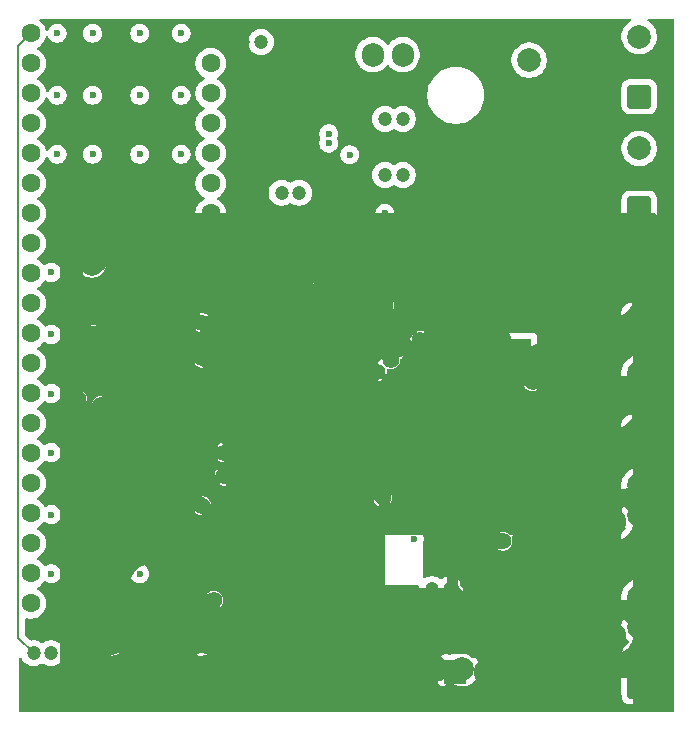
<source format=gbr>
%TF.GenerationSoftware,KiCad,Pcbnew,9.0.1*%
<<<<<<< Updated upstream
%TF.CreationDate,2025-10-26T21:15:44-04:00*%
=======
%TF.CreationDate,2025-10-26T21:35:25-04:00*%
>>>>>>> Stashed changes
%TF.ProjectId,Drone-Flight-Controller,44726f6e-652d-4466-9c69-6768742d436f,rev?*%
%TF.SameCoordinates,Original*%
%TF.FileFunction,Copper,L2,Inr*%
%TF.FilePolarity,Positive*%
%FSLAX46Y46*%
G04 Gerber Fmt 4.6, Leading zero omitted, Abs format (unit mm)*
<<<<<<< Updated upstream
G04 Created by KiCad (PCBNEW 9.0.1) date 2025-10-26 21:15:44*
=======
G04 Created by KiCad (PCBNEW 9.0.1) date 2025-10-26 21:35:25*
>>>>>>> Stashed changes
%MOMM*%
%LPD*%
G01*
G04 APERTURE LIST*
G04 Aperture macros list*
%AMRoundRect*
0 Rectangle with rounded corners*
0 $1 Rounding radius*
0 $2 $3 $4 $5 $6 $7 $8 $9 X,Y pos of 4 corners*
0 Add a 4 corners polygon primitive as box body*
4,1,4,$2,$3,$4,$5,$6,$7,$8,$9,$2,$3,0*
0 Add four circle primitives for the rounded corners*
1,1,$1+$1,$2,$3*
1,1,$1+$1,$4,$5*
1,1,$1+$1,$6,$7*
1,1,$1+$1,$8,$9*
0 Add four rect primitives between the rounded corners*
20,1,$1+$1,$2,$3,$4,$5,0*
20,1,$1+$1,$4,$5,$6,$7,0*
20,1,$1+$1,$6,$7,$8,$9,0*
20,1,$1+$1,$8,$9,$2,$3,0*%
G04 Aperture macros list end*
%TA.AperFunction,ComponentPad*%
<<<<<<< Updated upstream
%ADD10RoundRect,0.250000X-0.750000X-0.750000X0.750000X-0.750000X0.750000X0.750000X-0.750000X0.750000X0*%
%TD*%
%TA.AperFunction,ComponentPad*%
%ADD11C,2.000000*%
%TD*%
%TA.AperFunction,ComponentPad*%
%ADD12RoundRect,0.250000X0.750000X-0.750000X0.750000X0.750000X-0.750000X0.750000X-0.750000X-0.750000X0*%
%TD*%
%TA.AperFunction,ComponentPad*%
%ADD13C,1.400000*%
%TD*%
%TA.AperFunction,ComponentPad*%
%ADD14O,1.400000X1.400000*%
%TD*%
%TA.AperFunction,ViaPad*%
%ADD15C,0.600000*%
%TD*%
%TA.AperFunction,Conductor*%
%ADD16C,0.200000*%
%TD*%
%TA.AperFunction,Conductor*%
%ADD17C,0.300000*%
=======
%ADD10R,1.905000X2.000000*%
%TD*%
%TA.AperFunction,ComponentPad*%
%ADD11O,1.905000X2.000000*%
%TD*%
%TA.AperFunction,ComponentPad*%
%ADD12C,1.200000*%
%TD*%
%TA.AperFunction,ComponentPad*%
%ADD13RoundRect,0.250000X0.750000X-0.750000X0.750000X0.750000X-0.750000X0.750000X-0.750000X-0.750000X0*%
%TD*%
%TA.AperFunction,ComponentPad*%
%ADD14C,2.000000*%
%TD*%
%TA.AperFunction,ComponentPad*%
%ADD15C,1.400000*%
%TD*%
%TA.AperFunction,ComponentPad*%
%ADD16O,1.400000X1.400000*%
%TD*%
%TA.AperFunction,ComponentPad*%
%ADD17R,1.800000X1.800000*%
%TD*%
%TA.AperFunction,ComponentPad*%
%ADD18C,1.800000*%
%TD*%
%TA.AperFunction,ComponentPad*%
%ADD19RoundRect,0.250000X-0.750000X-0.750000X0.750000X-0.750000X0.750000X0.750000X-0.750000X0.750000X0*%
%TD*%
%TA.AperFunction,ComponentPad*%
%ADD20RoundRect,0.250000X0.750000X0.750000X-0.750000X0.750000X-0.750000X-0.750000X0.750000X-0.750000X0*%
%TD*%
%TA.AperFunction,ComponentPad*%
%ADD21RoundRect,0.250000X0.550000X0.550000X-0.550000X0.550000X-0.550000X-0.550000X0.550000X-0.550000X0*%
%TD*%
%TA.AperFunction,ComponentPad*%
%ADD22C,1.600000*%
%TD*%
%TA.AperFunction,ViaPad*%
%ADD23C,0.600000*%
%TD*%
%TA.AperFunction,Conductor*%
%ADD24C,0.200000*%
>>>>>>> Stashed changes
%TD*%
G04 APERTURE END LIST*
D10*
%TO.N,+5V*%
<<<<<<< Updated upstream
%TO.C,J7*%
X19960000Y-70000000D03*
D11*
%TO.N,GND*%
X22500000Y-70000000D03*
%TD*%
D12*
%TO.N,GND*%
%TO.C,J3*%
X64500000Y-72080000D03*
D11*
%TO.N,+5V*%
X64500000Y-69540000D03*
%TO.N,PWM_0*%
X64500000Y-67000000D03*
%TD*%
D13*
%TO.N,+3.3V*%
%TO.C,R9*%
X27810000Y-33000000D03*
D14*
%TO.N,IMU_SDA*%
X20190000Y-33000000D03*
%TD*%
D12*
%TO.N,GND*%
%TO.C,J4*%
X64500000Y-62500000D03*
D11*
%TO.N,+5V*%
X64500000Y-59960000D03*
%TO.N,PWM_1*%
X64500000Y-57420000D03*
%TD*%
D13*
%TO.N,+3.3V*%
%TO.C,R8*%
X27810000Y-35500000D03*
D14*
%TO.N,IMU_SCL*%
X20190000Y-35500000D03*
%TD*%
D12*
%TO.N,GND*%
%TO.C,J5*%
X64500000Y-53045000D03*
D11*
%TO.N,+5V*%
X64500000Y-50505000D03*
%TO.N,PWM_2*%
X64500000Y-47965000D03*
%TD*%
D10*
%TO.N,+12V*%
%TO.C,J1*%
X50975000Y-70037500D03*
D11*
%TO.N,GND*%
X53515000Y-70037500D03*
%TD*%
D12*
%TO.N,GND*%
%TO.C,J6*%
X64500000Y-43540000D03*
D11*
%TO.N,+5V*%
X64500000Y-41000000D03*
%TO.N,PWM_3*%
X64500000Y-38460000D03*
%TD*%
D10*
%TO.N,GND*%
%TO.C,J8*%
X26955000Y-70000000D03*
D11*
%TO.N,UART_RX*%
X29495000Y-70000000D03*
%TO.N,UART_TX*%
X32035000Y-70000000D03*
%TD*%
D15*
%TO.N,GND*%
X40250000Y-40937500D03*
X62500000Y-49500000D03*
X60000000Y-37500000D03*
X32000000Y-32500000D03*
X18000000Y-32000000D03*
X19000000Y-47000000D03*
X19000000Y-58000000D03*
X30500000Y-64000000D03*
X55000000Y-51500000D03*
X58000000Y-58000000D03*
X48500000Y-56500000D03*
X49000000Y-54500000D03*
X50000000Y-46500000D03*
X57500000Y-45500000D03*
X52500000Y-34500000D03*
X47500000Y-32000000D03*
X56500000Y-58000000D03*
%TO.N,PWM_1*%
X59350000Y-56500000D03*
%TO.N,+3.3V*%
X54500000Y-35000000D03*
%TO.N,+5V*%
X54500000Y-34000000D03*
%TO.N,LED_STATUS*%
X41687238Y-36236500D03*
X54500000Y-33000000D03*
%TO.N,+3.3V*%
X46000000Y-40500000D03*
%TO.N,BOOT0*%
X44582210Y-40982448D03*
%TO.N,GND*%
X35497067Y-43462424D03*
%TO.N,Net-(U3-PC13)*%
X49500000Y-34500000D03*
X42884658Y-36589685D03*
%TO.N,Net-(U3-PB0)*%
X32500000Y-38150000D03*
X37999998Y-40210418D03*
%TO.N,Net-(U3-PB1)*%
X37899899Y-41004133D03*
X32500000Y-40000000D03*
%TO.N,Net-(U3-PB10)*%
X31000000Y-42000000D03*
X37695175Y-42537500D03*
%TO.N,Net-(U3-PB2)*%
X38000001Y-41797848D03*
X34000000Y-45000000D03*
%TO.N,Net-(U3-PA15)*%
X42498968Y-43487500D03*
X44358398Y-44656414D03*
%TO.N,+3.3V*%
X31350000Y-51500000D03*
X31350000Y-53512500D03*
%TO.N,+12V*%
X52000000Y-62500000D03*
X55000000Y-59000000D03*
%TO.N,+3.3V*%
X35559329Y-44260000D03*
X35000000Y-37000000D03*
X44886779Y-37198000D03*
%TO.N,GND*%
X47370607Y-44815403D03*
%TO.N,+3.3V*%
X43500000Y-48500000D03*
%TO.N,SWCLK*%
X47969184Y-41968072D03*
%TO.N,SWDIO*%
X50000000Y-40150000D03*
%TO.N,GND*%
X29500000Y-56000000D03*
%TO.N,BATVOLTAGE_SCL*%
X36750000Y-47750000D03*
X36000000Y-49850000D03*
%TO.N,GND*%
X21000000Y-47500000D03*
%TO.N,BAROMETER_SCK*%
X25000000Y-50000000D03*
X37597521Y-39300999D03*
%TO.N,GND*%
X47500000Y-50637500D03*
%TO.N,+5V*%
X47500000Y-48362500D03*
%TO.N,USB_CONN_D-*%
X41751021Y-63050008D03*
%TO.N,USB_CONN_D+*%
X42352063Y-63651050D03*
%TO.N,USB_CONN_D-*%
X44199479Y-54699479D03*
%TO.N,USB_CONN_D+*%
X44800521Y-55300521D03*
%TO.N,UART_RX*%
X42891886Y-40558147D03*
%TO.N,UART_TX*%
X42848644Y-41393272D03*
%TO.N,GND*%
X51112500Y-58120000D03*
X34500000Y-62000000D03*
X33200000Y-58650000D03*
X20500000Y-40000000D03*
X29500000Y-40500000D03*
X29500000Y-43500000D03*
X24500000Y-38500000D03*
X21500000Y-38500000D03*
%TO.N,IMU_SCL*%
X45002764Y-39809031D03*
%TO.N,IMU_SDA*%
X45000000Y-39000000D03*
%TO.N,SWDIO*%
X42500000Y-46500000D03*
%TO.N,SWO*%
X46000000Y-42837500D03*
X52500000Y-39500000D03*
%TO.N,SWCLK*%
X45495020Y-43664403D03*
%TO.N,GND*%
X46000000Y-36000000D03*
%TO.N,+5V*%
X39900000Y-65225000D03*
%TO.N,GND*%
X43100000Y-65225000D03*
%TO.N,PWM_3*%
X36000000Y-38000000D03*
%TO.N,PWM_2*%
X36500000Y-37000000D03*
%TO.N,PWM_1*%
X37150000Y-36434313D03*
%TO.N,PWM_0*%
X38500000Y-36500000D03*
%TO.N,GND*%
X27000000Y-54025000D03*
X42520000Y-45500000D03*
X24978500Y-48478500D03*
%TO.N,+3.3V*%
X43480000Y-45500000D03*
%TO.N,+5V*%
X42500000Y-59750000D03*
X41750000Y-60500000D03*
X41000000Y-59750000D03*
X40000000Y-60500000D03*
X41750000Y-59000000D03*
X40000000Y-62000000D03*
X40000000Y-63500000D03*
X43000000Y-62000000D03*
X41750000Y-62000000D03*
X42500000Y-61250000D03*
X43000000Y-59000000D03*
X40000000Y-59000000D03*
X41000000Y-61250000D03*
%TO.N,Net-(U3-VCAP1)*%
X35500000Y-42520000D03*
%TO.N,+3.3V*%
X49000000Y-42850000D03*
%TD*%
D16*
%TO.N,+3.3V*%
X52302000Y-37198000D02*
X44886779Y-37198000D01*
X54500000Y-35000000D02*
X52302000Y-37198000D01*
%TO.N,LED_STATUS*%
X45000000Y-33000000D02*
X54500000Y-33000000D01*
X41763500Y-36236500D02*
X45000000Y-33000000D01*
X41687238Y-36236500D02*
X41763500Y-36236500D01*
D17*
%TO.N,+3.3V*%
X43480000Y-43020000D02*
X46000000Y-40500000D01*
X43480000Y-45500000D02*
X43480000Y-43020000D01*
X38217176Y-39000000D02*
X43084779Y-39000000D01*
X43084779Y-39000000D02*
X44886779Y-37198000D01*
X37867175Y-38649999D02*
X38217176Y-39000000D01*
X37866174Y-38651000D02*
X37867175Y-38649999D01*
X36500000Y-38651000D02*
X37866174Y-38651000D01*
D16*
%TO.N,Net-(U3-PB0)*%
X32500000Y-38349943D02*
X32500000Y-38150000D01*
X39001998Y-43142252D02*
X36142250Y-46002000D01*
X36142250Y-46002000D02*
X33584957Y-46002000D01*
X29998000Y-42415043D02*
X29998000Y-40851943D01*
X29998000Y-40851943D02*
X32500000Y-38349943D01*
X39001998Y-41212418D02*
X39001998Y-43142252D01*
X37999998Y-40210418D02*
X39001998Y-41212418D01*
X33584957Y-46002000D02*
X29998000Y-42415043D01*
D17*
%TO.N,+3.3V*%
X36500000Y-40500000D02*
X36500000Y-38651000D01*
D16*
%TO.N,Net-(U3-PB1)*%
X30399000Y-41751057D02*
X32150057Y-40000000D01*
X30399000Y-42248943D02*
X30399000Y-41751057D01*
X38048298Y-40885857D02*
X38600998Y-41438557D01*
X32150057Y-40000000D02*
X32500000Y-40000000D01*
X38018175Y-40885857D02*
X38048298Y-40885857D01*
X38600998Y-42976152D02*
X35976150Y-45601000D01*
X37899899Y-41004133D02*
X38018175Y-40885857D01*
X38600998Y-41438557D02*
X38600998Y-42976152D01*
X33751057Y-45601000D02*
X30399000Y-42248943D01*
X35976150Y-45601000D02*
X33751057Y-45601000D01*
%TO.N,Net-(U3-PB10)*%
X31849943Y-42000000D02*
X31000000Y-42000000D01*
X34710943Y-44861000D02*
X31849943Y-42000000D01*
X36149050Y-44861000D02*
X34710943Y-44861000D01*
X37695175Y-42537500D02*
X37691083Y-42537500D01*
X37677342Y-43332708D02*
X36149050Y-44861000D01*
X37691083Y-42537500D02*
X37677342Y-42551241D01*
X37677342Y-42551241D02*
X37677342Y-43332708D01*
D17*
%TO.N,+3.3V*%
X36500000Y-43872240D02*
X36500000Y-40500000D01*
X36112240Y-44260000D02*
X36500000Y-43872240D01*
X35559329Y-44260000D02*
X36112240Y-44260000D01*
X36500000Y-38651000D02*
X35730346Y-38651000D01*
X35000000Y-37920654D02*
X35000000Y-37000000D01*
X35730346Y-38651000D02*
X35000000Y-37920654D01*
X43500000Y-45520000D02*
X43500000Y-48500000D01*
X43480000Y-45500000D02*
X43500000Y-45520000D01*
=======
%TO.C,U2*%
X41420000Y-17820000D03*
D11*
%TO.N,GND*%
X43960000Y-17820000D03*
%TO.N,+3.3V*%
X46500000Y-17820000D03*
%TD*%
D12*
%TO.N,Net-(U4-CPOUT)*%
%TO.C,C10*%
X46250000Y-33750000D03*
%TO.N,GND*%
X47750000Y-33750000D03*
%TD*%
D13*
%TO.N,GND*%
%TO.C,J5*%
X66532500Y-21360000D03*
D14*
%TO.N,+5V*%
X66532500Y-18820000D03*
%TO.N,PWM_3*%
X66532500Y-16280000D03*
%TD*%
D12*
%TO.N,Net-(U3-AREF)*%
%TO.C,C2*%
X15250000Y-68500000D03*
%TO.N,GND*%
X16750000Y-68500000D03*
%TD*%
%TO.N,GND*%
%TO.C,C8*%
X39250000Y-38250000D03*
%TO.N,+3.3V*%
X40750000Y-38250000D03*
%TD*%
D15*
%TO.N,Net-(U3-XTAL1{slash}PB6)*%
%TO.C,R3*%
X21750000Y-67500000D03*
D16*
%TO.N,Net-(U3-XTAL2{slash}PB7)*%
X29370000Y-67500000D03*
%TD*%
D12*
%TO.N,+12V*%
%TO.C,C1*%
X49000000Y-63070000D03*
%TO.N,GND*%
X50500000Y-63070000D03*
%TD*%
D15*
%TO.N,+3.3V*%
%TO.C,R5*%
X37690000Y-45500000D03*
D16*
%TO.N,IMU_SDA*%
X45310000Y-45500000D03*
%TD*%
D12*
%TO.N,GND*%
%TO.C,C9*%
X36250000Y-34250000D03*
%TO.N,Net-(U4-REGOUT)*%
X37750000Y-34250000D03*
%TD*%
D13*
%TO.N,GND*%
%TO.C,J7*%
X66500000Y-59360000D03*
D14*
%TO.N,UART_TX*%
X66500000Y-56820000D03*
%TO.N,UART_RX*%
X66500000Y-54280000D03*
%TD*%
D15*
%TO.N,+5V*%
%TO.C,R1*%
X57000000Y-59010000D03*
D16*
%TO.N,Net-(U1-FB)*%
X57000000Y-66630000D03*
%TD*%
D12*
%TO.N,GND*%
%TO.C,C12*%
X46500000Y-28000000D03*
%TO.N,+3.3V*%
X45000000Y-28000000D03*
%TD*%
D15*
%TO.N,Net-(U1-FB)*%
%TO.C,R2*%
X54750000Y-66630000D03*
D16*
%TO.N,GND*%
X54750000Y-59010000D03*
%TD*%
D15*
%TO.N,+3.3V*%
%TO.C,R4*%
X37690000Y-43250000D03*
D16*
%TO.N,IMU_SCL*%
X45310000Y-43250000D03*
%TD*%
D13*
%TO.N,GND*%
%TO.C,J2*%
X66532500Y-49820000D03*
D14*
%TO.N,+5V*%
X66532500Y-47280000D03*
%TO.N,PWM_0*%
X66532500Y-44740000D03*
%TD*%
D17*
%TO.N,GND*%
%TO.C,D1*%
X56500000Y-47250000D03*
D18*
%TO.N,Net-(D1-A)*%
X53960000Y-47250000D03*
%TD*%
D12*
%TO.N,+5V*%
%TO.C,C3*%
X33000000Y-16750000D03*
%TO.N,GND*%
X34500000Y-16750000D03*
%TD*%
%TO.N,Net-(U4-GND)*%
%TO.C,C7*%
X45500000Y-38250000D03*
%TO.N,GND*%
X44000000Y-38250000D03*
%TD*%
D13*
%TO.N,GND*%
%TO.C,J4*%
X66532500Y-30820000D03*
D14*
%TO.N,+5V*%
X66532500Y-28280000D03*
%TO.N,PWM_2*%
X66532500Y-25740000D03*
%TD*%
D19*
%TO.N,+12V*%
%TO.C,J1*%
X48975000Y-69787500D03*
D14*
%TO.N,GND*%
X51515000Y-69787500D03*
%TD*%
D12*
%TO.N,+3.3V*%
%TO.C,C11*%
X45000000Y-23250000D03*
%TO.N,GND*%
X46500000Y-23250000D03*
%TD*%
D13*
%TO.N,CONTROLLER_THROTTLE*%
%TO.C,J8*%
X66532500Y-71320000D03*
D14*
%TO.N,CONTROLLER_YAW*%
X66532500Y-68780000D03*
%TO.N,CONTROLLER_PITCH*%
X66532500Y-66240000D03*
%TO.N,CONTROLLER_ROLL*%
X66532500Y-63700000D03*
%TD*%
D20*
%TO.N,+5V*%
%TO.C,J6*%
X59750000Y-18280000D03*
D14*
%TO.N,GND*%
X57210000Y-18280000D03*
%TD*%
D17*
%TO.N,GND*%
%TO.C,D2*%
X56500000Y-42750000D03*
D18*
%TO.N,+3.3V*%
X53960000Y-42750000D03*
%TD*%
D12*
%TO.N,+3.3V*%
%TO.C,C6*%
X37750000Y-29500000D03*
%TO.N,GND*%
X36250000Y-29500000D03*
%TD*%
D13*
%TO.N,GND*%
%TO.C,J3*%
X66532500Y-40360000D03*
D14*
%TO.N,+5V*%
X66532500Y-37820000D03*
%TO.N,PWM_1*%
X66532500Y-35280000D03*
%TD*%
D21*
%TO.N,Net-(JP1-A)*%
%TO.C,U3*%
X30250000Y-64270000D03*
D22*
%TO.N,CONTROLLER_ROLL*%
X30250000Y-61730000D03*
%TO.N,CONTROLLER_PITCH*%
X30250000Y-59190000D03*
%TO.N,CONTROLLER_YAW*%
X30250000Y-56650000D03*
%TO.N,CONTROLLER_THROTTLE*%
X30250000Y-54110000D03*
%TO.N,PWM_0*%
X30250000Y-51570000D03*
%TO.N,+5V*%
X30250000Y-49030000D03*
%TO.N,GND*%
X30250000Y-46490000D03*
%TO.N,Net-(U3-XTAL1{slash}PB6)*%
X30250000Y-43950000D03*
%TO.N,Net-(U3-XTAL2{slash}PB7)*%
X30250000Y-41410000D03*
%TO.N,PWM_1*%
X30250000Y-38870000D03*
%TO.N,PWM_2*%
X30250000Y-36330000D03*
%TO.N,PWM_3*%
X30250000Y-33790000D03*
%TO.N,UART_TX*%
X30250000Y-31250000D03*
%TO.N,UART_RX*%
X30250000Y-28710000D03*
%TO.N,BAROMETER_CSB*%
X30250000Y-26170000D03*
%TO.N,BAROMETER_SDO*%
X30250000Y-23630000D03*
%TO.N,BAROMETER_SDI*%
X30250000Y-21090000D03*
%TO.N,BAROMETER_SCK*%
X30250000Y-18550000D03*
%TO.N,+5V*%
X30250000Y-16010000D03*
%TO.N,Net-(U3-AREF)*%
X15010000Y-16010000D03*
%TO.N,GND*%
X15010000Y-18550000D03*
%TO.N,unconnected-(U3-PC0-Pad23)*%
X15010000Y-21090000D03*
%TO.N,unconnected-(U3-PC1-Pad24)*%
X15010000Y-23630000D03*
%TO.N,Net-(D1-A)*%
X15010000Y-26170000D03*
%TO.N,unconnected-(U3-PC3-Pad26)*%
X15010000Y-28710000D03*
%TO.N,IMU_SDA*%
X15010000Y-31250000D03*
%TO.N,IMU_SCL*%
X15010000Y-33790000D03*
%TO.N,N/C*%
X15010000Y-36330000D03*
X15010000Y-38870000D03*
X15010000Y-41410000D03*
X15010000Y-43950000D03*
X15010000Y-46490000D03*
X15010000Y-49030000D03*
X15010000Y-51570000D03*
X15010000Y-54110000D03*
X15010000Y-56650000D03*
X15010000Y-59190000D03*
X15010000Y-61730000D03*
X15010000Y-64270000D03*
%TD*%
D12*
%TO.N,Net-(U1-CB)*%
%TO.C,C4*%
X54250000Y-56320000D03*
%TO.N,Net-(U1-SW)*%
X54250000Y-54820000D03*
%TD*%
%TO.N,+5V*%
%TO.C,C5*%
X43500000Y-56070000D03*
%TO.N,GND*%
X45000000Y-56070000D03*
%TD*%
D23*
%TO.N,GND*%
X17250000Y-21250000D03*
X20250000Y-36250000D03*
X20250000Y-61750000D03*
X24250000Y-46500000D03*
X24250000Y-41500000D03*
X20250000Y-21250000D03*
X24250000Y-56750000D03*
X24250000Y-61750000D03*
X27750000Y-16000000D03*
X16750000Y-41500000D03*
X20250000Y-16000000D03*
X17250000Y-16000000D03*
X20250000Y-46500000D03*
X27750000Y-21250000D03*
X16750000Y-36250000D03*
X20250000Y-51500000D03*
X24250000Y-26250000D03*
X16750000Y-61750000D03*
X20250000Y-41500000D03*
X24250000Y-21250000D03*
X16750000Y-46500000D03*
X24250000Y-51500000D03*
X24250000Y-16000000D03*
X16750000Y-56750000D03*
X20250000Y-56750000D03*
X20250000Y-26250000D03*
X27750000Y-26250000D03*
X17250000Y-26250000D03*
X16750000Y-51500000D03*
X42021500Y-26271500D03*
%TO.N,+3.3V*%
X47500000Y-41250000D03*
%TO.N,+5V*%
X38250000Y-58750000D03*
X40500000Y-59500000D03*
X39750000Y-60250000D03*
X36750000Y-58750000D03*
X39000000Y-59500000D03*
X37500000Y-59500000D03*
X39750000Y-58750000D03*
X41000000Y-61750000D03*
X39750000Y-61750000D03*
X38250000Y-60250000D03*
X40500000Y-61000000D03*
X41000000Y-58750000D03*
X39000000Y-61000000D03*
%TO.N,Net-(U1-SW)*%
X47500000Y-58820000D03*
%TO.N,IMU_SDA*%
X45000000Y-31250000D03*
%TO.N,IMU_SCL*%
X45000000Y-32250000D03*
%TO.N,+12V*%
X52750000Y-58750000D03*
%TO.N,BAROMETER_SDI*%
X40250000Y-25300003D03*
%TO.N,BAROMETER_SCK*%
X40250000Y-24500000D03*
%TO.N,Net-(D1-A)*%
X22000000Y-36250000D03*
%TD*%
D24*
%TO.N,Net-(U3-AREF)*%
X13909000Y-17111000D02*
X15010000Y-16010000D01*
X15250000Y-68500000D02*
X13909000Y-67159000D01*
X13909000Y-67159000D02*
X13909000Y-17111000D01*
>>>>>>> Stashed changes
%TD*%
%TA.AperFunction,Conductor*%
%TO.N,+5V*%
G36*
<<<<<<< Updated upstream
X46885098Y-31270185D02*
G01*
X46930853Y-31322989D01*
X46940797Y-31392147D01*
X46911772Y-31455703D01*
X46905740Y-31462181D01*
X46878213Y-31489707D01*
X46878210Y-31489711D01*
X46790609Y-31620814D01*
X46790602Y-31620827D01*
X46730264Y-31766498D01*
X46730261Y-31766510D01*
X46699500Y-31921153D01*
X46699500Y-32078846D01*
X46730261Y-32233489D01*
X46732031Y-32239324D01*
X46729279Y-32240158D01*
X46735503Y-32297359D01*
X46704309Y-32359878D01*
X46644266Y-32395608D01*
X46613445Y-32399500D01*
X45079057Y-32399500D01*
X44920942Y-32399500D01*
X44768215Y-32440423D01*
X44744425Y-32454158D01*
X44738050Y-32457839D01*
X44738049Y-32457838D01*
X44631287Y-32519477D01*
X44631282Y-32519481D01*
X44571922Y-32578842D01*
X44519480Y-32631284D01*
X44519478Y-32631286D01*
X43124005Y-34026760D01*
X41751084Y-35399681D01*
X41689761Y-35433166D01*
X41663403Y-35436000D01*
X41608393Y-35436000D01*
X41453748Y-35466761D01*
X41453736Y-35466764D01*
X41308065Y-35527102D01*
X41308052Y-35527109D01*
X41176949Y-35614710D01*
X41176945Y-35614713D01*
X41065451Y-35726207D01*
X41065448Y-35726211D01*
X40977847Y-35857314D01*
X40977840Y-35857327D01*
X40917502Y-36002998D01*
X40917499Y-36003010D01*
X40886738Y-36157653D01*
X40886738Y-36315346D01*
X40917499Y-36469989D01*
X40917502Y-36470001D01*
X40977840Y-36615672D01*
X40977847Y-36615685D01*
X41065448Y-36746788D01*
X41065451Y-36746792D01*
X41176945Y-36858286D01*
X41176949Y-36858289D01*
X41308052Y-36945890D01*
X41308065Y-36945897D01*
X41453736Y-37006235D01*
X41453741Y-37006237D01*
X41581143Y-37031579D01*
X41608391Y-37036999D01*
X41608394Y-37037000D01*
X41608396Y-37037000D01*
X41766082Y-37037000D01*
X41766083Y-37036999D01*
X41920735Y-37006237D01*
X42045630Y-36954503D01*
X42115099Y-36947035D01*
X42177578Y-36978310D01*
X42196184Y-37000174D01*
X42262868Y-37099973D01*
X42262871Y-37099977D01*
X42374365Y-37211471D01*
X42374369Y-37211474D01*
X42505472Y-37299075D01*
X42505485Y-37299082D01*
X42573816Y-37327385D01*
X42651161Y-37359422D01*
X42805811Y-37390184D01*
X42805814Y-37390185D01*
X42805816Y-37390185D01*
X42963502Y-37390185D01*
X42963503Y-37390184D01*
X43118155Y-37359422D01*
X43230824Y-37312752D01*
X43263830Y-37299082D01*
X43263830Y-37299081D01*
X43263837Y-37299079D01*
X43394947Y-37211474D01*
X43506447Y-37099974D01*
X43594052Y-36968864D01*
X43595861Y-36964498D01*
X43631203Y-36879172D01*
X43654395Y-36823182D01*
X43685158Y-36668527D01*
X43685158Y-36510843D01*
X43685158Y-36510840D01*
X43685157Y-36510838D01*
X43685048Y-36510289D01*
X43654395Y-36356188D01*
X43637476Y-36315342D01*
X43594055Y-36210512D01*
X43594048Y-36210499D01*
X43506447Y-36079396D01*
X43506444Y-36079392D01*
X43394950Y-35967898D01*
X43394946Y-35967895D01*
X43263843Y-35880294D01*
X43263834Y-35880289D01*
X43226767Y-35864936D01*
X43172364Y-35821095D01*
X43150299Y-35754801D01*
X43167578Y-35687102D01*
X43186535Y-35662698D01*
X45212416Y-33636819D01*
X45273739Y-33603334D01*
X45300097Y-33600500D01*
X48996561Y-33600500D01*
X49063600Y-33620185D01*
X49109355Y-33672989D01*
X49119299Y-33742147D01*
X49090274Y-33805703D01*
X49065452Y-33827602D01*
X48989711Y-33878210D01*
X48989707Y-33878213D01*
X48878213Y-33989707D01*
X48878210Y-33989711D01*
X48790609Y-34120814D01*
X48790602Y-34120827D01*
X48730264Y-34266498D01*
X48730261Y-34266510D01*
X48699500Y-34421153D01*
X48699500Y-34578846D01*
X48730261Y-34733489D01*
X48730264Y-34733501D01*
X48790602Y-34879172D01*
X48790609Y-34879185D01*
X48878210Y-35010288D01*
X48878213Y-35010292D01*
X48989707Y-35121786D01*
X48989711Y-35121789D01*
X49120814Y-35209390D01*
X49120827Y-35209397D01*
X49266498Y-35269735D01*
X49266503Y-35269737D01*
X49421153Y-35300499D01*
X49421156Y-35300500D01*
X49421158Y-35300500D01*
X49578844Y-35300500D01*
X49578845Y-35300499D01*
X49733497Y-35269737D01*
X49879179Y-35209394D01*
X50010289Y-35121789D01*
X50121789Y-35010289D01*
X50209394Y-34879179D01*
X50269737Y-34733497D01*
X50300500Y-34578842D01*
X50300500Y-34421158D01*
X50300500Y-34421155D01*
X50300499Y-34421153D01*
X50289912Y-34367931D01*
X50269737Y-34266503D01*
X50257047Y-34235866D01*
X50209397Y-34120827D01*
X50209390Y-34120814D01*
X50121789Y-33989711D01*
X50121786Y-33989707D01*
X50010292Y-33878213D01*
X50010288Y-33878210D01*
X49934548Y-33827602D01*
X49889743Y-33773990D01*
X49881036Y-33704665D01*
X49911190Y-33641637D01*
X49970634Y-33604918D01*
X50003439Y-33600500D01*
X51996561Y-33600500D01*
X52063600Y-33620185D01*
X52109355Y-33672989D01*
X52119299Y-33742147D01*
X52090274Y-33805703D01*
X52065452Y-33827602D01*
X51989711Y-33878210D01*
X51989707Y-33878213D01*
X51878213Y-33989707D01*
X51878210Y-33989711D01*
X51790609Y-34120814D01*
X51790602Y-34120827D01*
X51730264Y-34266498D01*
X51730261Y-34266510D01*
X51699500Y-34421153D01*
X51699500Y-34578846D01*
X51730261Y-34733489D01*
X51730264Y-34733501D01*
X51790602Y-34879172D01*
X51790609Y-34879185D01*
X51878210Y-35010288D01*
X51878213Y-35010292D01*
X51989707Y-35121786D01*
X51989711Y-35121789D01*
X52120814Y-35209390D01*
X52120827Y-35209397D01*
X52266498Y-35269735D01*
X52266503Y-35269737D01*
X52421153Y-35300499D01*
X52421156Y-35300500D01*
X52421158Y-35300500D01*
X52578844Y-35300500D01*
X52578845Y-35300499D01*
X52733497Y-35269737D01*
X52879179Y-35209394D01*
X53010289Y-35121789D01*
X53121789Y-35010289D01*
X53209394Y-34879179D01*
X53269737Y-34733497D01*
X53300500Y-34578842D01*
X53300500Y-34421158D01*
X53300500Y-34421155D01*
X53300499Y-34421153D01*
X53289912Y-34367931D01*
X53269737Y-34266503D01*
X53257047Y-34235866D01*
X53209397Y-34120827D01*
X53209390Y-34120814D01*
X53121789Y-33989711D01*
X53121786Y-33989707D01*
X53010292Y-33878213D01*
X53010288Y-33878210D01*
X52934548Y-33827602D01*
X52889743Y-33773990D01*
X52881036Y-33704665D01*
X52911190Y-33641637D01*
X52970634Y-33604918D01*
X53003439Y-33600500D01*
X53920234Y-33600500D01*
X53987273Y-33620185D01*
X53989125Y-33621398D01*
X54120814Y-33709390D01*
X54120827Y-33709397D01*
X54199894Y-33742147D01*
X54266503Y-33769737D01*
X54371418Y-33790606D01*
X54421153Y-33800499D01*
X54421156Y-33800500D01*
X54421158Y-33800500D01*
X54578844Y-33800500D01*
X54578845Y-33800499D01*
X54733497Y-33769737D01*
X54879179Y-33709394D01*
X55010289Y-33621789D01*
X55121789Y-33510289D01*
X55209394Y-33379179D01*
X55269737Y-33233497D01*
X55300500Y-33078842D01*
X55300500Y-32921158D01*
X55300500Y-32921155D01*
X55300499Y-32921153D01*
X55276499Y-32800499D01*
X55269737Y-32766503D01*
X55256062Y-32733489D01*
X55209397Y-32620827D01*
X55209390Y-32620814D01*
X55121789Y-32489711D01*
X55121786Y-32489707D01*
X55010292Y-32378213D01*
X55010288Y-32378210D01*
X54879185Y-32290609D01*
X54879172Y-32290602D01*
X54733501Y-32230264D01*
X54733489Y-32230261D01*
X54578845Y-32199500D01*
X54578842Y-32199500D01*
X54421158Y-32199500D01*
X54421155Y-32199500D01*
X54266510Y-32230261D01*
X54266498Y-32230264D01*
X54120827Y-32290602D01*
X54120814Y-32290609D01*
X53989125Y-32378602D01*
X53922447Y-32399480D01*
X53920234Y-32399500D01*
X48386555Y-32399500D01*
X48319516Y-32379815D01*
X48273761Y-32327011D01*
X48263817Y-32257853D01*
X48268840Y-32239588D01*
X48267969Y-32239324D01*
X48269731Y-32233509D01*
X48269737Y-32233497D01*
X48300500Y-32078842D01*
X48300500Y-31921158D01*
X48300500Y-31921155D01*
X48300499Y-31921153D01*
X48282180Y-31829059D01*
X48269737Y-31766503D01*
X48269735Y-31766498D01*
X48209397Y-31620827D01*
X48209390Y-31620814D01*
X48121789Y-31489711D01*
X48121786Y-31489707D01*
X48094260Y-31462181D01*
X48060775Y-31400858D01*
X48065759Y-31331166D01*
X48107631Y-31275233D01*
X48173095Y-31250816D01*
X48181941Y-31250500D01*
X67875500Y-31250500D01*
X67942539Y-31270185D01*
X67988294Y-31322989D01*
X67999500Y-31374500D01*
X67999500Y-73375500D01*
X67979815Y-73442539D01*
X67927011Y-73488294D01*
X67875500Y-73499500D01*
X65940031Y-73499500D01*
X65872992Y-73479815D01*
X65827237Y-73427011D01*
X65817293Y-73357853D01*
X65839847Y-73305375D01*
X65838920Y-73304803D01*
X65842710Y-73298657D01*
X65842712Y-73298656D01*
X65934814Y-73149334D01*
X65989999Y-72982797D01*
X66000500Y-72880009D01*
X66000499Y-71279992D01*
X65994233Y-71218656D01*
X65989999Y-71177203D01*
X65989998Y-71177200D01*
X65977750Y-71140238D01*
X65934814Y-71010666D01*
X65842712Y-70861344D01*
X65718656Y-70737288D01*
X65569334Y-70645186D01*
X65402797Y-70590001D01*
X65402795Y-70590000D01*
X65300010Y-70579500D01*
X63699998Y-70579500D01*
X63699981Y-70579501D01*
X63597203Y-70590000D01*
X63597200Y-70590001D01*
X63430668Y-70645185D01*
X63430663Y-70645187D01*
X63281342Y-70737289D01*
X63157289Y-70861342D01*
X63065187Y-71010663D01*
X63065185Y-71010668D01*
X63063746Y-71015011D01*
X63010001Y-71177203D01*
X63010001Y-71177204D01*
X63010000Y-71177204D01*
X62999500Y-71279983D01*
X62999500Y-72880001D01*
X62999501Y-72880018D01*
X63010000Y-72982796D01*
X63010001Y-72982799D01*
X63065185Y-73149331D01*
X63065187Y-73149336D01*
X63161080Y-73304803D01*
X63160008Y-73305463D01*
X63183376Y-73363385D01*
X63170335Y-73432027D01*
X63122254Y-73482722D01*
X63059969Y-73499500D01*
X17624500Y-73499500D01*
X17557461Y-73479815D01*
X17511706Y-73427011D01*
X17500500Y-73375500D01*
X17500500Y-69881902D01*
X20999500Y-69881902D01*
X20999500Y-70118097D01*
X21036446Y-70351368D01*
X21109433Y-70575996D01*
X21191616Y-70737288D01*
X21216657Y-70786433D01*
X21355483Y-70977510D01*
X21522490Y-71144517D01*
X21713567Y-71283343D01*
X21787163Y-71320842D01*
X21924003Y-71390566D01*
X21924005Y-71390566D01*
X21924008Y-71390568D01*
X22039415Y-71428066D01*
X22148631Y-71463553D01*
X22381903Y-71500500D01*
X22381908Y-71500500D01*
X22618097Y-71500500D01*
X22851368Y-71463553D01*
X23075992Y-71390568D01*
X23286433Y-71283343D01*
X23477510Y-71144517D01*
X23644517Y-70977510D01*
X23783343Y-70786433D01*
X23890568Y-70575992D01*
X23963553Y-70351368D01*
X24000500Y-70118097D01*
X24000500Y-69881902D01*
X23963553Y-69648631D01*
X23929689Y-69544412D01*
X23890568Y-69424008D01*
X23890566Y-69424005D01*
X23890566Y-69424003D01*
X23803501Y-69253129D01*
X23803500Y-69253125D01*
X23783346Y-69213571D01*
X23773474Y-69199983D01*
X25454500Y-69199983D01*
X25454500Y-70800001D01*
X25454501Y-70800018D01*
X25465000Y-70902796D01*
X25465001Y-70902799D01*
X25489759Y-70977512D01*
X25520186Y-71069334D01*
X25612288Y-71218656D01*
X25736344Y-71342712D01*
X25885666Y-71434814D01*
X26052203Y-71489999D01*
X26154991Y-71500500D01*
X27755008Y-71500499D01*
X27857797Y-71489999D01*
X28024334Y-71434814D01*
X28173656Y-71342712D01*
X28297712Y-71218656D01*
X28327512Y-71170341D01*
X28379458Y-71123618D01*
X28448420Y-71112395D01*
X28512503Y-71140238D01*
X28513758Y-71141385D01*
X28513786Y-71141353D01*
X28517481Y-71144508D01*
X28517490Y-71144517D01*
X28708567Y-71283343D01*
X28782163Y-71320842D01*
X28919003Y-71390566D01*
X28919005Y-71390566D01*
X28919008Y-71390568D01*
X29034415Y-71428066D01*
X29143631Y-71463553D01*
X29376903Y-71500500D01*
X29376908Y-71500500D01*
X29613097Y-71500500D01*
X29846368Y-71463553D01*
X30070992Y-71390568D01*
X30281433Y-71283343D01*
X30472510Y-71144517D01*
X30639517Y-70977510D01*
X30664682Y-70942872D01*
X30720011Y-70900207D01*
X30789625Y-70894228D01*
X30851420Y-70926833D01*
X30865315Y-70942870D01*
X30890483Y-70977510D01*
X31057490Y-71144517D01*
X31248567Y-71283343D01*
X31322163Y-71320842D01*
X31459003Y-71390566D01*
X31459005Y-71390566D01*
X31459008Y-71390568D01*
X31574415Y-71428066D01*
X31683631Y-71463553D01*
X31916903Y-71500500D01*
X31916908Y-71500500D01*
X32153097Y-71500500D01*
X32386368Y-71463553D01*
X32610992Y-71390568D01*
X32821433Y-71283343D01*
X33012510Y-71144517D01*
X33179517Y-70977510D01*
X33318343Y-70786433D01*
X33425568Y-70575992D01*
X33498553Y-70351368D01*
X33535500Y-70118097D01*
X33535500Y-69881902D01*
X33498553Y-69648631D01*
X33464689Y-69544412D01*
X33425568Y-69424008D01*
X33425566Y-69424005D01*
X33425566Y-69424003D01*
X33357608Y-69290629D01*
X33337450Y-69251067D01*
X33330529Y-69237483D01*
X49474500Y-69237483D01*
X49474500Y-70837501D01*
X49474501Y-70837518D01*
X49485000Y-70940296D01*
X49485001Y-70940299D01*
X49527121Y-71067406D01*
X49540186Y-71106834D01*
X49632288Y-71256156D01*
X49756344Y-71380212D01*
X49905666Y-71472314D01*
X50072203Y-71527499D01*
X50174991Y-71538000D01*
X51775008Y-71537999D01*
X51877797Y-71527499D01*
X52044334Y-71472314D01*
X52193656Y-71380212D01*
X52317712Y-71256156D01*
X52347512Y-71207841D01*
X52399458Y-71161118D01*
X52468420Y-71149895D01*
X52532503Y-71177738D01*
X52533758Y-71178885D01*
X52533786Y-71178853D01*
X52537481Y-71182008D01*
X52537490Y-71182017D01*
X52728567Y-71320843D01*
X52827991Y-71371502D01*
X52939003Y-71428066D01*
X52939005Y-71428066D01*
X52939008Y-71428068D01*
X53048219Y-71463553D01*
X53163631Y-71501053D01*
X53396903Y-71538000D01*
X53396908Y-71538000D01*
X53633097Y-71538000D01*
X53866368Y-71501053D01*
X53868076Y-71500498D01*
X54090992Y-71428068D01*
X54301433Y-71320843D01*
X54492510Y-71182017D01*
X54659517Y-71015010D01*
X54798343Y-70823933D01*
X54905568Y-70613492D01*
X54978553Y-70388868D01*
X54984492Y-70351368D01*
X55015500Y-70155597D01*
X55015500Y-69919402D01*
X54978553Y-69686131D01*
X54905566Y-69461503D01*
X54818501Y-69290629D01*
X54798343Y-69251067D01*
X54659517Y-69059990D01*
X54492510Y-68892983D01*
X54301433Y-68754157D01*
X54090996Y-68646933D01*
X53866368Y-68573946D01*
X53633097Y-68537000D01*
X53633092Y-68537000D01*
X53396908Y-68537000D01*
X53396903Y-68537000D01*
X53163631Y-68573946D01*
X52939003Y-68646933D01*
X52728566Y-68754157D01*
X52639533Y-68818844D01*
X52537490Y-68892983D01*
X52537488Y-68892985D01*
X52533786Y-68896147D01*
X52532305Y-68894413D01*
X52479110Y-68923291D01*
X52409431Y-68918135D01*
X52353601Y-68876126D01*
X52347511Y-68867156D01*
X52340311Y-68855483D01*
X52317712Y-68818844D01*
X52193656Y-68694788D01*
X52044334Y-68602686D01*
X51877797Y-68547501D01*
X51877795Y-68547500D01*
X51775010Y-68537000D01*
X50174998Y-68537000D01*
X50174981Y-68537001D01*
X50072203Y-68547500D01*
X50072200Y-68547501D01*
X49905668Y-68602685D01*
X49905663Y-68602687D01*
X49756342Y-68694789D01*
X49632289Y-68818842D01*
X49540187Y-68968163D01*
X49540186Y-68968166D01*
X49485001Y-69134703D01*
X49485001Y-69134704D01*
X49485000Y-69134704D01*
X49474500Y-69237483D01*
X33330529Y-69237483D01*
X33318343Y-69213567D01*
X33179517Y-69022490D01*
X33012510Y-68855483D01*
X32821433Y-68716657D01*
X32778513Y-68694788D01*
X32610996Y-68609433D01*
X32386368Y-68536446D01*
X32153097Y-68499500D01*
X32153092Y-68499500D01*
X31916908Y-68499500D01*
X31916903Y-68499500D01*
X31683631Y-68536446D01*
X31459003Y-68609433D01*
X31248566Y-68716657D01*
X31159533Y-68781344D01*
X31057490Y-68855483D01*
X31057488Y-68855485D01*
X31057487Y-68855485D01*
X30890484Y-69022488D01*
X30865318Y-69057127D01*
X30809987Y-69099792D01*
X30740374Y-69105771D01*
X30678579Y-69073165D01*
X30664682Y-69057127D01*
X30639517Y-69022490D01*
X30472510Y-68855483D01*
X30281433Y-68716657D01*
X30238513Y-68694788D01*
X30070996Y-68609433D01*
X29846368Y-68536446D01*
X29613097Y-68499500D01*
X29613092Y-68499500D01*
X29376908Y-68499500D01*
X29376903Y-68499500D01*
X29143631Y-68536446D01*
X28919003Y-68609433D01*
X28708566Y-68716657D01*
X28619533Y-68781344D01*
X28517490Y-68855483D01*
X28517488Y-68855485D01*
X28513786Y-68858647D01*
X28512305Y-68856913D01*
X28459110Y-68885791D01*
X28389431Y-68880635D01*
X28333601Y-68838626D01*
X28327511Y-68829656D01*
X28320841Y-68818842D01*
X28297712Y-68781344D01*
X28173656Y-68657288D01*
X28038538Y-68573947D01*
X28024336Y-68565187D01*
X28024331Y-68565185D01*
X27970961Y-68547500D01*
X27857797Y-68510001D01*
X27857795Y-68510000D01*
X27755010Y-68499500D01*
X26154998Y-68499500D01*
X26154981Y-68499501D01*
X26052203Y-68510000D01*
X26052200Y-68510001D01*
X25885668Y-68565185D01*
X25885663Y-68565187D01*
X25736342Y-68657289D01*
X25612289Y-68781342D01*
X25520187Y-68930663D01*
X25520186Y-68930666D01*
X25465001Y-69097203D01*
X25465001Y-69097204D01*
X25465000Y-69097204D01*
X25454500Y-69199983D01*
X23773474Y-69199983D01*
X23726045Y-69134704D01*
X23644517Y-69022490D01*
X23477510Y-68855483D01*
X23286433Y-68716657D01*
X23243513Y-68694788D01*
X23075996Y-68609433D01*
X22851368Y-68536446D01*
X22618097Y-68499500D01*
X22618092Y-68499500D01*
X22381908Y-68499500D01*
X22381903Y-68499500D01*
X22148631Y-68536446D01*
X21924003Y-68609433D01*
X21713566Y-68716657D01*
X21624533Y-68781344D01*
X21522490Y-68855483D01*
X21522488Y-68855485D01*
X21522487Y-68855485D01*
X21355485Y-69022487D01*
X21355485Y-69022488D01*
X21355483Y-69022490D01*
X21301201Y-69097203D01*
X21216657Y-69213566D01*
X21109433Y-69424003D01*
X21036446Y-69648631D01*
X20999500Y-69881902D01*
X17500500Y-69881902D01*
X17500500Y-67998920D01*
X38549499Y-67998920D01*
X38578340Y-68143907D01*
X38578343Y-68143917D01*
X38634912Y-68280488D01*
X38634919Y-68280501D01*
X38717048Y-68403415D01*
X38717051Y-68403419D01*
X38821580Y-68507948D01*
X38821584Y-68507951D01*
X38944498Y-68590080D01*
X38944511Y-68590087D01*
X39081082Y-68646656D01*
X39081087Y-68646658D01*
X39081091Y-68646658D01*
X39081092Y-68646659D01*
X39226079Y-68675500D01*
X39226082Y-68675500D01*
X39373920Y-68675500D01*
X39471462Y-68656096D01*
X39518913Y-68646658D01*
X39655495Y-68590084D01*
X39778416Y-68507951D01*
X39882951Y-68403416D01*
X39965084Y-68280495D01*
X40021658Y-68143913D01*
X40050500Y-67998920D01*
X42949499Y-67998920D01*
X42978340Y-68143907D01*
X42978343Y-68143917D01*
X43034912Y-68280488D01*
X43034919Y-68280501D01*
X43117048Y-68403415D01*
X43117051Y-68403419D01*
X43221580Y-68507948D01*
X43221584Y-68507951D01*
X43344498Y-68590080D01*
X43344511Y-68590087D01*
X43481082Y-68646656D01*
X43481087Y-68646658D01*
X43481091Y-68646658D01*
X43481092Y-68646659D01*
X43626079Y-68675500D01*
X43626082Y-68675500D01*
X43773920Y-68675500D01*
X43871462Y-68656096D01*
X43918913Y-68646658D01*
X44055495Y-68590084D01*
X44178416Y-68507951D01*
X44282951Y-68403416D01*
X44365084Y-68280495D01*
X44421658Y-68143913D01*
X44450500Y-67998918D01*
X44450500Y-67851082D01*
X44450500Y-67851079D01*
X44421659Y-67706092D01*
X44421658Y-67706091D01*
X44421658Y-67706087D01*
X44367771Y-67575992D01*
X44365087Y-67569511D01*
X44365080Y-67569498D01*
X44282951Y-67446584D01*
X44282948Y-67446580D01*
X44178419Y-67342051D01*
X44178415Y-67342048D01*
X44055501Y-67259919D01*
X44055488Y-67259912D01*
X43918917Y-67203343D01*
X43918907Y-67203340D01*
X43773920Y-67174500D01*
X43773918Y-67174500D01*
X43626082Y-67174500D01*
X43626080Y-67174500D01*
X43481092Y-67203340D01*
X43481082Y-67203343D01*
X43344511Y-67259912D01*
X43344498Y-67259919D01*
X43221584Y-67342048D01*
X43221580Y-67342051D01*
X43117051Y-67446580D01*
X43117048Y-67446584D01*
X43034919Y-67569498D01*
X43034912Y-67569511D01*
X42978343Y-67706082D01*
X42978340Y-67706092D01*
X42949500Y-67851079D01*
X42949500Y-67851082D01*
X42949500Y-67998918D01*
X42949500Y-67998920D01*
X42949499Y-67998920D01*
X40050500Y-67998920D01*
X40050500Y-67998918D01*
X40050500Y-67851082D01*
X40050500Y-67851079D01*
X40021659Y-67706092D01*
X40021658Y-67706091D01*
X40021658Y-67706087D01*
X39967771Y-67575992D01*
X39965087Y-67569511D01*
X39965080Y-67569498D01*
X39882951Y-67446584D01*
X39882948Y-67446580D01*
X39778419Y-67342051D01*
X39778415Y-67342048D01*
X39655501Y-67259919D01*
X39655488Y-67259912D01*
X39518917Y-67203343D01*
X39518907Y-67203340D01*
X39373920Y-67174500D01*
X39373918Y-67174500D01*
X39226082Y-67174500D01*
X39226080Y-67174500D01*
X39081092Y-67203340D01*
X39081082Y-67203343D01*
X38944511Y-67259912D01*
X38944498Y-67259919D01*
X38821584Y-67342048D01*
X38821580Y-67342051D01*
X38717051Y-67446580D01*
X38717048Y-67446584D01*
X38634919Y-67569498D01*
X38634912Y-67569511D01*
X38578343Y-67706082D01*
X38578340Y-67706092D01*
X38549500Y-67851079D01*
X38549500Y-67851082D01*
X38549500Y-67998918D01*
X38549500Y-67998920D01*
X38549499Y-67998920D01*
X17500500Y-67998920D01*
X17500500Y-66881902D01*
X62999500Y-66881902D01*
X62999500Y-67118097D01*
X63036446Y-67351368D01*
X63109433Y-67575996D01*
X63175721Y-67706092D01*
X63216657Y-67786433D01*
X63355483Y-67977510D01*
X63522490Y-68144517D01*
X63713567Y-68283343D01*
X63812991Y-68334002D01*
X63924003Y-68390566D01*
X63924005Y-68390566D01*
X63924008Y-68390568D01*
X64044412Y-68429689D01*
X64148631Y-68463553D01*
X64381903Y-68500500D01*
X64381908Y-68500500D01*
X64618097Y-68500500D01*
X64851368Y-68463553D01*
X65075992Y-68390568D01*
X65286433Y-68283343D01*
X65477510Y-68144517D01*
X65644517Y-67977510D01*
X65783343Y-67786433D01*
X65890568Y-67575992D01*
X65963553Y-67351368D01*
X65978037Y-67259919D01*
X66000500Y-67118097D01*
X66000500Y-66881902D01*
X65963553Y-66648631D01*
X65890566Y-66424003D01*
X65783342Y-66213566D01*
X65644517Y-66022490D01*
X65477510Y-65855483D01*
X65286433Y-65716657D01*
X65075996Y-65609433D01*
X64851368Y-65536446D01*
X64618097Y-65499500D01*
X64618092Y-65499500D01*
X64381908Y-65499500D01*
X64381903Y-65499500D01*
X64148631Y-65536446D01*
X63924003Y-65609433D01*
X63713566Y-65716657D01*
X63604550Y-65795862D01*
X63522490Y-65855483D01*
X63522488Y-65855485D01*
X63522487Y-65855485D01*
X63355485Y-66022487D01*
X63355485Y-66022488D01*
X63355483Y-66022490D01*
X63295862Y-66104550D01*
X63216657Y-66213566D01*
X63109433Y-66424003D01*
X63036446Y-66648631D01*
X62999500Y-66881902D01*
X17500500Y-66881902D01*
X17500500Y-62381902D01*
X23499500Y-62381902D01*
X23499500Y-62618097D01*
X23536446Y-62851368D01*
X23609433Y-63075996D01*
X23677405Y-63209397D01*
X23716657Y-63286433D01*
X23855483Y-63477510D01*
X24022490Y-63644517D01*
X24213567Y-63783343D01*
X24285010Y-63819745D01*
X24424003Y-63890566D01*
X24424005Y-63890566D01*
X24424008Y-63890568D01*
X24518139Y-63921153D01*
X24648631Y-63963553D01*
X24881903Y-64000500D01*
X24881908Y-64000500D01*
X25118097Y-64000500D01*
X25351368Y-63963553D01*
X25481861Y-63921153D01*
X29699500Y-63921153D01*
X29699500Y-64078846D01*
X29730261Y-64233489D01*
X29730264Y-64233501D01*
X29790602Y-64379172D01*
X29790609Y-64379185D01*
X29878210Y-64510288D01*
X29878213Y-64510292D01*
X29989707Y-64621786D01*
X29989711Y-64621789D01*
X30120814Y-64709390D01*
X30120827Y-64709397D01*
X30266498Y-64769735D01*
X30266503Y-64769737D01*
X30421153Y-64800499D01*
X30421156Y-64800500D01*
X30421158Y-64800500D01*
X30578844Y-64800500D01*
X30578845Y-64800499D01*
X30733497Y-64769737D01*
X30879179Y-64709394D01*
X31010289Y-64621789D01*
X31121789Y-64510289D01*
X31209394Y-64379179D01*
X31215949Y-64363355D01*
X31269735Y-64233501D01*
X31269737Y-64233497D01*
X31300500Y-64078842D01*
X31300500Y-63921158D01*
X31300500Y-63921155D01*
X31300499Y-63921153D01*
X31293218Y-63884551D01*
X31269737Y-63766503D01*
X31254573Y-63729894D01*
X31209397Y-63620827D01*
X31209390Y-63620814D01*
X31121789Y-63489711D01*
X31121786Y-63489707D01*
X31010292Y-63378213D01*
X31010288Y-63378210D01*
X30879185Y-63290609D01*
X30879172Y-63290602D01*
X30733501Y-63230264D01*
X30733489Y-63230261D01*
X30578845Y-63199500D01*
X30578842Y-63199500D01*
X30421158Y-63199500D01*
X30421155Y-63199500D01*
X30266510Y-63230261D01*
X30266498Y-63230264D01*
X30120827Y-63290602D01*
X30120814Y-63290609D01*
X29989711Y-63378210D01*
X29989707Y-63378213D01*
X29878213Y-63489707D01*
X29878210Y-63489711D01*
X29790609Y-63620814D01*
X29790602Y-63620827D01*
X29730264Y-63766498D01*
X29730261Y-63766510D01*
X29699500Y-63921153D01*
X25481861Y-63921153D01*
X25575992Y-63890568D01*
X25786433Y-63783343D01*
X25977510Y-63644517D01*
X26144517Y-63477510D01*
X26283343Y-63286433D01*
X26390568Y-63075992D01*
X26424630Y-62971161D01*
X40950521Y-62971161D01*
X40950521Y-63128854D01*
X40981282Y-63283497D01*
X40981285Y-63283509D01*
X41041623Y-63429180D01*
X41041630Y-63429193D01*
X41129231Y-63560296D01*
X41129234Y-63560300D01*
X41240728Y-63671794D01*
X41240732Y-63671797D01*
X41371835Y-63759398D01*
X41371848Y-63759405D01*
X41515892Y-63819069D01*
X41570296Y-63862909D01*
X41583001Y-63886178D01*
X41642665Y-64030222D01*
X41642672Y-64030235D01*
X41730273Y-64161338D01*
X41730276Y-64161342D01*
X41841770Y-64272836D01*
X41841774Y-64272839D01*
X41972877Y-64360440D01*
X41972890Y-64360447D01*
X42095964Y-64411425D01*
X42118566Y-64420787D01*
X42273216Y-64451549D01*
X42273219Y-64451550D01*
X42436997Y-64451550D01*
X42436997Y-64452852D01*
X42499038Y-64464613D01*
X42549753Y-64512674D01*
X42566433Y-64580523D01*
X42543783Y-64646619D01*
X42530238Y-64662682D01*
X42478214Y-64714706D01*
X42478210Y-64714711D01*
X42390609Y-64845814D01*
X42390602Y-64845827D01*
X42330264Y-64991498D01*
X42330261Y-64991510D01*
X42299500Y-65146153D01*
X42299500Y-65303846D01*
X42330261Y-65458489D01*
X42330264Y-65458501D01*
X42390602Y-65604172D01*
X42390609Y-65604185D01*
X42478210Y-65735288D01*
X42478213Y-65735292D01*
X42589707Y-65846786D01*
X42589711Y-65846789D01*
X42720814Y-65934390D01*
X42720827Y-65934397D01*
X42866498Y-65994735D01*
X42866503Y-65994737D01*
X43006011Y-66022487D01*
X43021153Y-66025499D01*
X43021156Y-66025500D01*
X43021158Y-66025500D01*
X43178844Y-66025500D01*
X43178845Y-66025499D01*
X43333497Y-65994737D01*
X43479179Y-65934394D01*
X43610289Y-65846789D01*
X43721789Y-65735289D01*
X43809394Y-65604179D01*
X43869737Y-65458497D01*
X43900500Y-65303842D01*
X43900500Y-65146158D01*
X43900500Y-65146155D01*
X43900499Y-65146153D01*
X43869738Y-64991510D01*
X43869737Y-64991503D01*
X43869735Y-64991498D01*
X43809397Y-64845827D01*
X43809390Y-64845814D01*
X43721789Y-64714711D01*
X43721786Y-64714707D01*
X43610292Y-64603213D01*
X43610288Y-64603210D01*
X43479185Y-64515609D01*
X43479172Y-64515602D01*
X43333501Y-64455264D01*
X43333489Y-64455261D01*
X43178845Y-64424500D01*
X43178842Y-64424500D01*
X43021158Y-64424500D01*
X43015066Y-64424500D01*
X43015066Y-64423202D01*
X42953002Y-64411425D01*
X42902297Y-64363355D01*
X42885630Y-64295502D01*
X42908293Y-64229410D01*
X42921826Y-64213365D01*
X42973849Y-64161342D01*
X42973852Y-64161339D01*
X43061457Y-64030229D01*
X43121800Y-63884547D01*
X43152563Y-63729892D01*
X43152563Y-63572208D01*
X43152563Y-63572205D01*
X43152562Y-63572203D01*
X43136152Y-63489707D01*
X43121800Y-63417553D01*
X43115688Y-63402797D01*
X43061460Y-63271877D01*
X43061453Y-63271864D01*
X42973852Y-63140761D01*
X42973849Y-63140757D01*
X42862355Y-63029263D01*
X42862351Y-63029260D01*
X42731248Y-62941659D01*
X42731235Y-62941652D01*
X42587191Y-62881988D01*
X42532787Y-62838147D01*
X42520082Y-62814879D01*
X42460418Y-62670835D01*
X42460411Y-62670822D01*
X42372810Y-62539719D01*
X42372807Y-62539715D01*
X42261313Y-62428221D01*
X42261309Y-62428218D01*
X42130206Y-62340617D01*
X42130193Y-62340610D01*
X41984522Y-62280272D01*
X41984510Y-62280269D01*
X41829866Y-62249508D01*
X41829863Y-62249508D01*
X41672179Y-62249508D01*
X41672176Y-62249508D01*
X41517531Y-62280269D01*
X41517519Y-62280272D01*
X41371848Y-62340610D01*
X41371835Y-62340617D01*
X41240732Y-62428218D01*
X41240728Y-62428221D01*
X41129234Y-62539715D01*
X41129231Y-62539719D01*
X41041630Y-62670822D01*
X41041623Y-62670835D01*
X40981285Y-62816506D01*
X40981282Y-62816518D01*
X40950521Y-62971161D01*
X26424630Y-62971161D01*
X26463553Y-62851368D01*
X26476482Y-62769737D01*
X26500500Y-62618097D01*
X26500500Y-62381902D01*
X26471043Y-62195924D01*
X26463553Y-62148632D01*
X26463552Y-62148628D01*
X26463552Y-62148627D01*
X26411916Y-61989711D01*
X26390568Y-61924008D01*
X26389113Y-61921153D01*
X33699500Y-61921153D01*
X33699500Y-62078846D01*
X33730261Y-62233489D01*
X33730264Y-62233501D01*
X33790602Y-62379172D01*
X33790609Y-62379185D01*
X33878210Y-62510288D01*
X33878213Y-62510292D01*
X33989707Y-62621786D01*
X33989711Y-62621789D01*
X34120814Y-62709390D01*
X34120827Y-62709397D01*
X34266498Y-62769735D01*
X34266503Y-62769737D01*
X34421153Y-62800499D01*
X34421156Y-62800500D01*
X34421158Y-62800500D01*
X34578844Y-62800500D01*
X34578845Y-62800499D01*
X34733497Y-62769737D01*
X34879179Y-62709394D01*
X35010289Y-62621789D01*
X35121789Y-62510289D01*
X35209394Y-62379179D01*
X35269737Y-62233497D01*
X35300500Y-62078842D01*
X35300500Y-61921158D01*
X35300500Y-61921155D01*
X35300499Y-61921153D01*
X35291957Y-61878210D01*
X35269737Y-61766503D01*
X35269735Y-61766498D01*
X35209397Y-61620827D01*
X35209390Y-61620814D01*
X35121789Y-61489711D01*
X35121786Y-61489707D01*
X35010292Y-61378213D01*
X35010288Y-61378210D01*
X34879185Y-61290609D01*
X34879172Y-61290602D01*
X34733501Y-61230264D01*
X34733489Y-61230261D01*
X34578845Y-61199500D01*
X34578842Y-61199500D01*
X34421158Y-61199500D01*
X34421155Y-61199500D01*
X34266510Y-61230261D01*
X34266498Y-61230264D01*
X34120827Y-61290602D01*
X34120814Y-61290609D01*
X33989711Y-61378210D01*
X33989707Y-61378213D01*
X33878213Y-61489707D01*
X33878210Y-61489711D01*
X33790609Y-61620814D01*
X33790602Y-61620827D01*
X33730264Y-61766498D01*
X33730261Y-61766510D01*
X33699500Y-61921153D01*
X26389113Y-61921153D01*
X26283343Y-61713567D01*
X26144517Y-61522490D01*
X25977510Y-61355483D01*
X25786433Y-61216657D01*
X25575996Y-61109433D01*
X25351368Y-61036446D01*
X25118097Y-60999500D01*
X25118092Y-60999500D01*
X24881908Y-60999500D01*
X24881903Y-60999500D01*
X24648631Y-61036446D01*
X24424003Y-61109433D01*
X24213566Y-61216657D01*
X24124536Y-61281342D01*
X24022490Y-61355483D01*
X24022488Y-61355485D01*
X24022487Y-61355485D01*
X23855485Y-61522487D01*
X23855485Y-61522488D01*
X23855483Y-61522490D01*
X23801203Y-61597200D01*
X23716657Y-61713566D01*
X23609433Y-61924003D01*
X23536446Y-62148631D01*
X23499500Y-62381902D01*
X17500500Y-62381902D01*
X17500500Y-57921153D01*
X18199500Y-57921153D01*
X18199500Y-58078846D01*
X18230261Y-58233489D01*
X18230264Y-58233501D01*
X18290602Y-58379172D01*
X18290609Y-58379185D01*
X18378210Y-58510288D01*
X18378213Y-58510292D01*
X18489707Y-58621786D01*
X18489711Y-58621789D01*
X18620814Y-58709390D01*
X18620827Y-58709397D01*
X18758683Y-58766498D01*
X18766503Y-58769737D01*
X18921153Y-58800499D01*
X18921156Y-58800500D01*
X18921158Y-58800500D01*
X19078844Y-58800500D01*
X19078845Y-58800499D01*
X19233497Y-58769737D01*
X19379179Y-58709394D01*
X19510289Y-58621789D01*
X19560925Y-58571153D01*
X32399500Y-58571153D01*
X32399500Y-58728846D01*
X32430261Y-58883489D01*
X32430264Y-58883501D01*
X32490602Y-59029172D01*
X32490609Y-59029185D01*
X32578210Y-59160288D01*
X32578213Y-59160292D01*
X32689707Y-59271786D01*
X32689711Y-59271789D01*
X32820814Y-59359390D01*
X32820827Y-59359397D01*
X32966498Y-59419735D01*
X32966503Y-59419737D01*
X33121153Y-59450499D01*
X33121156Y-59450500D01*
X33121158Y-59450500D01*
X33278844Y-59450500D01*
X33278845Y-59450499D01*
X33433497Y-59419737D01*
X33579179Y-59359394D01*
X33710289Y-59271789D01*
X33821789Y-59160289D01*
X33909394Y-59029179D01*
X33969737Y-58883497D01*
X34000500Y-58728842D01*
X34000500Y-58571158D01*
X34000500Y-58571155D01*
X34000499Y-58571153D01*
X33986346Y-58500000D01*
X45000000Y-58500000D01*
X45000000Y-63000000D01*
X50250000Y-63000000D01*
X50250000Y-62421153D01*
X51199500Y-62421153D01*
X51199500Y-62578846D01*
X51230261Y-62733489D01*
X51230264Y-62733501D01*
X51290602Y-62879172D01*
X51290609Y-62879185D01*
X51378210Y-63010288D01*
X51378213Y-63010292D01*
X51489707Y-63121786D01*
X51489711Y-63121789D01*
X51620814Y-63209390D01*
X51620827Y-63209397D01*
X51766498Y-63269735D01*
X51766503Y-63269737D01*
X51918649Y-63300001D01*
X51921153Y-63300499D01*
X51921156Y-63300500D01*
X51921158Y-63300500D01*
X52078844Y-63300500D01*
X52078845Y-63300499D01*
X52233497Y-63269737D01*
X52379179Y-63209394D01*
X52510289Y-63121789D01*
X52621789Y-63010289D01*
X52709394Y-62879179D01*
X52769737Y-62733497D01*
X52800500Y-62578842D01*
X52800500Y-62421158D01*
X52800500Y-62421155D01*
X52800499Y-62421153D01*
X52784479Y-62340617D01*
X52769737Y-62266503D01*
X52769735Y-62266498D01*
X52709397Y-62120827D01*
X52709390Y-62120814D01*
X52621789Y-61989711D01*
X52621786Y-61989707D01*
X52510292Y-61878213D01*
X52510288Y-61878210D01*
X52393191Y-61799968D01*
X52393142Y-61799936D01*
X52379179Y-61790606D01*
X52379172Y-61790602D01*
X52233501Y-61730264D01*
X52233489Y-61730261D01*
X52081273Y-61699983D01*
X62999500Y-61699983D01*
X62999500Y-63300001D01*
X62999501Y-63300018D01*
X63010000Y-63402796D01*
X63010001Y-63402799D01*
X63065185Y-63569331D01*
X63065187Y-63569336D01*
X63096939Y-63620814D01*
X63157288Y-63718656D01*
X63281344Y-63842712D01*
X63430666Y-63934814D01*
X63597203Y-63989999D01*
X63699991Y-64000500D01*
X65300008Y-64000499D01*
X65402797Y-63989999D01*
X65569334Y-63934814D01*
X65718656Y-63842712D01*
X65842712Y-63718656D01*
X65934814Y-63569334D01*
X65989999Y-63402797D01*
X66000500Y-63300009D01*
X66000499Y-61699992D01*
X65989999Y-61597203D01*
X65934814Y-61430666D01*
X65842712Y-61281344D01*
X65718656Y-61157288D01*
X65569334Y-61065186D01*
X65402797Y-61010001D01*
X65402795Y-61010000D01*
X65300010Y-60999500D01*
X63699998Y-60999500D01*
X63699981Y-60999501D01*
X63597203Y-61010000D01*
X63597200Y-61010001D01*
X63430668Y-61065185D01*
X63430663Y-61065187D01*
X63281342Y-61157289D01*
X63157289Y-61281342D01*
X63065187Y-61430663D01*
X63065186Y-61430666D01*
X63010001Y-61597203D01*
X63010001Y-61597204D01*
X63010000Y-61597204D01*
X62999500Y-61699983D01*
X52081273Y-61699983D01*
X52078845Y-61699500D01*
X52078842Y-61699500D01*
X51921158Y-61699500D01*
X51921155Y-61699500D01*
X51766510Y-61730261D01*
X51766498Y-61730264D01*
X51620827Y-61790602D01*
X51620814Y-61790609D01*
X51489711Y-61878210D01*
X51489707Y-61878213D01*
X51378213Y-61989707D01*
X51378210Y-61989711D01*
X51290609Y-62120814D01*
X51290602Y-62120827D01*
X51230264Y-62266498D01*
X51230261Y-62266510D01*
X51199500Y-62421153D01*
X50250000Y-62421153D01*
X50250000Y-58921153D01*
X54199500Y-58921153D01*
X54199500Y-59078846D01*
X54230261Y-59233489D01*
X54230264Y-59233501D01*
X54290602Y-59379172D01*
X54290609Y-59379185D01*
X54378210Y-59510288D01*
X54378213Y-59510292D01*
X54489707Y-59621786D01*
X54489711Y-59621789D01*
X54620814Y-59709390D01*
X54620827Y-59709397D01*
X54766498Y-59769735D01*
X54766503Y-59769737D01*
X54921153Y-59800499D01*
X54921156Y-59800500D01*
X54921158Y-59800500D01*
X55078844Y-59800500D01*
X55078845Y-59800499D01*
X55233497Y-59769737D01*
X55379179Y-59709394D01*
X55510289Y-59621789D01*
X55621789Y-59510289D01*
X55709394Y-59379179D01*
X55769737Y-59233497D01*
X55800500Y-59078842D01*
X55800500Y-58921158D01*
X55800500Y-58921155D01*
X55800499Y-58921153D01*
X55794250Y-58889737D01*
X55769737Y-58766503D01*
X55750424Y-58719879D01*
X55742956Y-58650410D01*
X55774231Y-58587931D01*
X55834320Y-58552279D01*
X55904145Y-58554773D01*
X55952667Y-58584746D01*
X55989707Y-58621786D01*
X55989711Y-58621789D01*
X56120814Y-58709390D01*
X56120827Y-58709397D01*
X56258683Y-58766498D01*
X56266503Y-58769737D01*
X56421153Y-58800499D01*
X56421156Y-58800500D01*
X56421158Y-58800500D01*
X56578844Y-58800500D01*
X56578845Y-58800499D01*
X56733497Y-58769737D01*
X56879179Y-58709394D01*
X57010289Y-58621789D01*
X57121789Y-58510289D01*
X57135539Y-58489711D01*
X57146898Y-58472712D01*
X57200510Y-58427906D01*
X57269835Y-58419199D01*
X57332862Y-58449353D01*
X57353102Y-58472712D01*
X57378207Y-58510284D01*
X57378213Y-58510292D01*
X57489707Y-58621786D01*
X57489711Y-58621789D01*
X57620814Y-58709390D01*
X57620827Y-58709397D01*
X57758683Y-58766498D01*
X57766503Y-58769737D01*
X57921153Y-58800499D01*
X57921156Y-58800500D01*
X57921158Y-58800500D01*
X58078844Y-58800500D01*
X58078845Y-58800499D01*
X58233497Y-58769737D01*
X58379179Y-58709394D01*
X58510289Y-58621789D01*
X58621789Y-58510289D01*
X58709394Y-58379179D01*
X58769737Y-58233497D01*
X58800500Y-58078842D01*
X58800500Y-57921158D01*
X58800500Y-57921155D01*
X58800499Y-57921153D01*
X58786246Y-57849500D01*
X58769737Y-57766503D01*
X58750000Y-57718853D01*
X58709397Y-57620827D01*
X58709390Y-57620814D01*
X58621789Y-57489711D01*
X58621786Y-57489707D01*
X58510292Y-57378213D01*
X58510288Y-57378210D01*
X58396086Y-57301902D01*
X62999500Y-57301902D01*
X62999500Y-57538097D01*
X63036446Y-57771368D01*
X63109433Y-57995996D01*
X63151646Y-58078842D01*
X63216657Y-58206433D01*
X63355483Y-58397510D01*
X63522490Y-58564517D01*
X63713567Y-58703343D01*
X63789016Y-58741786D01*
X63924003Y-58810566D01*
X63924005Y-58810566D01*
X63924008Y-58810568D01*
X63981958Y-58829397D01*
X64148631Y-58883553D01*
X64381903Y-58920500D01*
X64381908Y-58920500D01*
X64618097Y-58920500D01*
X64851368Y-58883553D01*
X64851565Y-58883489D01*
X65075992Y-58810568D01*
X65286433Y-58703343D01*
X65477510Y-58564517D01*
X65644517Y-58397510D01*
X65783343Y-58206433D01*
X65890568Y-57995992D01*
X65963553Y-57771368D01*
X65968392Y-57740814D01*
X66000500Y-57538097D01*
X66000500Y-57301902D01*
X65963553Y-57068631D01*
X65929689Y-56964412D01*
X65890568Y-56844008D01*
X65890566Y-56844005D01*
X65890566Y-56844003D01*
X65783342Y-56633566D01*
X65644517Y-56442490D01*
X65477510Y-56275483D01*
X65286433Y-56136657D01*
X65255353Y-56120821D01*
X65075996Y-56029433D01*
X64851368Y-55956446D01*
X64618097Y-55919500D01*
X64618092Y-55919500D01*
X64381908Y-55919500D01*
X64381903Y-55919500D01*
X64148631Y-55956446D01*
X63924003Y-56029433D01*
X63713566Y-56136657D01*
X63604550Y-56215862D01*
X63522490Y-56275483D01*
X63522488Y-56275485D01*
X63522487Y-56275485D01*
X63355485Y-56442487D01*
X63355485Y-56442488D01*
X63355483Y-56442490D01*
X63306225Y-56510288D01*
X63216657Y-56633566D01*
X63109433Y-56844003D01*
X63036446Y-57068631D01*
X62999500Y-57301902D01*
X58396086Y-57301902D01*
X58379185Y-57290609D01*
X58379172Y-57290602D01*
X58233501Y-57230264D01*
X58233489Y-57230261D01*
X58078845Y-57199500D01*
X58078842Y-57199500D01*
X57921158Y-57199500D01*
X57921155Y-57199500D01*
X57766510Y-57230261D01*
X57766498Y-57230264D01*
X57620827Y-57290602D01*
X57620814Y-57290609D01*
X57489711Y-57378210D01*
X57489707Y-57378213D01*
X57378213Y-57489707D01*
X57353102Y-57527289D01*
X57299489Y-57572093D01*
X57230164Y-57580800D01*
X57167137Y-57550645D01*
X57146898Y-57527289D01*
X57127470Y-57498213D01*
X57121789Y-57489711D01*
X57121788Y-57489710D01*
X57121786Y-57489707D01*
X57010292Y-57378213D01*
X57010288Y-57378210D01*
X56879185Y-57290609D01*
X56879172Y-57290602D01*
X56733501Y-57230264D01*
X56733489Y-57230261D01*
X56578845Y-57199500D01*
X56578842Y-57199500D01*
X56421158Y-57199500D01*
X56421155Y-57199500D01*
X56266510Y-57230261D01*
X56266498Y-57230264D01*
X56120827Y-57290602D01*
X56120814Y-57290609D01*
X55989711Y-57378210D01*
X55989707Y-57378213D01*
X55878213Y-57489707D01*
X55878210Y-57489711D01*
X55790609Y-57620814D01*
X55790602Y-57620827D01*
X55730264Y-57766498D01*
X55730261Y-57766510D01*
X55699500Y-57921153D01*
X55699500Y-58078846D01*
X55730261Y-58233489D01*
X55730263Y-58233497D01*
X55749575Y-58280120D01*
X55757043Y-58349590D01*
X55725767Y-58412069D01*
X55665678Y-58447721D01*
X55595853Y-58445226D01*
X55547332Y-58415253D01*
X55510292Y-58378213D01*
X55510288Y-58378210D01*
X55379185Y-58290609D01*
X55379172Y-58290602D01*
X55233501Y-58230264D01*
X55233489Y-58230261D01*
X55078845Y-58199500D01*
X55078842Y-58199500D01*
X54921158Y-58199500D01*
X54921155Y-58199500D01*
X54766510Y-58230261D01*
X54766498Y-58230264D01*
X54620827Y-58290602D01*
X54620814Y-58290609D01*
X54489711Y-58378210D01*
X54489707Y-58378213D01*
X54378213Y-58489707D01*
X54378210Y-58489711D01*
X54290609Y-58620814D01*
X54290602Y-58620827D01*
X54230264Y-58766498D01*
X54230261Y-58766510D01*
X54199500Y-58921153D01*
X50250000Y-58921153D01*
X50250000Y-58678813D01*
X50269685Y-58611774D01*
X50322489Y-58566019D01*
X50391647Y-58556075D01*
X50455203Y-58585100D01*
X50477102Y-58609923D01*
X50490707Y-58630284D01*
X50490713Y-58630292D01*
X50602207Y-58741786D01*
X50602211Y-58741789D01*
X50733314Y-58829390D01*
X50733327Y-58829397D01*
X50863919Y-58883489D01*
X50879003Y-58889737D01*
X51033653Y-58920499D01*
X51033656Y-58920500D01*
X51033658Y-58920500D01*
X51191344Y-58920500D01*
X51191345Y-58920499D01*
X51345997Y-58889737D01*
X51491679Y-58829394D01*
X51491686Y-58829388D01*
X51491690Y-58829387D01*
X51517762Y-58811966D01*
X51517766Y-58811964D01*
X51585809Y-58766498D01*
X51622789Y-58741789D01*
X51734289Y-58630289D01*
X51821894Y-58499179D01*
X51882237Y-58353497D01*
X51913000Y-58198842D01*
X51913000Y-58041158D01*
X51913000Y-58041155D01*
X51912999Y-58041153D01*
X51889130Y-57921158D01*
X51882237Y-57886503D01*
X51879652Y-57880263D01*
X51821897Y-57740827D01*
X51821890Y-57740814D01*
X51734289Y-57609711D01*
X51734286Y-57609707D01*
X51622792Y-57498213D01*
X51622788Y-57498210D01*
X51491685Y-57410609D01*
X51491672Y-57410602D01*
X51346001Y-57350264D01*
X51345989Y-57350261D01*
X51191345Y-57319500D01*
X51191342Y-57319500D01*
X51033658Y-57319500D01*
X51033655Y-57319500D01*
X50879010Y-57350261D01*
X50878998Y-57350264D01*
X50733327Y-57410602D01*
X50733314Y-57410609D01*
X50602211Y-57498210D01*
X50602207Y-57498213D01*
X50490713Y-57609707D01*
X50490710Y-57609711D01*
X50403109Y-57740814D01*
X50403102Y-57740827D01*
X50342764Y-57886498D01*
X50342761Y-57886510D01*
X50312000Y-58041153D01*
X50312000Y-58041158D01*
X50312000Y-58198842D01*
X50312000Y-58198844D01*
X50311999Y-58198844D01*
X50342427Y-58351808D01*
X50336200Y-58421400D01*
X50293337Y-58476577D01*
X50227448Y-58499822D01*
X50220810Y-58500000D01*
X45000000Y-58500000D01*
X33986346Y-58500000D01*
X33980942Y-58472829D01*
X33969738Y-58416508D01*
X33969737Y-58416507D01*
X33969737Y-58416503D01*
X33961870Y-58397510D01*
X33909397Y-58270827D01*
X33909390Y-58270814D01*
X33821789Y-58139711D01*
X33821786Y-58139707D01*
X33710292Y-58028213D01*
X33710288Y-58028210D01*
X33579185Y-57940609D01*
X33579172Y-57940602D01*
X33433501Y-57880264D01*
X33433489Y-57880261D01*
X33278845Y-57849500D01*
X33278842Y-57849500D01*
X33121158Y-57849500D01*
X33121155Y-57849500D01*
X32966510Y-57880261D01*
X32966498Y-57880264D01*
X32820827Y-57940602D01*
X32820814Y-57940609D01*
X32689711Y-58028210D01*
X32689707Y-58028213D01*
X32578213Y-58139707D01*
X32578210Y-58139711D01*
X32490609Y-58270814D01*
X32490602Y-58270827D01*
X32430264Y-58416498D01*
X32430261Y-58416510D01*
X32399500Y-58571153D01*
X19560925Y-58571153D01*
X19621789Y-58510289D01*
X19628783Y-58499822D01*
X19631220Y-58496175D01*
X19709390Y-58379185D01*
X19709390Y-58379184D01*
X19709394Y-58379179D01*
X19769737Y-58233497D01*
X19800500Y-58078842D01*
X19800500Y-57921158D01*
X19800500Y-57921155D01*
X19800499Y-57921153D01*
X19786246Y-57849500D01*
X19769737Y-57766503D01*
X19750000Y-57718853D01*
X19709397Y-57620827D01*
X19709390Y-57620814D01*
X19621789Y-57489711D01*
X19621786Y-57489707D01*
X19510292Y-57378213D01*
X19510288Y-57378210D01*
X19379185Y-57290609D01*
X19379172Y-57290602D01*
X19233501Y-57230264D01*
X19233489Y-57230261D01*
X19078845Y-57199500D01*
X19078842Y-57199500D01*
X18921158Y-57199500D01*
X18921155Y-57199500D01*
X18766510Y-57230261D01*
X18766498Y-57230264D01*
X18620827Y-57290602D01*
X18620814Y-57290609D01*
X18489711Y-57378210D01*
X18489707Y-57378213D01*
X18378213Y-57489707D01*
X18378210Y-57489711D01*
X18290609Y-57620814D01*
X18290602Y-57620827D01*
X18230264Y-57766498D01*
X18230261Y-57766510D01*
X18199500Y-57921153D01*
X17500500Y-57921153D01*
X17500500Y-55921153D01*
X28699500Y-55921153D01*
X28699500Y-56078846D01*
X28730261Y-56233489D01*
X28730264Y-56233501D01*
X28790602Y-56379172D01*
X28790609Y-56379185D01*
X28878210Y-56510288D01*
X28878213Y-56510292D01*
X28989707Y-56621786D01*
X28989711Y-56621789D01*
X29120814Y-56709390D01*
X29120827Y-56709397D01*
X29266498Y-56769735D01*
X29266503Y-56769737D01*
X29421153Y-56800499D01*
X29421156Y-56800500D01*
X29421158Y-56800500D01*
X29578844Y-56800500D01*
X29578845Y-56800499D01*
X29733497Y-56769737D01*
X29879179Y-56709394D01*
X30010289Y-56621789D01*
X30121789Y-56510289D01*
X30181348Y-56421153D01*
X47699500Y-56421153D01*
X47699500Y-56578846D01*
X47730261Y-56733489D01*
X47730264Y-56733501D01*
X47790602Y-56879172D01*
X47790609Y-56879185D01*
X47878210Y-57010288D01*
X47878213Y-57010292D01*
X47989707Y-57121786D01*
X47989711Y-57121789D01*
X48120814Y-57209390D01*
X48120827Y-57209397D01*
X48266498Y-57269735D01*
X48266503Y-57269737D01*
X48421153Y-57300499D01*
X48421156Y-57300500D01*
X48421158Y-57300500D01*
X48578844Y-57300500D01*
X48578845Y-57300499D01*
X48733497Y-57269737D01*
X48879179Y-57209394D01*
X49010289Y-57121789D01*
X49121789Y-57010289D01*
X49209394Y-56879179D01*
X49269737Y-56733497D01*
X49300500Y-56578842D01*
X49300500Y-56421158D01*
X49300500Y-56421155D01*
X49300499Y-56421153D01*
X58549500Y-56421153D01*
X58549500Y-56578846D01*
X58580261Y-56733489D01*
X58580264Y-56733501D01*
X58640602Y-56879172D01*
X58640609Y-56879185D01*
X58728210Y-57010288D01*
X58728213Y-57010292D01*
X58839707Y-57121786D01*
X58839711Y-57121789D01*
X58970814Y-57209390D01*
X58970827Y-57209397D01*
X59116498Y-57269735D01*
X59116503Y-57269737D01*
X59271153Y-57300499D01*
X59271156Y-57300500D01*
X59271158Y-57300500D01*
X59428844Y-57300500D01*
X59428845Y-57300499D01*
X59583497Y-57269737D01*
X59729179Y-57209394D01*
X59860289Y-57121789D01*
X59971789Y-57010289D01*
X60059394Y-56879179D01*
X60119737Y-56733497D01*
X60150500Y-56578842D01*
X60150500Y-56421158D01*
X60150500Y-56421155D01*
X60150499Y-56421153D01*
X60139849Y-56367611D01*
X60119737Y-56266503D01*
X60106062Y-56233489D01*
X60059397Y-56120827D01*
X60059390Y-56120814D01*
X59971789Y-55989711D01*
X59971786Y-55989707D01*
X59860292Y-55878213D01*
X59860288Y-55878210D01*
X59729185Y-55790609D01*
X59729172Y-55790602D01*
X59583501Y-55730264D01*
X59583489Y-55730261D01*
X59428845Y-55699500D01*
X59428842Y-55699500D01*
X59271158Y-55699500D01*
X59271155Y-55699500D01*
X59116510Y-55730261D01*
X59116498Y-55730264D01*
X58970827Y-55790602D01*
X58970814Y-55790609D01*
X58839711Y-55878210D01*
X58839707Y-55878213D01*
X58728213Y-55989707D01*
X58728210Y-55989711D01*
X58640609Y-56120814D01*
X58640602Y-56120827D01*
X58580264Y-56266498D01*
X58580261Y-56266510D01*
X58549500Y-56421153D01*
X49300499Y-56421153D01*
X49289849Y-56367611D01*
X49269737Y-56266503D01*
X49256062Y-56233489D01*
X49209397Y-56120827D01*
X49209390Y-56120814D01*
X49121789Y-55989711D01*
X49121786Y-55989707D01*
X49010292Y-55878213D01*
X49010288Y-55878210D01*
X48879185Y-55790609D01*
X48879172Y-55790602D01*
X48733501Y-55730264D01*
X48733489Y-55730261D01*
X48578845Y-55699500D01*
X48578842Y-55699500D01*
X48421158Y-55699500D01*
X48421155Y-55699500D01*
X48266510Y-55730261D01*
X48266498Y-55730264D01*
X48120827Y-55790602D01*
X48120814Y-55790609D01*
X47989711Y-55878210D01*
X47989707Y-55878213D01*
X47878213Y-55989707D01*
X47878210Y-55989711D01*
X47790609Y-56120814D01*
X47790602Y-56120827D01*
X47730264Y-56266498D01*
X47730261Y-56266510D01*
X47699500Y-56421153D01*
X30181348Y-56421153D01*
X30209394Y-56379179D01*
X30269737Y-56233497D01*
X30300500Y-56078842D01*
X30300500Y-55921158D01*
X30300500Y-55921155D01*
X30300499Y-55921153D01*
X30274531Y-55790606D01*
X30269737Y-55766503D01*
X30269735Y-55766498D01*
X30209397Y-55620827D01*
X30209390Y-55620814D01*
X30121789Y-55489711D01*
X30121786Y-55489707D01*
X30010292Y-55378213D01*
X30010288Y-55378210D01*
X29879185Y-55290609D01*
X29879172Y-55290602D01*
X29733501Y-55230264D01*
X29733489Y-55230261D01*
X29578845Y-55199500D01*
X29578842Y-55199500D01*
X29421158Y-55199500D01*
X29421155Y-55199500D01*
X29266510Y-55230261D01*
X29266498Y-55230264D01*
X29120827Y-55290602D01*
X29120814Y-55290609D01*
X28989711Y-55378210D01*
X28989707Y-55378213D01*
X28878213Y-55489707D01*
X28878210Y-55489711D01*
X28790609Y-55620814D01*
X28790602Y-55620827D01*
X28730264Y-55766498D01*
X28730261Y-55766510D01*
X28699500Y-55921153D01*
X17500500Y-55921153D01*
X17500500Y-53946153D01*
X26199500Y-53946153D01*
X26199500Y-54103846D01*
X26230261Y-54258489D01*
X26230264Y-54258501D01*
X26290602Y-54404172D01*
X26290609Y-54404185D01*
X26378210Y-54535288D01*
X26378213Y-54535292D01*
X26489707Y-54646786D01*
X26489711Y-54646789D01*
X26620814Y-54734390D01*
X26620827Y-54734397D01*
X26755617Y-54790228D01*
X26766503Y-54794737D01*
X26921153Y-54825499D01*
X26921156Y-54825500D01*
X26921158Y-54825500D01*
X27078844Y-54825500D01*
X27078845Y-54825499D01*
X27233497Y-54794737D01*
X27379179Y-54734394D01*
X27510289Y-54646789D01*
X27536446Y-54620632D01*
X43398979Y-54620632D01*
X43398979Y-54778325D01*
X43429740Y-54932968D01*
X43429743Y-54932980D01*
X43490081Y-55078651D01*
X43490088Y-55078664D01*
X43577689Y-55209767D01*
X43577692Y-55209771D01*
X43689186Y-55321265D01*
X43689190Y-55321268D01*
X43820293Y-55408869D01*
X43820306Y-55408876D01*
X43964350Y-55468540D01*
X44018754Y-55512380D01*
X44031459Y-55535649D01*
X44091123Y-55679693D01*
X44091130Y-55679706D01*
X44178731Y-55810809D01*
X44178734Y-55810813D01*
X44290228Y-55922307D01*
X44290232Y-55922310D01*
X44421335Y-56009911D01*
X44421348Y-56009918D01*
X44567019Y-56070256D01*
X44567024Y-56070258D01*
X44721674Y-56101020D01*
X44721677Y-56101021D01*
X44721679Y-56101021D01*
X44879365Y-56101021D01*
X44879366Y-56101020D01*
X45034018Y-56070258D01*
X45179700Y-56009915D01*
X45310810Y-55922310D01*
X45422310Y-55810810D01*
X45509915Y-55679700D01*
X45570258Y-55534018D01*
X45601021Y-55379363D01*
X45601021Y-55221679D01*
X45601021Y-55221676D01*
X45601020Y-55221674D01*
X45596609Y-55199500D01*
X45570258Y-55067024D01*
X45546758Y-55010289D01*
X45509918Y-54921348D01*
X45509911Y-54921335D01*
X45422310Y-54790232D01*
X45422307Y-54790228D01*
X45310813Y-54678734D01*
X45310809Y-54678731D01*
X45179706Y-54591130D01*
X45179693Y-54591123D01*
X45035649Y-54531459D01*
X45023732Y-54521856D01*
X45015303Y-54519381D01*
X45005053Y-54507552D01*
X44986555Y-54494711D01*
X44983354Y-54489317D01*
X44981245Y-54487618D01*
X44970105Y-54467220D01*
X44969548Y-54466577D01*
X44968737Y-54464715D01*
X44968546Y-54464364D01*
X44950647Y-54421153D01*
X48199500Y-54421153D01*
X48199500Y-54578846D01*
X48230261Y-54733489D01*
X48230264Y-54733501D01*
X48290602Y-54879172D01*
X48290609Y-54879185D01*
X48378210Y-55010288D01*
X48378213Y-55010292D01*
X48489707Y-55121786D01*
X48489711Y-55121789D01*
X48620814Y-55209390D01*
X48620827Y-55209397D01*
X48766498Y-55269735D01*
X48766503Y-55269737D01*
X48921153Y-55300499D01*
X48921156Y-55300500D01*
X48921158Y-55300500D01*
X49078844Y-55300500D01*
X49078845Y-55300499D01*
X49233497Y-55269737D01*
X49378276Y-55209768D01*
X49379172Y-55209397D01*
X49379172Y-55209396D01*
X49379179Y-55209394D01*
X49510289Y-55121789D01*
X49621789Y-55010289D01*
X49709394Y-54879179D01*
X49769737Y-54733497D01*
X49800500Y-54578842D01*
X49800500Y-54421158D01*
X49800500Y-54421155D01*
X49800499Y-54421153D01*
X49780438Y-54320300D01*
X49769737Y-54266503D01*
X49768558Y-54263656D01*
X49709397Y-54120827D01*
X49709390Y-54120814D01*
X49621789Y-53989711D01*
X49621786Y-53989707D01*
X49510292Y-53878213D01*
X49510288Y-53878210D01*
X49379185Y-53790609D01*
X49379172Y-53790602D01*
X49233501Y-53730264D01*
X49233489Y-53730261D01*
X49078845Y-53699500D01*
X49078842Y-53699500D01*
X48921158Y-53699500D01*
X48921155Y-53699500D01*
X48766510Y-53730261D01*
X48766498Y-53730264D01*
X48620827Y-53790602D01*
X48620814Y-53790609D01*
X48489711Y-53878210D01*
X48489707Y-53878213D01*
X48378213Y-53989707D01*
X48378210Y-53989711D01*
X48290609Y-54120814D01*
X48290602Y-54120827D01*
X48230264Y-54266498D01*
X48230261Y-54266510D01*
X48199500Y-54421153D01*
X44950647Y-54421153D01*
X44936795Y-54387710D01*
X44908876Y-54320306D01*
X44908869Y-54320293D01*
X44821268Y-54189190D01*
X44821265Y-54189186D01*
X44709771Y-54077692D01*
X44709767Y-54077689D01*
X44578664Y-53990088D01*
X44578651Y-53990081D01*
X44432980Y-53929743D01*
X44432968Y-53929740D01*
X44278324Y-53898979D01*
X44278321Y-53898979D01*
X44120637Y-53898979D01*
X44120634Y-53898979D01*
X43965989Y-53929740D01*
X43965977Y-53929743D01*
X43820306Y-53990081D01*
X43820293Y-53990088D01*
X43689190Y-54077689D01*
X43689186Y-54077692D01*
X43577692Y-54189186D01*
X43577689Y-54189190D01*
X43490088Y-54320293D01*
X43490081Y-54320306D01*
X43429743Y-54465977D01*
X43429740Y-54465989D01*
X43398979Y-54620632D01*
X27536446Y-54620632D01*
X27621789Y-54535289D01*
X27709394Y-54404179D01*
X27769737Y-54258497D01*
X27800500Y-54103842D01*
X27800500Y-53946158D01*
X27800500Y-53946155D01*
X27800499Y-53946153D01*
X27791115Y-53898979D01*
X27769737Y-53791503D01*
X27769367Y-53790609D01*
X27709397Y-53645827D01*
X27709390Y-53645814D01*
X27621789Y-53514711D01*
X27621786Y-53514707D01*
X27540732Y-53433653D01*
X30549500Y-53433653D01*
X30549500Y-53591346D01*
X30580261Y-53745989D01*
X30580264Y-53746001D01*
X30640602Y-53891672D01*
X30640609Y-53891685D01*
X30728210Y-54022788D01*
X30728213Y-54022792D01*
X30839707Y-54134286D01*
X30839711Y-54134289D01*
X30970814Y-54221890D01*
X30970827Y-54221897D01*
X31078505Y-54266498D01*
X31116503Y-54282237D01*
X31271153Y-54312999D01*
X31271156Y-54313000D01*
X31271158Y-54313000D01*
X31428844Y-54313000D01*
X31428845Y-54312999D01*
X31583497Y-54282237D01*
X31729179Y-54221894D01*
X31860289Y-54134289D01*
X31971789Y-54022789D01*
X32059394Y-53891679D01*
X32119737Y-53745997D01*
X32150500Y-53591342D01*
X32150500Y-53433658D01*
X32150500Y-53433655D01*
X32150499Y-53433653D01*
X32119738Y-53279010D01*
X32119737Y-53279003D01*
X32109903Y-53255261D01*
X32059397Y-53133327D01*
X32059390Y-53133314D01*
X31971789Y-53002211D01*
X31971786Y-53002207D01*
X31860292Y-52890713D01*
X31860288Y-52890710D01*
X31729185Y-52803109D01*
X31729172Y-52803102D01*
X31583501Y-52742764D01*
X31583489Y-52742761D01*
X31428845Y-52712000D01*
X31428842Y-52712000D01*
X31271158Y-52712000D01*
X31271155Y-52712000D01*
X31116510Y-52742761D01*
X31116498Y-52742764D01*
X30970827Y-52803102D01*
X30970814Y-52803109D01*
X30839711Y-52890710D01*
X30839707Y-52890713D01*
X30728213Y-53002207D01*
X30728210Y-53002211D01*
X30640609Y-53133314D01*
X30640602Y-53133327D01*
X30580264Y-53278998D01*
X30580261Y-53279010D01*
X30549500Y-53433653D01*
X27540732Y-53433653D01*
X27510292Y-53403213D01*
X27510288Y-53403210D01*
X27379185Y-53315609D01*
X27379172Y-53315602D01*
X27233501Y-53255264D01*
X27233489Y-53255261D01*
X27078845Y-53224500D01*
X27078842Y-53224500D01*
X26921158Y-53224500D01*
X26921155Y-53224500D01*
X26766510Y-53255261D01*
X26766498Y-53255264D01*
X26620827Y-53315602D01*
X26620814Y-53315609D01*
X26489711Y-53403210D01*
X26489707Y-53403213D01*
X26378213Y-53514707D01*
X26378210Y-53514711D01*
X26290609Y-53645814D01*
X26290602Y-53645827D01*
X26230264Y-53791498D01*
X26230261Y-53791510D01*
X26199500Y-53946153D01*
X17500500Y-53946153D01*
X17500500Y-51421153D01*
X30549500Y-51421153D01*
X30549500Y-51578846D01*
X30580261Y-51733489D01*
X30580264Y-51733501D01*
X30640602Y-51879172D01*
X30640609Y-51879185D01*
X30728210Y-52010288D01*
X30728213Y-52010292D01*
X30839707Y-52121786D01*
X30839711Y-52121789D01*
X30970814Y-52209390D01*
X30970827Y-52209397D01*
X31056777Y-52244998D01*
X31116503Y-52269737D01*
X31271153Y-52300499D01*
X31271156Y-52300500D01*
X31271158Y-52300500D01*
X31428844Y-52300500D01*
X31428845Y-52300499D01*
X31583497Y-52269737D01*
X31729179Y-52209394D01*
X31860289Y-52121789D01*
X31971789Y-52010289D01*
X32059394Y-51879179D01*
X32119737Y-51733497D01*
X32150500Y-51578842D01*
X32150500Y-51421158D01*
X32150500Y-51421155D01*
X32150499Y-51421153D01*
X32147731Y-51407237D01*
X32119737Y-51266503D01*
X32070566Y-51147792D01*
X32059397Y-51120827D01*
X32059390Y-51120814D01*
X31971789Y-50989711D01*
X31971786Y-50989707D01*
X31860292Y-50878213D01*
X31860288Y-50878210D01*
X31729185Y-50790609D01*
X31729172Y-50790602D01*
X31583501Y-50730264D01*
X31583489Y-50730261D01*
X31428845Y-50699500D01*
X31428842Y-50699500D01*
X31271158Y-50699500D01*
X31271155Y-50699500D01*
X31116510Y-50730261D01*
X31116498Y-50730264D01*
X30970827Y-50790602D01*
X30970814Y-50790609D01*
X30839711Y-50878210D01*
X30839707Y-50878213D01*
X30728213Y-50989707D01*
X30728210Y-50989711D01*
X30640609Y-51120814D01*
X30640602Y-51120827D01*
X30580264Y-51266498D01*
X30580261Y-51266510D01*
X30549500Y-51421153D01*
X17500500Y-51421153D01*
X17500500Y-48399653D01*
X24178000Y-48399653D01*
X24178000Y-48557346D01*
X24208761Y-48711989D01*
X24208764Y-48712001D01*
X24269102Y-48857672D01*
X24269109Y-48857685D01*
X24356710Y-48988788D01*
X24356713Y-48988792D01*
X24468208Y-49100287D01*
X24468211Y-49100289D01*
X24532627Y-49143330D01*
X24577431Y-49196941D01*
X24586139Y-49266266D01*
X24555985Y-49329294D01*
X24532628Y-49349533D01*
X24489713Y-49378208D01*
X24489707Y-49378213D01*
X24378213Y-49489707D01*
X24378210Y-49489711D01*
X24290609Y-49620814D01*
X24290602Y-49620827D01*
X24230264Y-49766498D01*
X24230261Y-49766510D01*
X24199500Y-49921153D01*
X24199500Y-50078846D01*
X24230261Y-50233489D01*
X24230264Y-50233501D01*
X24290602Y-50379172D01*
X24290609Y-50379185D01*
X24378210Y-50510288D01*
X24378213Y-50510292D01*
X24489707Y-50621786D01*
X24489711Y-50621789D01*
X24620814Y-50709390D01*
X24620827Y-50709397D01*
X24766498Y-50769735D01*
X24766503Y-50769737D01*
X24921153Y-50800499D01*
X24921156Y-50800500D01*
X24921158Y-50800500D01*
X25078844Y-50800500D01*
X25078845Y-50800499D01*
X25233497Y-50769737D01*
X25379179Y-50709394D01*
X25510289Y-50621789D01*
X25621789Y-50510289D01*
X25709394Y-50379179D01*
X25769737Y-50233497D01*
X25800500Y-50078842D01*
X25800500Y-49921158D01*
X25800500Y-49921155D01*
X25800499Y-49921153D01*
X25774264Y-49789257D01*
X25770662Y-49771153D01*
X35199500Y-49771153D01*
X35199500Y-49928846D01*
X35230261Y-50083489D01*
X35230264Y-50083501D01*
X35290602Y-50229172D01*
X35290609Y-50229185D01*
X35378210Y-50360288D01*
X35378213Y-50360292D01*
X35489707Y-50471786D01*
X35489711Y-50471789D01*
X35620814Y-50559390D01*
X35620827Y-50559397D01*
X35766498Y-50619735D01*
X35766503Y-50619737D01*
X35921153Y-50650499D01*
X35921156Y-50650500D01*
X35921158Y-50650500D01*
X36078844Y-50650500D01*
X36078845Y-50650499D01*
X36233497Y-50619737D01*
X36379179Y-50559394D01*
X36380288Y-50558653D01*
X46699500Y-50558653D01*
X46699500Y-50716346D01*
X46730261Y-50870989D01*
X46730264Y-50871001D01*
X46790602Y-51016672D01*
X46790609Y-51016685D01*
X46878210Y-51147788D01*
X46878213Y-51147792D01*
X46989707Y-51259286D01*
X46989711Y-51259289D01*
X47120814Y-51346890D01*
X47120827Y-51346897D01*
X47266498Y-51407235D01*
X47266503Y-51407237D01*
X47421153Y-51437999D01*
X47421156Y-51438000D01*
X47421158Y-51438000D01*
X47578844Y-51438000D01*
X47578845Y-51437999D01*
X47663536Y-51421153D01*
X54199500Y-51421153D01*
X54199500Y-51578846D01*
X54230261Y-51733489D01*
X54230264Y-51733501D01*
X54290602Y-51879172D01*
X54290609Y-51879185D01*
X54378210Y-52010288D01*
X54378213Y-52010292D01*
X54489707Y-52121786D01*
X54489711Y-52121789D01*
X54620814Y-52209390D01*
X54620827Y-52209397D01*
X54706777Y-52244998D01*
X54766503Y-52269737D01*
X54921153Y-52300499D01*
X54921156Y-52300500D01*
X54921158Y-52300500D01*
X55078844Y-52300500D01*
X55078845Y-52300499D01*
X55233497Y-52269737D01*
X55293259Y-52244983D01*
X62999500Y-52244983D01*
X62999500Y-53845001D01*
X62999501Y-53845018D01*
X63010000Y-53947796D01*
X63010001Y-53947799D01*
X63034851Y-54022789D01*
X63065186Y-54114334D01*
X63157288Y-54263656D01*
X63281344Y-54387712D01*
X63430666Y-54479814D01*
X63597203Y-54534999D01*
X63699991Y-54545500D01*
X65300008Y-54545499D01*
X65402797Y-54534999D01*
X65569334Y-54479814D01*
X65718656Y-54387712D01*
X65842712Y-54263656D01*
X65934814Y-54114334D01*
X65989999Y-53947797D01*
X66000500Y-53845009D01*
X66000499Y-52244992D01*
X65989999Y-52142203D01*
X65934814Y-51975666D01*
X65842712Y-51826344D01*
X65718656Y-51702288D01*
X65569334Y-51610186D01*
X65402797Y-51555001D01*
X65402795Y-51555000D01*
X65300010Y-51544500D01*
X63699998Y-51544500D01*
X63699981Y-51544501D01*
X63597203Y-51555000D01*
X63597200Y-51555001D01*
X63430668Y-51610185D01*
X63430663Y-51610187D01*
X63281342Y-51702289D01*
X63157289Y-51826342D01*
X63065187Y-51975663D01*
X63065186Y-51975666D01*
X63010001Y-52142203D01*
X63010001Y-52142204D01*
X63010000Y-52142204D01*
X62999500Y-52244983D01*
X55293259Y-52244983D01*
X55379179Y-52209394D01*
X55510289Y-52121789D01*
X55621789Y-52010289D01*
X55709394Y-51879179D01*
X55769737Y-51733497D01*
X55800500Y-51578842D01*
X55800500Y-51421158D01*
X55800500Y-51421155D01*
X55800499Y-51421153D01*
X55797731Y-51407237D01*
X55769737Y-51266503D01*
X55720566Y-51147792D01*
X55709397Y-51120827D01*
X55709390Y-51120814D01*
X55621789Y-50989711D01*
X55621786Y-50989707D01*
X55510292Y-50878213D01*
X55510288Y-50878210D01*
X55379185Y-50790609D01*
X55379172Y-50790602D01*
X55233501Y-50730264D01*
X55233489Y-50730261D01*
X55078845Y-50699500D01*
X55078842Y-50699500D01*
X54921158Y-50699500D01*
X54921155Y-50699500D01*
X54766510Y-50730261D01*
X54766498Y-50730264D01*
X54620827Y-50790602D01*
X54620814Y-50790609D01*
X54489711Y-50878210D01*
X54489707Y-50878213D01*
X54378213Y-50989707D01*
X54378210Y-50989711D01*
X54290609Y-51120814D01*
X54290602Y-51120827D01*
X54230264Y-51266498D01*
X54230261Y-51266510D01*
X54199500Y-51421153D01*
X47663536Y-51421153D01*
X47733497Y-51407237D01*
X47879179Y-51346894D01*
X47879185Y-51346890D01*
X47931456Y-51311964D01*
X47961615Y-51291811D01*
X48010289Y-51259289D01*
X48121789Y-51147789D01*
X48209394Y-51016679D01*
X48269737Y-50870997D01*
X48300500Y-50716342D01*
X48300500Y-50558658D01*
X48300500Y-50558655D01*
X48300499Y-50558653D01*
X48290879Y-50510289D01*
X48269737Y-50404003D01*
X48259452Y-50379172D01*
X48209397Y-50258327D01*
X48209390Y-50258314D01*
X48121789Y-50127211D01*
X48121786Y-50127207D01*
X48010292Y-50015713D01*
X48010288Y-50015710D01*
X47879185Y-49928109D01*
X47879172Y-49928102D01*
X47733501Y-49867764D01*
X47733489Y-49867761D01*
X47578845Y-49837000D01*
X47578842Y-49837000D01*
X47421158Y-49837000D01*
X47421155Y-49837000D01*
X47266510Y-49867761D01*
X47266498Y-49867764D01*
X47120827Y-49928102D01*
X47120814Y-49928109D01*
X46989711Y-50015710D01*
X46989707Y-50015713D01*
X46878213Y-50127207D01*
X46878210Y-50127211D01*
X46790609Y-50258314D01*
X46790602Y-50258327D01*
X46730264Y-50403998D01*
X46730261Y-50404010D01*
X46699500Y-50558653D01*
X36380288Y-50558653D01*
X36510289Y-50471789D01*
X36510292Y-50471786D01*
X36517194Y-50464885D01*
X36621786Y-50360292D01*
X36621789Y-50360289D01*
X36709394Y-50229179D01*
X36769737Y-50083497D01*
X36800500Y-49928842D01*
X36800500Y-49771158D01*
X36800500Y-49771155D01*
X36800499Y-49771153D01*
X36799573Y-49766498D01*
X36769737Y-49616503D01*
X36754138Y-49578844D01*
X36709397Y-49470827D01*
X36709390Y-49470814D01*
X36676207Y-49421153D01*
X61699500Y-49421153D01*
X61699500Y-49578846D01*
X61730261Y-49733489D01*
X61730264Y-49733501D01*
X61790602Y-49879172D01*
X61790609Y-49879185D01*
X61878210Y-50010288D01*
X61878213Y-50010292D01*
X61989707Y-50121786D01*
X61989711Y-50121789D01*
X62120814Y-50209390D01*
X62120827Y-50209397D01*
X62266498Y-50269735D01*
X62266503Y-50269737D01*
X62421153Y-50300499D01*
X62421156Y-50300500D01*
X62421158Y-50300500D01*
X62578844Y-50300500D01*
X62578845Y-50300499D01*
X62733497Y-50269737D01*
X62879179Y-50209394D01*
X63010289Y-50121789D01*
X63121789Y-50010289D01*
X63209394Y-49879179D01*
X63214124Y-49867761D01*
X63226865Y-49837000D01*
X63269737Y-49733497D01*
X63300500Y-49578842D01*
X63300500Y-49421158D01*
X63300500Y-49421155D01*
X63300499Y-49421153D01*
X63269738Y-49266510D01*
X63269737Y-49266503D01*
X63240924Y-49196941D01*
X63218569Y-49142971D01*
X63211100Y-49073502D01*
X63242375Y-49011023D01*
X63302464Y-48975371D01*
X63372289Y-48977865D01*
X63420811Y-49007838D01*
X63522490Y-49109517D01*
X63713567Y-49248343D01*
X63796513Y-49290606D01*
X63924003Y-49355566D01*
X63924005Y-49355566D01*
X63924008Y-49355568D01*
X63993687Y-49378208D01*
X64148631Y-49428553D01*
X64381903Y-49465500D01*
X64381908Y-49465500D01*
X64618097Y-49465500D01*
X64851368Y-49428553D01*
X64874127Y-49421158D01*
X65075992Y-49355568D01*
X65286433Y-49248343D01*
X65477510Y-49109517D01*
X65644517Y-48942510D01*
X65783343Y-48751433D01*
X65890568Y-48540992D01*
X65963553Y-48316368D01*
X65970588Y-48271949D01*
X66000500Y-48083097D01*
X66000500Y-47846902D01*
X65963553Y-47613631D01*
X65901013Y-47421155D01*
X65890568Y-47389008D01*
X65890566Y-47389005D01*
X65890566Y-47389003D01*
X65811327Y-47233489D01*
X65783343Y-47178567D01*
X65644517Y-46987490D01*
X65477510Y-46820483D01*
X65286433Y-46681657D01*
X65075996Y-46574433D01*
X64851368Y-46501446D01*
X64618097Y-46464500D01*
X64618092Y-46464500D01*
X64381908Y-46464500D01*
X64381903Y-46464500D01*
X64148631Y-46501446D01*
X63924003Y-46574433D01*
X63713566Y-46681657D01*
X63642210Y-46733501D01*
X63522490Y-46820483D01*
X63522488Y-46820485D01*
X63522487Y-46820485D01*
X63355485Y-46987487D01*
X63355485Y-46987488D01*
X63355483Y-46987490D01*
X63316895Y-47040602D01*
X63216657Y-47178566D01*
X63109433Y-47389003D01*
X63036446Y-47613631D01*
X62999500Y-47846902D01*
X62999500Y-48083097D01*
X63036446Y-48316368D01*
X63109433Y-48540996D01*
X63207310Y-48733089D01*
X63220206Y-48801758D01*
X63193930Y-48866499D01*
X63136823Y-48906756D01*
X63067018Y-48909748D01*
X63015954Y-48880911D01*
X63014999Y-48882076D01*
X63010288Y-48878210D01*
X62879185Y-48790609D01*
X62879172Y-48790602D01*
X62733501Y-48730264D01*
X62733489Y-48730261D01*
X62578845Y-48699500D01*
X62578842Y-48699500D01*
X62421158Y-48699500D01*
X62421155Y-48699500D01*
X62266510Y-48730261D01*
X62266498Y-48730264D01*
X62120827Y-48790602D01*
X62120814Y-48790609D01*
X61989711Y-48878210D01*
X61989707Y-48878213D01*
X61878213Y-48989707D01*
X61878210Y-48989711D01*
X61790609Y-49120814D01*
X61790602Y-49120827D01*
X61730264Y-49266498D01*
X61730261Y-49266510D01*
X61699500Y-49421153D01*
X36676207Y-49421153D01*
X36621789Y-49339711D01*
X36621786Y-49339707D01*
X36510292Y-49228213D01*
X36510288Y-49228210D01*
X36379185Y-49140609D01*
X36379172Y-49140602D01*
X36233501Y-49080264D01*
X36233489Y-49080261D01*
X36078845Y-49049500D01*
X36078842Y-49049500D01*
X35921158Y-49049500D01*
X35921155Y-49049500D01*
X35766510Y-49080261D01*
X35766498Y-49080264D01*
X35620827Y-49140602D01*
X35620814Y-49140609D01*
X35489711Y-49228210D01*
X35489707Y-49228213D01*
X35378213Y-49339707D01*
X35378210Y-49339711D01*
X35290609Y-49470814D01*
X35290602Y-49470827D01*
X35230264Y-49616498D01*
X35230261Y-49616510D01*
X35199500Y-49771153D01*
X25770662Y-49771153D01*
X25769738Y-49766507D01*
X25769735Y-49766498D01*
X25709397Y-49620827D01*
X25709390Y-49620814D01*
X25621789Y-49489711D01*
X25621786Y-49489707D01*
X25510292Y-49378213D01*
X25510288Y-49378210D01*
X25445872Y-49335168D01*
X25401067Y-49281555D01*
X25392360Y-49212230D01*
X25422515Y-49149203D01*
X25445868Y-49128967D01*
X25488789Y-49100289D01*
X25600289Y-48988789D01*
X25687894Y-48857679D01*
X25748237Y-48711997D01*
X25779000Y-48557342D01*
X25779000Y-48399658D01*
X25779000Y-48399655D01*
X25778999Y-48399653D01*
X25753597Y-48271949D01*
X25748237Y-48245003D01*
X25733489Y-48209397D01*
X25687897Y-48099327D01*
X25687890Y-48099314D01*
X25600289Y-47968211D01*
X25600286Y-47968207D01*
X25488792Y-47856713D01*
X25488788Y-47856710D01*
X25357684Y-47769108D01*
X25357672Y-47769102D01*
X25212001Y-47708764D01*
X25211989Y-47708761D01*
X25057345Y-47678000D01*
X25057342Y-47678000D01*
X24899658Y-47678000D01*
X24899655Y-47678000D01*
X24745010Y-47708761D01*
X24744998Y-47708764D01*
X24599327Y-47769102D01*
X24599314Y-47769109D01*
X24468211Y-47856710D01*
X24468207Y-47856713D01*
X24356713Y-47968207D01*
X24356710Y-47968211D01*
X24269109Y-48099314D01*
X24269102Y-48099327D01*
X24208764Y-48244998D01*
X24208761Y-48245010D01*
X24178000Y-48399653D01*
X17500500Y-48399653D01*
X17500500Y-46921153D01*
X18199500Y-46921153D01*
X18199500Y-47078846D01*
X18230261Y-47233489D01*
X18230264Y-47233501D01*
X18290602Y-47379172D01*
X18290609Y-47379185D01*
X18378210Y-47510288D01*
X18378213Y-47510292D01*
X18489707Y-47621786D01*
X18489711Y-47621789D01*
X18620814Y-47709390D01*
X18620827Y-47709397D01*
X18764984Y-47769108D01*
X18766503Y-47769737D01*
X18921153Y-47800499D01*
X18921156Y-47800500D01*
X18921158Y-47800500D01*
X19078844Y-47800500D01*
X19078845Y-47800499D01*
X19233497Y-47769737D01*
X19379179Y-47709394D01*
X19510289Y-47621789D01*
X19621789Y-47510289D01*
X19681348Y-47421153D01*
X20199500Y-47421153D01*
X20199500Y-47578846D01*
X20230261Y-47733489D01*
X20230264Y-47733501D01*
X20290602Y-47879172D01*
X20290609Y-47879185D01*
X20378210Y-48010288D01*
X20378213Y-48010292D01*
X20489707Y-48121786D01*
X20489711Y-48121789D01*
X20620814Y-48209390D01*
X20620827Y-48209397D01*
X20758683Y-48266498D01*
X20766503Y-48269737D01*
X20921153Y-48300499D01*
X20921156Y-48300500D01*
X20921158Y-48300500D01*
X21078844Y-48300500D01*
X21222378Y-48271949D01*
X21222378Y-48271948D01*
X21233497Y-48269737D01*
X21379179Y-48209394D01*
X21510289Y-48121789D01*
X21621789Y-48010289D01*
X21709394Y-47879179D01*
X21718701Y-47856711D01*
X21741984Y-47800499D01*
X21769737Y-47733497D01*
X21782138Y-47671153D01*
X35949500Y-47671153D01*
X35949500Y-47828846D01*
X35980261Y-47983489D01*
X35980264Y-47983501D01*
X36040602Y-48129172D01*
X36040609Y-48129185D01*
X36128210Y-48260288D01*
X36128213Y-48260292D01*
X36239707Y-48371786D01*
X36239711Y-48371789D01*
X36370814Y-48459390D01*
X36370827Y-48459397D01*
X36516498Y-48519735D01*
X36516503Y-48519737D01*
X36671153Y-48550499D01*
X36671156Y-48550500D01*
X36671158Y-48550500D01*
X36828844Y-48550500D01*
X36828845Y-48550499D01*
X36983497Y-48519737D01*
X37129179Y-48459394D01*
X37260289Y-48371789D01*
X37371789Y-48260289D01*
X37459394Y-48129179D01*
X37471762Y-48099321D01*
X37486411Y-48063954D01*
X37519737Y-47983497D01*
X37550500Y-47828842D01*
X37550500Y-47671158D01*
X37550500Y-47671155D01*
X37550499Y-47671153D01*
X37519738Y-47516510D01*
X37519737Y-47516503D01*
X37480242Y-47421153D01*
X37459397Y-47370827D01*
X37459390Y-47370814D01*
X37371789Y-47239711D01*
X37371786Y-47239707D01*
X37260292Y-47128213D01*
X37260288Y-47128210D01*
X37129185Y-47040609D01*
X37129172Y-47040602D01*
X36983501Y-46980264D01*
X36983489Y-46980261D01*
X36828845Y-46949500D01*
X36828842Y-46949500D01*
X36671158Y-46949500D01*
X36671155Y-46949500D01*
X36516510Y-46980261D01*
X36516498Y-46980264D01*
X36370827Y-47040602D01*
X36370814Y-47040609D01*
X36239711Y-47128210D01*
X36239707Y-47128213D01*
X36128213Y-47239707D01*
X36128210Y-47239711D01*
X36040609Y-47370814D01*
X36040602Y-47370827D01*
X35980264Y-47516498D01*
X35980261Y-47516510D01*
X35949500Y-47671153D01*
X21782138Y-47671153D01*
X21800500Y-47578842D01*
X21800500Y-47421158D01*
X21800500Y-47421155D01*
X21800499Y-47421153D01*
X21789849Y-47367611D01*
X21769737Y-47266503D01*
X21769735Y-47266498D01*
X21709397Y-47120827D01*
X21709390Y-47120814D01*
X21621789Y-46989711D01*
X21621786Y-46989707D01*
X21510292Y-46878213D01*
X21510288Y-46878210D01*
X21379185Y-46790609D01*
X21379172Y-46790602D01*
X21233501Y-46730264D01*
X21233489Y-46730261D01*
X21078845Y-46699500D01*
X21078842Y-46699500D01*
X20921158Y-46699500D01*
X20921155Y-46699500D01*
X20766510Y-46730261D01*
X20766498Y-46730264D01*
X20620827Y-46790602D01*
X20620814Y-46790609D01*
X20489711Y-46878210D01*
X20489707Y-46878213D01*
X20378213Y-46989707D01*
X20378210Y-46989711D01*
X20290609Y-47120814D01*
X20290602Y-47120827D01*
X20230264Y-47266498D01*
X20230261Y-47266510D01*
X20199500Y-47421153D01*
X19681348Y-47421153D01*
X19709394Y-47379179D01*
X19769737Y-47233497D01*
X19800500Y-47078842D01*
X19800500Y-46921158D01*
X19800500Y-46921155D01*
X19800499Y-46921153D01*
X19774531Y-46790606D01*
X19769737Y-46766503D01*
X19756062Y-46733489D01*
X19709397Y-46620827D01*
X19709390Y-46620814D01*
X19621789Y-46489711D01*
X19621786Y-46489707D01*
X19510292Y-46378213D01*
X19510288Y-46378210D01*
X19379185Y-46290609D01*
X19379172Y-46290602D01*
X19233501Y-46230264D01*
X19233489Y-46230261D01*
X19078845Y-46199500D01*
X19078842Y-46199500D01*
X18921158Y-46199500D01*
X18921155Y-46199500D01*
X18766510Y-46230261D01*
X18766498Y-46230264D01*
X18620827Y-46290602D01*
X18620814Y-46290609D01*
X18489711Y-46378210D01*
X18489707Y-46378213D01*
X18378213Y-46489707D01*
X18378210Y-46489711D01*
X18290609Y-46620814D01*
X18290602Y-46620827D01*
X18230264Y-46766498D01*
X18230261Y-46766510D01*
X18199500Y-46921153D01*
X17500500Y-46921153D01*
X17500500Y-39921153D01*
X19699500Y-39921153D01*
X19699500Y-40078846D01*
X19730261Y-40233489D01*
X19730264Y-40233501D01*
X19790602Y-40379172D01*
X19790609Y-40379185D01*
X19878210Y-40510288D01*
X19878213Y-40510292D01*
X19989707Y-40621786D01*
X19989711Y-40621789D01*
X20120814Y-40709390D01*
X20120827Y-40709397D01*
X20240376Y-40758915D01*
X20266503Y-40769737D01*
X20421153Y-40800499D01*
X20421156Y-40800500D01*
X20421158Y-40800500D01*
X20578844Y-40800500D01*
X20578845Y-40800499D01*
X20733497Y-40769737D01*
X20879179Y-40709394D01*
X21010289Y-40621789D01*
X21121789Y-40510289D01*
X21181348Y-40421153D01*
X28699500Y-40421153D01*
X28699500Y-40578846D01*
X28730261Y-40733489D01*
X28730264Y-40733501D01*
X28790602Y-40879172D01*
X28790609Y-40879185D01*
X28878210Y-41010288D01*
X28878213Y-41010292D01*
X28989707Y-41121786D01*
X28989711Y-41121789D01*
X29120814Y-41209390D01*
X29120827Y-41209397D01*
X29213267Y-41247686D01*
X29266503Y-41269737D01*
X29284108Y-41273238D01*
X29297691Y-41275941D01*
X29359602Y-41308325D01*
X29394176Y-41369041D01*
X29397500Y-41397558D01*
X29397500Y-42328373D01*
X29397499Y-42328391D01*
X29397499Y-42494099D01*
X29416682Y-42565692D01*
X29415019Y-42635542D01*
X29375856Y-42693404D01*
X29321100Y-42719402D01*
X29266507Y-42730261D01*
X29266498Y-42730264D01*
X29120827Y-42790602D01*
X29120814Y-42790609D01*
X28989711Y-42878210D01*
X28989707Y-42878213D01*
X28878213Y-42989707D01*
X28878210Y-42989711D01*
X28790609Y-43120814D01*
X28790602Y-43120827D01*
X28730264Y-43266498D01*
X28730261Y-43266510D01*
X28699500Y-43421153D01*
X28699500Y-43578846D01*
X28730261Y-43733489D01*
X28730264Y-43733501D01*
X28790602Y-43879172D01*
X28790609Y-43879185D01*
X28878210Y-44010288D01*
X28878213Y-44010292D01*
X28989707Y-44121786D01*
X28989711Y-44121789D01*
X29120814Y-44209390D01*
X29120827Y-44209397D01*
X29258186Y-44266292D01*
X29266503Y-44269737D01*
X29421153Y-44300499D01*
X29421156Y-44300500D01*
X29421158Y-44300500D01*
X29578844Y-44300500D01*
X29578845Y-44300499D01*
X29733497Y-44269737D01*
X29879179Y-44209394D01*
X30010289Y-44121789D01*
X30121789Y-44010289D01*
X30209394Y-43879179D01*
X30209395Y-43879176D01*
X30209397Y-43879173D01*
X30256560Y-43765309D01*
X30300400Y-43710905D01*
X30366694Y-43688840D01*
X30434394Y-43706119D01*
X30458802Y-43725080D01*
X33100096Y-46366374D01*
X33100106Y-46366385D01*
X33104436Y-46370715D01*
X33104437Y-46370716D01*
X33216241Y-46482520D01*
X33303052Y-46532639D01*
X33303054Y-46532641D01*
X33353170Y-46561576D01*
X33353172Y-46561577D01*
X33505899Y-46602500D01*
X33505900Y-46602500D01*
X36055581Y-46602500D01*
X36055597Y-46602501D01*
X36063193Y-46602501D01*
X36221304Y-46602501D01*
X36221307Y-46602501D01*
X36374035Y-46561577D01*
X36424154Y-46532639D01*
X36510966Y-46482520D01*
X36622770Y-46370716D01*
X36622770Y-46370714D01*
X36632978Y-46360507D01*
X36632980Y-46360504D01*
X39360504Y-43632980D01*
X39360509Y-43632976D01*
X39370712Y-43622772D01*
X39370714Y-43622772D01*
X39482518Y-43510968D01*
X39561575Y-43374036D01*
X39600457Y-43228927D01*
X39602498Y-43221310D01*
X39602498Y-43063195D01*
X39602498Y-41699594D01*
X39622183Y-41632555D01*
X39674987Y-41586800D01*
X39744145Y-41576856D01*
X39795389Y-41596492D01*
X39870821Y-41646894D01*
X39870823Y-41646895D01*
X39870827Y-41646897D01*
X39973153Y-41689281D01*
X40016503Y-41707237D01*
X40153975Y-41734582D01*
X40171153Y-41737999D01*
X40171156Y-41738000D01*
X40171158Y-41738000D01*
X40328844Y-41738000D01*
X40328845Y-41737999D01*
X40483497Y-41707237D01*
X40629179Y-41646894D01*
X40760289Y-41559289D01*
X40871789Y-41447789D01*
X40959394Y-41316679D01*
X41019737Y-41170997D01*
X41050500Y-41016342D01*
X41050500Y-40858658D01*
X41050500Y-40858655D01*
X41050499Y-40858653D01*
X41040915Y-40810473D01*
X41019737Y-40704003D01*
X41005639Y-40669966D01*
X40959397Y-40558327D01*
X40959390Y-40558314D01*
X40871789Y-40427211D01*
X40871786Y-40427207D01*
X40760292Y-40315713D01*
X40760288Y-40315710D01*
X40629185Y-40228109D01*
X40629172Y-40228102D01*
X40483501Y-40167764D01*
X40483489Y-40167761D01*
X40328845Y-40137000D01*
X40328842Y-40137000D01*
X40171158Y-40137000D01*
X40171155Y-40137000D01*
X40016510Y-40167761D01*
X40016498Y-40167764D01*
X39870827Y-40228102D01*
X39870814Y-40228109D01*
X39739711Y-40315710D01*
X39739707Y-40315713D01*
X39628213Y-40427207D01*
X39628210Y-40427211D01*
X39540609Y-40558314D01*
X39540606Y-40558321D01*
X39511023Y-40629739D01*
X39467181Y-40684142D01*
X39400887Y-40706206D01*
X39333187Y-40688926D01*
X39308781Y-40669966D01*
X38834572Y-40195757D01*
X38801087Y-40134434D01*
X38800636Y-40132267D01*
X38769736Y-39976928D01*
X38769735Y-39976921D01*
X38752934Y-39936360D01*
X38707061Y-39825610D01*
X38708642Y-39824955D01*
X38696067Y-39764544D01*
X38721071Y-39699302D01*
X38777378Y-39657934D01*
X38819667Y-39650500D01*
X42400640Y-39650500D01*
X42467679Y-39670185D01*
X42513434Y-39722989D01*
X42523378Y-39792147D01*
X42494353Y-39855703D01*
X42469531Y-39877602D01*
X42381597Y-39936357D01*
X42381593Y-39936360D01*
X42270099Y-40047854D01*
X42270096Y-40047858D01*
X42182495Y-40178961D01*
X42182488Y-40178974D01*
X42122150Y-40324645D01*
X42122147Y-40324657D01*
X42091386Y-40479300D01*
X42091386Y-40636993D01*
X42122147Y-40791636D01*
X42122150Y-40791648D01*
X42160209Y-40883531D01*
X42167678Y-40953000D01*
X42148752Y-40999871D01*
X42139254Y-41014086D01*
X42139246Y-41014100D01*
X42078908Y-41159770D01*
X42078905Y-41159782D01*
X42048144Y-41314425D01*
X42048144Y-41472118D01*
X42078905Y-41626761D01*
X42078908Y-41626773D01*
X42139246Y-41772444D01*
X42139253Y-41772457D01*
X42226854Y-41903560D01*
X42226857Y-41903564D01*
X42338351Y-42015058D01*
X42338355Y-42015061D01*
X42469458Y-42102662D01*
X42469471Y-42102669D01*
X42615142Y-42163007D01*
X42615147Y-42163009D01*
X42764166Y-42192651D01*
X42769797Y-42193771D01*
X42769800Y-42193772D01*
X42769802Y-42193772D01*
X42927488Y-42193772D01*
X42927489Y-42193771D01*
X43082141Y-42163009D01*
X43082153Y-42163003D01*
X43087968Y-42161241D01*
X43088684Y-42163602D01*
X43147375Y-42157286D01*
X43209858Y-42188553D01*
X43245517Y-42248637D01*
X43243032Y-42318463D01*
X43213054Y-42366999D01*
X42974727Y-42605325D01*
X42919905Y-42687372D01*
X42866292Y-42732176D01*
X42796967Y-42740883D01*
X42769352Y-42733042D01*
X42732465Y-42717763D01*
X42732461Y-42717762D01*
X42732456Y-42717760D01*
X42577813Y-42687000D01*
X42577810Y-42687000D01*
X42420126Y-42687000D01*
X42420123Y-42687000D01*
X42265478Y-42717761D01*
X42265466Y-42717764D01*
X42119795Y-42778102D01*
X42119782Y-42778109D01*
X41988679Y-42865710D01*
X41988675Y-42865713D01*
X41877181Y-42977207D01*
X41877178Y-42977211D01*
X41789577Y-43108314D01*
X41789570Y-43108327D01*
X41729232Y-43253998D01*
X41729229Y-43254010D01*
X41698468Y-43408653D01*
X41698468Y-43566346D01*
X41729229Y-43720989D01*
X41729232Y-43721001D01*
X41789570Y-43866672D01*
X41789577Y-43866685D01*
X41877178Y-43997788D01*
X41877181Y-43997792D01*
X41988675Y-44109286D01*
X41988679Y-44109289D01*
X42119782Y-44196890D01*
X42119795Y-44196897D01*
X42265466Y-44257235D01*
X42265471Y-44257237D01*
X42411022Y-44286189D01*
X42420121Y-44287999D01*
X42420124Y-44288000D01*
X42420126Y-44288000D01*
X42577812Y-44288000D01*
X42681308Y-44267413D01*
X42702292Y-44269290D01*
X42723147Y-44266292D01*
X42736394Y-44272342D01*
X42750900Y-44273640D01*
X42767537Y-44286564D01*
X42786703Y-44295317D01*
X42794577Y-44307569D01*
X42806077Y-44316503D01*
X42813085Y-44336369D01*
X42824477Y-44354095D01*
X42828011Y-44378677D01*
X42829322Y-44382392D01*
X42829500Y-44389030D01*
X42829500Y-44594286D01*
X42809815Y-44661325D01*
X42757011Y-44707080D01*
X42687853Y-44717024D01*
X42681309Y-44715903D01*
X42598846Y-44699500D01*
X42598842Y-44699500D01*
X42441158Y-44699500D01*
X42441155Y-44699500D01*
X42286510Y-44730261D01*
X42286498Y-44730264D01*
X42140827Y-44790602D01*
X42140814Y-44790609D01*
X42009711Y-44878210D01*
X42009707Y-44878213D01*
X41898213Y-44989707D01*
X41898210Y-44989711D01*
X41810609Y-45120814D01*
X41810602Y-45120827D01*
X41750264Y-45266498D01*
X41750261Y-45266510D01*
X41719500Y-45421153D01*
X41719500Y-45578846D01*
X41750261Y-45733489D01*
X41750264Y-45733501D01*
X41810602Y-45879171D01*
X41810609Y-45879184D01*
X41835304Y-45916142D01*
X41856182Y-45982819D01*
X41837698Y-46050200D01*
X41835305Y-46053923D01*
X41790608Y-46120816D01*
X41790602Y-46120827D01*
X41730264Y-46266498D01*
X41730261Y-46266510D01*
X41699500Y-46421153D01*
X41699500Y-46578846D01*
X41730261Y-46733489D01*
X41730264Y-46733501D01*
X41790602Y-46879172D01*
X41790609Y-46879185D01*
X41878210Y-47010288D01*
X41878213Y-47010292D01*
X41989707Y-47121786D01*
X41989711Y-47121789D01*
X42120814Y-47209390D01*
X42120827Y-47209397D01*
X42194013Y-47239711D01*
X42266503Y-47269737D01*
X42421153Y-47300499D01*
X42421156Y-47300500D01*
X42421158Y-47300500D01*
X42578844Y-47300500D01*
X42701308Y-47276140D01*
X42770900Y-47282367D01*
X42826077Y-47325230D01*
X42849322Y-47391120D01*
X42849500Y-47397757D01*
X42849500Y-47995064D01*
X42829815Y-48062103D01*
X42828603Y-48063954D01*
X42790608Y-48120817D01*
X42790602Y-48120828D01*
X42730264Y-48266498D01*
X42730261Y-48266510D01*
X42699500Y-48421153D01*
X42699500Y-48578846D01*
X42730261Y-48733489D01*
X42730264Y-48733501D01*
X42790602Y-48879172D01*
X42790609Y-48879185D01*
X42878210Y-49010288D01*
X42878213Y-49010292D01*
X42989707Y-49121786D01*
X42989711Y-49121789D01*
X43120814Y-49209390D01*
X43120827Y-49209397D01*
X43258123Y-49266266D01*
X43266503Y-49269737D01*
X43421153Y-49300499D01*
X43421156Y-49300500D01*
X43421158Y-49300500D01*
X43578844Y-49300500D01*
X43578845Y-49300499D01*
X43589179Y-49298443D01*
X43614287Y-49293450D01*
X43614292Y-49293449D01*
X43699800Y-49276439D01*
X43733497Y-49269737D01*
X43879179Y-49209394D01*
X44010289Y-49121789D01*
X44121789Y-49010289D01*
X44209394Y-48879179D01*
X44269737Y-48733497D01*
X44300500Y-48578842D01*
X44300500Y-48421158D01*
X44300500Y-48421155D01*
X44300499Y-48421153D01*
X44269738Y-48266510D01*
X44269737Y-48266503D01*
X44260834Y-48245010D01*
X44209397Y-48120828D01*
X44209396Y-48120827D01*
X44209394Y-48120821D01*
X44171396Y-48063953D01*
X44150520Y-47997276D01*
X44150500Y-47995064D01*
X44150500Y-46421153D01*
X49199500Y-46421153D01*
X49199500Y-46578846D01*
X49230261Y-46733489D01*
X49230264Y-46733501D01*
X49290602Y-46879172D01*
X49290609Y-46879185D01*
X49378210Y-47010288D01*
X49378213Y-47010292D01*
X49489707Y-47121786D01*
X49489711Y-47121789D01*
X49620814Y-47209390D01*
X49620827Y-47209397D01*
X49694013Y-47239711D01*
X49766503Y-47269737D01*
X49921153Y-47300499D01*
X49921156Y-47300500D01*
X49921158Y-47300500D01*
X50078844Y-47300500D01*
X50078845Y-47300499D01*
X50233497Y-47269737D01*
X50379179Y-47209394D01*
X50510289Y-47121789D01*
X50621789Y-47010289D01*
X50709394Y-46879179D01*
X50769737Y-46733497D01*
X50800500Y-46578842D01*
X50800500Y-46421158D01*
X50800500Y-46421155D01*
X50800499Y-46421153D01*
X50774531Y-46290606D01*
X50769737Y-46266503D01*
X50769735Y-46266498D01*
X50709397Y-46120827D01*
X50709390Y-46120814D01*
X50621789Y-45989711D01*
X50621786Y-45989707D01*
X50510292Y-45878213D01*
X50510288Y-45878210D01*
X50379185Y-45790609D01*
X50379172Y-45790602D01*
X50233501Y-45730264D01*
X50233489Y-45730261D01*
X50078845Y-45699500D01*
X50078842Y-45699500D01*
X49921158Y-45699500D01*
X49921155Y-45699500D01*
X49766510Y-45730261D01*
X49766498Y-45730264D01*
X49620827Y-45790602D01*
X49620814Y-45790609D01*
X49489711Y-45878210D01*
X49489707Y-45878213D01*
X49378213Y-45989707D01*
X49378210Y-45989711D01*
X49290609Y-46120814D01*
X49290602Y-46120827D01*
X49230264Y-46266498D01*
X49230261Y-46266510D01*
X49199500Y-46421153D01*
X44150500Y-46421153D01*
X44150500Y-45975002D01*
X44170185Y-45907963D01*
X44171398Y-45906111D01*
X44189394Y-45879179D01*
X44249737Y-45733497D01*
X44280500Y-45578842D01*
X44280500Y-45578835D01*
X44281097Y-45572782D01*
X44282837Y-45572953D01*
X44300185Y-45513875D01*
X44352989Y-45468120D01*
X44404500Y-45456914D01*
X44437242Y-45456914D01*
X44437243Y-45456913D01*
X44591895Y-45426151D01*
X44737577Y-45365808D01*
X44868687Y-45278203D01*
X44980187Y-45166703D01*
X45067792Y-45035593D01*
X45128135Y-44889911D01*
X45158639Y-44736556D01*
X46570107Y-44736556D01*
X46570107Y-44894249D01*
X46600868Y-45048892D01*
X46600871Y-45048904D01*
X46661209Y-45194575D01*
X46661216Y-45194588D01*
X46748817Y-45325691D01*
X46748820Y-45325695D01*
X46860314Y-45437189D01*
X46860318Y-45437192D01*
X46991421Y-45524793D01*
X46991434Y-45524800D01*
X47121905Y-45578842D01*
X47137110Y-45585140D01*
X47291760Y-45615902D01*
X47291763Y-45615903D01*
X47291765Y-45615903D01*
X47449451Y-45615903D01*
X47449452Y-45615902D01*
X47604104Y-45585140D01*
X47749786Y-45524797D01*
X47880896Y-45437192D01*
X47896935Y-45421153D01*
X56699500Y-45421153D01*
X56699500Y-45578846D01*
X56730261Y-45733489D01*
X56730264Y-45733501D01*
X56790602Y-45879172D01*
X56790609Y-45879185D01*
X56878210Y-46010288D01*
X56878213Y-46010292D01*
X56989707Y-46121786D01*
X56989711Y-46121789D01*
X57120814Y-46209390D01*
X57120827Y-46209397D01*
X57258683Y-46266498D01*
X57266503Y-46269737D01*
X57421153Y-46300499D01*
X57421156Y-46300500D01*
X57421158Y-46300500D01*
X57578844Y-46300500D01*
X57578845Y-46300499D01*
X57733497Y-46269737D01*
X57879179Y-46209394D01*
X58010289Y-46121789D01*
X58121789Y-46010289D01*
X58209394Y-45879179D01*
X58269737Y-45733497D01*
X58300500Y-45578842D01*
X58300500Y-45421158D01*
X58300500Y-45421155D01*
X58300499Y-45421153D01*
X58281511Y-45325695D01*
X58269737Y-45266503D01*
X58228399Y-45166703D01*
X58209397Y-45120827D01*
X58209390Y-45120814D01*
X58121789Y-44989711D01*
X58121786Y-44989707D01*
X58010292Y-44878213D01*
X58010288Y-44878210D01*
X57879185Y-44790609D01*
X57879172Y-44790602D01*
X57733501Y-44730264D01*
X57733489Y-44730261D01*
X57578845Y-44699500D01*
X57578842Y-44699500D01*
X57421158Y-44699500D01*
X57421155Y-44699500D01*
X57266510Y-44730261D01*
X57266498Y-44730264D01*
X57120827Y-44790602D01*
X57120814Y-44790609D01*
X56989711Y-44878210D01*
X56989707Y-44878213D01*
X56878213Y-44989707D01*
X56878210Y-44989711D01*
X56790609Y-45120814D01*
X56790602Y-45120827D01*
X56730264Y-45266498D01*
X56730261Y-45266510D01*
X56699500Y-45421153D01*
X47896935Y-45421153D01*
X47990704Y-45327385D01*
X47992393Y-45325695D01*
X47992396Y-45325692D01*
X48080001Y-45194582D01*
X48140344Y-45048900D01*
X48171107Y-44894245D01*
X48171107Y-44736561D01*
X48171107Y-44736558D01*
X48171106Y-44736556D01*
X48163735Y-44699500D01*
X48140344Y-44581906D01*
X48108007Y-44503837D01*
X48080004Y-44436230D01*
X48079997Y-44436217D01*
X47992396Y-44305114D01*
X47992393Y-44305110D01*
X47880899Y-44193616D01*
X47880895Y-44193613D01*
X47749792Y-44106012D01*
X47749779Y-44106005D01*
X47604108Y-44045667D01*
X47604096Y-44045664D01*
X47449452Y-44014903D01*
X47449449Y-44014903D01*
X47291765Y-44014903D01*
X47291762Y-44014903D01*
X47137117Y-44045664D01*
X47137105Y-44045667D01*
X46991434Y-44106005D01*
X46991421Y-44106012D01*
X46860318Y-44193613D01*
X46860314Y-44193616D01*
X46748820Y-44305110D01*
X46748817Y-44305114D01*
X46661216Y-44436217D01*
X46661209Y-44436230D01*
X46600871Y-44581901D01*
X46600868Y-44581913D01*
X46570107Y-44736556D01*
X45158639Y-44736556D01*
X45158898Y-44735256D01*
X45158898Y-44577572D01*
X45158267Y-44574400D01*
X45158230Y-44565188D01*
X45166378Y-44537016D01*
X45171844Y-44508197D01*
X45175975Y-44503837D01*
X45177644Y-44498070D01*
X45199731Y-44478774D01*
X45219909Y-44457486D01*
X45225740Y-44456052D01*
X45230263Y-44452102D01*
X45259275Y-44447811D01*
X45287760Y-44440811D01*
X45298123Y-44442066D01*
X45299381Y-44441880D01*
X45300404Y-44442342D01*
X45306421Y-44443071D01*
X45416175Y-44464903D01*
X45416178Y-44464903D01*
X45573864Y-44464903D01*
X45573865Y-44464902D01*
X45728517Y-44434140D01*
X45874199Y-44373797D01*
X46005309Y-44286192D01*
X46116809Y-44174692D01*
X46204414Y-44043582D01*
X46264757Y-43897900D01*
X46295520Y-43743245D01*
X46295520Y-43664400D01*
X46315205Y-43597361D01*
X46368009Y-43551606D01*
X46372035Y-43549853D01*
X46379179Y-43546894D01*
X46510289Y-43459289D01*
X46621789Y-43347789D01*
X46709394Y-43216679D01*
X46769737Y-43070997D01*
X46800500Y-42916342D01*
X46800500Y-42758658D01*
X46800500Y-42758655D01*
X46800499Y-42758653D01*
X46793697Y-42724457D01*
X46769737Y-42604003D01*
X46758778Y-42577545D01*
X46709397Y-42458327D01*
X46709390Y-42458314D01*
X46621789Y-42327211D01*
X46621786Y-42327207D01*
X46510292Y-42215713D01*
X46510288Y-42215710D01*
X46379185Y-42128109D01*
X46379172Y-42128102D01*
X46233501Y-42067764D01*
X46233489Y-42067761D01*
X46078845Y-42037000D01*
X46078842Y-42037000D01*
X45921158Y-42037000D01*
X45921155Y-42037000D01*
X45766510Y-42067761D01*
X45766498Y-42067764D01*
X45635149Y-42122170D01*
X45623945Y-42123374D01*
X45614055Y-42128775D01*
X45589829Y-42127042D01*
X45565679Y-42129639D01*
X45555602Y-42124594D01*
X45544363Y-42123791D01*
X45524919Y-42109235D01*
X45503200Y-42098363D01*
X45497449Y-42088671D01*
X45488430Y-42081919D01*
X45479942Y-42059162D01*
X45467549Y-42038274D01*
X45467951Y-42027013D01*
X45464013Y-42016455D01*
X45469176Y-41992721D01*
X45470043Y-41968449D01*
X45476855Y-41957421D01*
X45478865Y-41948182D01*
X45500013Y-41919931D01*
X45530719Y-41889225D01*
X47168684Y-41889225D01*
X47168684Y-42046918D01*
X47199445Y-42201561D01*
X47199448Y-42201573D01*
X47259786Y-42347244D01*
X47259793Y-42347257D01*
X47347394Y-42478360D01*
X47347397Y-42478364D01*
X47458891Y-42589858D01*
X47458895Y-42589861D01*
X47589998Y-42677462D01*
X47590011Y-42677469D01*
X47724178Y-42733042D01*
X47735687Y-42737809D01*
X47888326Y-42768171D01*
X47890337Y-42768571D01*
X47890340Y-42768572D01*
X47890342Y-42768572D01*
X48048023Y-42768572D01*
X48048026Y-42768572D01*
X48051302Y-42767920D01*
X48053055Y-42768076D01*
X48054091Y-42767975D01*
X48054110Y-42768171D01*
X48120892Y-42774143D01*
X48176073Y-42817002D01*
X48199322Y-42882890D01*
X48199500Y-42889536D01*
X48199500Y-42928846D01*
X48230261Y-43083489D01*
X48230264Y-43083501D01*
X48290602Y-43229172D01*
X48290609Y-43229185D01*
X48378210Y-43360288D01*
X48378213Y-43360292D01*
X48489707Y-43471786D01*
X48489711Y-43471789D01*
X48620814Y-43559390D01*
X48620827Y-43559397D01*
X48712482Y-43597361D01*
X48766503Y-43619737D01*
X48921153Y-43650499D01*
X48921156Y-43650500D01*
X48921158Y-43650500D01*
X49078844Y-43650500D01*
X49078845Y-43650499D01*
X49233497Y-43619737D01*
X49379179Y-43559394D01*
X49510289Y-43471789D01*
X49621789Y-43360289D01*
X49709394Y-43229179D01*
X49709496Y-43228934D01*
X49740488Y-43154110D01*
X49769737Y-43083497D01*
X49800500Y-42928842D01*
X49800500Y-42771158D01*
X49800500Y-42771155D01*
X49800499Y-42771153D01*
X49791211Y-42724459D01*
X49769737Y-42616503D01*
X49753598Y-42577540D01*
X53294200Y-42577540D01*
X53294200Y-42724459D01*
X53322858Y-42868534D01*
X53322861Y-42868544D01*
X53379078Y-43004266D01*
X53379083Y-43004275D01*
X53460698Y-43126419D01*
X53460701Y-43126423D01*
X53564576Y-43230298D01*
X53564580Y-43230301D01*
X53686724Y-43311916D01*
X53686730Y-43311919D01*
X53686731Y-43311920D01*
X53822458Y-43368140D01*
X53966540Y-43396799D01*
X53966544Y-43396800D01*
X53966545Y-43396800D01*
X54113456Y-43396800D01*
X54113457Y-43396799D01*
X54257542Y-43368140D01*
X54393269Y-43311920D01*
X54515420Y-43230301D01*
X54619301Y-43126420D01*
X54700920Y-43004269D01*
X54757140Y-42868542D01*
X54777105Y-42768171D01*
X54782712Y-42739983D01*
X62999500Y-42739983D01*
X62999500Y-44340001D01*
X62999501Y-44340018D01*
X63010000Y-44442796D01*
X63010001Y-44442799D01*
X63060200Y-44594286D01*
X63065186Y-44609334D01*
X63157288Y-44758656D01*
X63281344Y-44882712D01*
X63430666Y-44974814D01*
X63597203Y-45029999D01*
X63699991Y-45040500D01*
X65300008Y-45040499D01*
X65402797Y-45029999D01*
X65569334Y-44974814D01*
X65718656Y-44882712D01*
X65842712Y-44758656D01*
X65934814Y-44609334D01*
X65989999Y-44442797D01*
X66000500Y-44340009D01*
X66000499Y-42739992D01*
X65994111Y-42677462D01*
X65989999Y-42637203D01*
X65989998Y-42637200D01*
X65979000Y-42604010D01*
X65934814Y-42470666D01*
X65842712Y-42321344D01*
X65718656Y-42197288D01*
X65606498Y-42128109D01*
X65569336Y-42105187D01*
X65569331Y-42105185D01*
X65561717Y-42102662D01*
X65402797Y-42050001D01*
X65402795Y-42050000D01*
X65300010Y-42039500D01*
X63699998Y-42039500D01*
X63699981Y-42039501D01*
X63597203Y-42050000D01*
X63597200Y-42050001D01*
X63430668Y-42105185D01*
X63430663Y-42105187D01*
X63281342Y-42197289D01*
X63157289Y-42321342D01*
X63065187Y-42470663D01*
X63065185Y-42470668D01*
X63055300Y-42500500D01*
X63010001Y-42637203D01*
X63010001Y-42637204D01*
X63010000Y-42637204D01*
X62999500Y-42739983D01*
X54782712Y-42739983D01*
X54785800Y-42724457D01*
X54785800Y-42577544D01*
X54785799Y-42577540D01*
X54766072Y-42478364D01*
X54757140Y-42433458D01*
X54710700Y-42321342D01*
X54700921Y-42297733D01*
X54700916Y-42297724D01*
X54619301Y-42175580D01*
X54619298Y-42175576D01*
X54515423Y-42071701D01*
X54515419Y-42071698D01*
X54393275Y-41990083D01*
X54393266Y-41990078D01*
X54257544Y-41933861D01*
X54257545Y-41933861D01*
X54257542Y-41933860D01*
X54257538Y-41933859D01*
X54257534Y-41933858D01*
X54113459Y-41905200D01*
X54113455Y-41905200D01*
X53966545Y-41905200D01*
X53966540Y-41905200D01*
X53822465Y-41933858D01*
X53822455Y-41933861D01*
X53686733Y-41990078D01*
X53686724Y-41990083D01*
X53564580Y-42071698D01*
X53564576Y-42071701D01*
X53460701Y-42175576D01*
X53460698Y-42175580D01*
X53379083Y-42297724D01*
X53379078Y-42297733D01*
X53322861Y-42433455D01*
X53322858Y-42433465D01*
X53294200Y-42577540D01*
X49753598Y-42577540D01*
X49745599Y-42558230D01*
X49709397Y-42470827D01*
X49709390Y-42470814D01*
X49621789Y-42339711D01*
X49621786Y-42339707D01*
X49552458Y-42270379D01*
X49518973Y-42209056D01*
X49523957Y-42139364D01*
X49537037Y-42113806D01*
X49539296Y-42110424D01*
X49539301Y-42110420D01*
X49620920Y-41988269D01*
X49677140Y-41852542D01*
X49705800Y-41708455D01*
X49705800Y-41561545D01*
X49677140Y-41417458D01*
X49620920Y-41281731D01*
X49620919Y-41281730D01*
X49620916Y-41281724D01*
X49539301Y-41159580D01*
X49539298Y-41159576D01*
X49435423Y-41055701D01*
X49435419Y-41055698D01*
X49313275Y-40974083D01*
X49313266Y-40974078D01*
X49182073Y-40919737D01*
X49177542Y-40917860D01*
X49177538Y-40917859D01*
X49177534Y-40917858D01*
X49033459Y-40889200D01*
X49033455Y-40889200D01*
X48886545Y-40889200D01*
X48886540Y-40889200D01*
X48742465Y-40917858D01*
X48742455Y-40917861D01*
X48606733Y-40974078D01*
X48606724Y-40974083D01*
X48484581Y-41055697D01*
X48380696Y-41159583D01*
X48380694Y-41159586D01*
X48378358Y-41163082D01*
X48324742Y-41207882D01*
X48255417Y-41216584D01*
X48227812Y-41208744D01*
X48202682Y-41198335D01*
X48202672Y-41198332D01*
X48048029Y-41167572D01*
X48048026Y-41167572D01*
X47890342Y-41167572D01*
X47890339Y-41167572D01*
X47735694Y-41198333D01*
X47735682Y-41198336D01*
X47590011Y-41258674D01*
X47589998Y-41258681D01*
X47458895Y-41346282D01*
X47458891Y-41346285D01*
X47347397Y-41457779D01*
X47347394Y-41457783D01*
X47259793Y-41588886D01*
X47259786Y-41588899D01*
X47199448Y-41734570D01*
X47199445Y-41734582D01*
X47168684Y-41889225D01*
X45530719Y-41889225D01*
X46102931Y-41317013D01*
X46164252Y-41283530D01*
X46166284Y-41283106D01*
X46233497Y-41269737D01*
X46379179Y-41209394D01*
X46510289Y-41121789D01*
X46621789Y-41010289D01*
X46709394Y-40879179D01*
X46769737Y-40733497D01*
X46800500Y-40578842D01*
X46800500Y-40421158D01*
X46800500Y-40421155D01*
X46800499Y-40421153D01*
X46796581Y-40401455D01*
X46769737Y-40266503D01*
X46754138Y-40228844D01*
X46709394Y-40120820D01*
X46676207Y-40071153D01*
X49199500Y-40071153D01*
X49199500Y-40228846D01*
X49230261Y-40383489D01*
X49230264Y-40383501D01*
X49290602Y-40529172D01*
X49290609Y-40529185D01*
X49378210Y-40660288D01*
X49378213Y-40660292D01*
X49489707Y-40771786D01*
X49489711Y-40771789D01*
X49620814Y-40859390D01*
X49620827Y-40859397D01*
X49761971Y-40917860D01*
X49766503Y-40919737D01*
X49885218Y-40943351D01*
X49921153Y-40950499D01*
X49921156Y-40950500D01*
X49921158Y-40950500D01*
X50078844Y-40950500D01*
X50078845Y-40950499D01*
X50233497Y-40919737D01*
X50379179Y-40859394D01*
X50510289Y-40771789D01*
X50621789Y-40660289D01*
X50698462Y-40545540D01*
X53294200Y-40545540D01*
X53294200Y-40692459D01*
X53322858Y-40836534D01*
X53322861Y-40836544D01*
X53379078Y-40972266D01*
X53379083Y-40972275D01*
X53460698Y-41094419D01*
X53460701Y-41094423D01*
X53564576Y-41198298D01*
X53564580Y-41198301D01*
X53686724Y-41279916D01*
X53686730Y-41279919D01*
X53686731Y-41279920D01*
X53822458Y-41336140D01*
X53950593Y-41361627D01*
X53966540Y-41364799D01*
X53966544Y-41364800D01*
X53966545Y-41364800D01*
X54113456Y-41364800D01*
X54113457Y-41364799D01*
X54257542Y-41336140D01*
X54393269Y-41279920D01*
X54515420Y-41198301D01*
X54619301Y-41094420D01*
X54700920Y-40972269D01*
X54738351Y-40881902D01*
X55499500Y-40881902D01*
X55499500Y-41118097D01*
X55536446Y-41351368D01*
X55609433Y-41575996D01*
X55698226Y-41750261D01*
X55716657Y-41786433D01*
X55855483Y-41977510D01*
X56022490Y-42144517D01*
X56213567Y-42283343D01*
X56288148Y-42321344D01*
X56424003Y-42390566D01*
X56424005Y-42390566D01*
X56424008Y-42390568D01*
X56503360Y-42416351D01*
X56648631Y-42463553D01*
X56881903Y-42500500D01*
X56881908Y-42500500D01*
X57118097Y-42500500D01*
X57351368Y-42463553D01*
X57420292Y-42441158D01*
X57575992Y-42390568D01*
X57786433Y-42283343D01*
X57977510Y-42144517D01*
X58144517Y-41977510D01*
X58283343Y-41786433D01*
X58390568Y-41575992D01*
X58463553Y-41351368D01*
X58472355Y-41295794D01*
X58500500Y-41118097D01*
X58500500Y-40881902D01*
X58463553Y-40648631D01*
X58427776Y-40538522D01*
X58390568Y-40424008D01*
X58390566Y-40424005D01*
X58390566Y-40424003D01*
X58334002Y-40312991D01*
X58283343Y-40213567D01*
X58144517Y-40022490D01*
X57977510Y-39855483D01*
X57786433Y-39716657D01*
X57753932Y-39700097D01*
X57575996Y-39609433D01*
X57351368Y-39536446D01*
X57118097Y-39499500D01*
X57118092Y-39499500D01*
X56881908Y-39499500D01*
X56881903Y-39499500D01*
X56648631Y-39536446D01*
X56424003Y-39609433D01*
X56213566Y-39716657D01*
X56114808Y-39788410D01*
X56022490Y-39855483D01*
X56022488Y-39855485D01*
X56022487Y-39855485D01*
X55855485Y-40022487D01*
X55855485Y-40022488D01*
X55855483Y-40022490D01*
X55837055Y-40047854D01*
X55716657Y-40213566D01*
X55609433Y-40424003D01*
X55536446Y-40648631D01*
X55499500Y-40881902D01*
X54738351Y-40881902D01*
X54757140Y-40836542D01*
X54785800Y-40692455D01*
X54785800Y-40545545D01*
X54757140Y-40401458D01*
X54700920Y-40265731D01*
X54700919Y-40265730D01*
X54700916Y-40265724D01*
X54619301Y-40143580D01*
X54619298Y-40143576D01*
X54515423Y-40039701D01*
X54515419Y-40039698D01*
X54393275Y-39958083D01*
X54393266Y-39958078D01*
X54257544Y-39901861D01*
X54257545Y-39901861D01*
X54257542Y-39901860D01*
X54257538Y-39901859D01*
X54257534Y-39901858D01*
X54113459Y-39873200D01*
X54113455Y-39873200D01*
X53966545Y-39873200D01*
X53966540Y-39873200D01*
X53822465Y-39901858D01*
X53822455Y-39901861D01*
X53686733Y-39958078D01*
X53686724Y-39958083D01*
X53564580Y-40039698D01*
X53564576Y-40039701D01*
X53460701Y-40143576D01*
X53460698Y-40143580D01*
X53379083Y-40265724D01*
X53379078Y-40265733D01*
X53322861Y-40401455D01*
X53322858Y-40401465D01*
X53294200Y-40545540D01*
X50698462Y-40545540D01*
X50709394Y-40529179D01*
X50717217Y-40510292D01*
X50724794Y-40492001D01*
X50762297Y-40401458D01*
X50769737Y-40383497D01*
X50800500Y-40228842D01*
X50800500Y-40071158D01*
X50800500Y-40071155D01*
X50800499Y-40071153D01*
X50795865Y-40047858D01*
X50769737Y-39916503D01*
X50754492Y-39879697D01*
X50709397Y-39770827D01*
X50709390Y-39770814D01*
X50621789Y-39639711D01*
X50621786Y-39639707D01*
X50510289Y-39528210D01*
X50495259Y-39518168D01*
X50379185Y-39440609D01*
X50379172Y-39440602D01*
X50332217Y-39421153D01*
X51699500Y-39421153D01*
X51699500Y-39578846D01*
X51730261Y-39733489D01*
X51730264Y-39733501D01*
X51790602Y-39879172D01*
X51790609Y-39879185D01*
X51878210Y-40010288D01*
X51878213Y-40010292D01*
X51989707Y-40121786D01*
X51989711Y-40121789D01*
X52120814Y-40209390D01*
X52120827Y-40209397D01*
X52256836Y-40265733D01*
X52266503Y-40269737D01*
X52421153Y-40300499D01*
X52421156Y-40300500D01*
X52421158Y-40300500D01*
X52578844Y-40300500D01*
X52578845Y-40300499D01*
X52733497Y-40269737D01*
X52846166Y-40223067D01*
X52879172Y-40209397D01*
X52879172Y-40209396D01*
X52879179Y-40209394D01*
X53010289Y-40121789D01*
X53121789Y-40010289D01*
X53209394Y-39879179D01*
X53269737Y-39733497D01*
X53300500Y-39578842D01*
X53300500Y-39421158D01*
X53300500Y-39421155D01*
X53300499Y-39421153D01*
X53291421Y-39375515D01*
X53269737Y-39266503D01*
X53261424Y-39246433D01*
X53209397Y-39120827D01*
X53209390Y-39120814D01*
X53121789Y-38989711D01*
X53121786Y-38989707D01*
X53010292Y-38878213D01*
X53010288Y-38878210D01*
X52879185Y-38790609D01*
X52879172Y-38790602D01*
X52733501Y-38730264D01*
X52733489Y-38730261D01*
X52578845Y-38699500D01*
X52578842Y-38699500D01*
X52421158Y-38699500D01*
X52421155Y-38699500D01*
X52266510Y-38730261D01*
X52266498Y-38730264D01*
X52120827Y-38790602D01*
X52120814Y-38790609D01*
X51989711Y-38878210D01*
X51989707Y-38878213D01*
X51878213Y-38989707D01*
X51878210Y-38989711D01*
X51790609Y-39120814D01*
X51790602Y-39120827D01*
X51730264Y-39266498D01*
X51730261Y-39266510D01*
X51699500Y-39421153D01*
X50332217Y-39421153D01*
X50233501Y-39380264D01*
X50233489Y-39380261D01*
X50078845Y-39349500D01*
X50078842Y-39349500D01*
X49921158Y-39349500D01*
X49921155Y-39349500D01*
X49766510Y-39380261D01*
X49766498Y-39380264D01*
X49620827Y-39440602D01*
X49620814Y-39440609D01*
X49489711Y-39528210D01*
X49489707Y-39528213D01*
X49378213Y-39639707D01*
X49378210Y-39639711D01*
X49290609Y-39770814D01*
X49290602Y-39770827D01*
X49230264Y-39916498D01*
X49230261Y-39916510D01*
X49199500Y-40071153D01*
X46676207Y-40071153D01*
X46621789Y-39989711D01*
X46621786Y-39989707D01*
X46510292Y-39878213D01*
X46510288Y-39878210D01*
X46379185Y-39790609D01*
X46379172Y-39790602D01*
X46233501Y-39730264D01*
X46233489Y-39730261D01*
X46078845Y-39699500D01*
X46078842Y-39699500D01*
X45921158Y-39699500D01*
X45921157Y-39699500D01*
X45915095Y-39700097D01*
X45914915Y-39698270D01*
X45853884Y-39692799D01*
X45798714Y-39649927D01*
X45782923Y-39620213D01*
X45779579Y-39611121D01*
X45772501Y-39575534D01*
X45718971Y-39446300D01*
X45718116Y-39443975D01*
X45715945Y-39411513D01*
X45712467Y-39379163D01*
X45713537Y-39375515D01*
X45713454Y-39374261D01*
X45714420Y-39372510D01*
X45719933Y-39353733D01*
X45769737Y-39233497D01*
X45800500Y-39078842D01*
X45800500Y-38921158D01*
X45800500Y-38921155D01*
X45800499Y-38921153D01*
X45774531Y-38790606D01*
X45769737Y-38766503D01*
X45756062Y-38733489D01*
X45709397Y-38620827D01*
X45709390Y-38620814D01*
X45621789Y-38489711D01*
X45621786Y-38489707D01*
X45510292Y-38378213D01*
X45510288Y-38378210D01*
X45455950Y-38341902D01*
X62999500Y-38341902D01*
X62999500Y-38578097D01*
X63036446Y-38811368D01*
X63109433Y-39035996D01*
X63206990Y-39227461D01*
X63216657Y-39246433D01*
X63355483Y-39437510D01*
X63522490Y-39604517D01*
X63713567Y-39743343D01*
X63802016Y-39788410D01*
X63924003Y-39850566D01*
X63924005Y-39850566D01*
X63924008Y-39850568D01*
X64012082Y-39879185D01*
X64148631Y-39923553D01*
X64381903Y-39960500D01*
X64381908Y-39960500D01*
X64618097Y-39960500D01*
X64851368Y-39923553D01*
X64873044Y-39916510D01*
X65075992Y-39850568D01*
X65286433Y-39743343D01*
X65477510Y-39604517D01*
X65644517Y-39437510D01*
X65783343Y-39246433D01*
X65890568Y-39035992D01*
X65963553Y-38811368D01*
X65975886Y-38733501D01*
X66000500Y-38578097D01*
X66000500Y-38341902D01*
X65963553Y-38108631D01*
X65902639Y-37921158D01*
X65890568Y-37884008D01*
X65890566Y-37884005D01*
X65890566Y-37884003D01*
X65812434Y-37730661D01*
X65783343Y-37673567D01*
X65644517Y-37482490D01*
X65477510Y-37315483D01*
X65286433Y-37176657D01*
X65221771Y-37143710D01*
X65075996Y-37069433D01*
X64851368Y-36996446D01*
X64618097Y-36959500D01*
X64618092Y-36959500D01*
X64381908Y-36959500D01*
X64381903Y-36959500D01*
X64148631Y-36996446D01*
X63924003Y-37069433D01*
X63713566Y-37176657D01*
X63635328Y-37233501D01*
X63522490Y-37315483D01*
X63522488Y-37315485D01*
X63522487Y-37315485D01*
X63355485Y-37482487D01*
X63355485Y-37482488D01*
X63355483Y-37482490D01*
X63322265Y-37528211D01*
X63216657Y-37673566D01*
X63109433Y-37884003D01*
X63036446Y-38108631D01*
X62999500Y-38341902D01*
X45455950Y-38341902D01*
X45379185Y-38290609D01*
X45379172Y-38290602D01*
X45233501Y-38230264D01*
X45233491Y-38230261D01*
X45127948Y-38209267D01*
X45066037Y-38176882D01*
X45031463Y-38116166D01*
X45035204Y-38046396D01*
X45076070Y-37989725D01*
X45116148Y-37968988D01*
X45120260Y-37967739D01*
X45120276Y-37967737D01*
X45265958Y-37907394D01*
X45308195Y-37879172D01*
X45397654Y-37819398D01*
X45464332Y-37798520D01*
X45466545Y-37798500D01*
X52215331Y-37798500D01*
X52215347Y-37798501D01*
X52222943Y-37798501D01*
X52381054Y-37798501D01*
X52381057Y-37798501D01*
X52533785Y-37757577D01*
X52617240Y-37709394D01*
X52670716Y-37678520D01*
X52782520Y-37566716D01*
X52782520Y-37566714D01*
X52792724Y-37556511D01*
X52792727Y-37556506D01*
X52928080Y-37421153D01*
X59199500Y-37421153D01*
X59199500Y-37578846D01*
X59230261Y-37733489D01*
X59230264Y-37733501D01*
X59290602Y-37879172D01*
X59290609Y-37879185D01*
X59378210Y-38010288D01*
X59378213Y-38010292D01*
X59489707Y-38121786D01*
X59489711Y-38121789D01*
X59620814Y-38209390D01*
X59620827Y-38209397D01*
X59693914Y-38239670D01*
X59766503Y-38269737D01*
X59887470Y-38293799D01*
X59921153Y-38300499D01*
X59921156Y-38300500D01*
X59921158Y-38300500D01*
X60078844Y-38300500D01*
X60078845Y-38300499D01*
X60233497Y-38269737D01*
X60347598Y-38222475D01*
X60347599Y-38222475D01*
X60363150Y-38216033D01*
X60379179Y-38209394D01*
X60510289Y-38121789D01*
X60621789Y-38010289D01*
X60709394Y-37879179D01*
X60769737Y-37733497D01*
X60800500Y-37578842D01*
X60800500Y-37421158D01*
X60800500Y-37421155D01*
X60800499Y-37421153D01*
X60776216Y-37299075D01*
X60769737Y-37266503D01*
X60747631Y-37213134D01*
X60709397Y-37120827D01*
X60709390Y-37120814D01*
X60621789Y-36989711D01*
X60621786Y-36989707D01*
X60510292Y-36878213D01*
X60510288Y-36878210D01*
X60379185Y-36790609D01*
X60379172Y-36790602D01*
X60233501Y-36730264D01*
X60233489Y-36730261D01*
X60078845Y-36699500D01*
X60078842Y-36699500D01*
X59921158Y-36699500D01*
X59921155Y-36699500D01*
X59766510Y-36730261D01*
X59766498Y-36730264D01*
X59620827Y-36790602D01*
X59620814Y-36790609D01*
X59489711Y-36878210D01*
X59489707Y-36878213D01*
X59378213Y-36989707D01*
X59378210Y-36989711D01*
X59290609Y-37120814D01*
X59290602Y-37120827D01*
X59230264Y-37266498D01*
X59230261Y-37266510D01*
X59199500Y-37421153D01*
X52928080Y-37421153D01*
X54514662Y-35834572D01*
X54575983Y-35801089D01*
X54578150Y-35800638D01*
X54636085Y-35789113D01*
X54733497Y-35769737D01*
X54879179Y-35709394D01*
X55010289Y-35621789D01*
X55121789Y-35510289D01*
X55209394Y-35379179D01*
X55269737Y-35233497D01*
X55300500Y-35078842D01*
X55300500Y-34921158D01*
X55300500Y-34921155D01*
X55300499Y-34921153D01*
X55269738Y-34766510D01*
X55269738Y-34766508D01*
X55269737Y-34766503D01*
X55256062Y-34733489D01*
X55209397Y-34620827D01*
X55209390Y-34620814D01*
X55121789Y-34489711D01*
X55121786Y-34489707D01*
X55010292Y-34378213D01*
X55010288Y-34378210D01*
X54879185Y-34290609D01*
X54879172Y-34290602D01*
X54733501Y-34230264D01*
X54733489Y-34230261D01*
X54578845Y-34199500D01*
X54578842Y-34199500D01*
X54421158Y-34199500D01*
X54421155Y-34199500D01*
X54266510Y-34230261D01*
X54266498Y-34230264D01*
X54120827Y-34290602D01*
X54120814Y-34290609D01*
X53989711Y-34378210D01*
X53989707Y-34378213D01*
X53878213Y-34489707D01*
X53878210Y-34489711D01*
X53790609Y-34620814D01*
X53790602Y-34620827D01*
X53730264Y-34766498D01*
X53730261Y-34766508D01*
X53699361Y-34921850D01*
X53666976Y-34983761D01*
X53665425Y-34985339D01*
X52089584Y-36561181D01*
X52028261Y-36594666D01*
X52001903Y-36597500D01*
X46795505Y-36597500D01*
X46728466Y-36577815D01*
X46682711Y-36525011D01*
X46672767Y-36455853D01*
X46692403Y-36404610D01*
X46709387Y-36379190D01*
X46709388Y-36379186D01*
X46709394Y-36379179D01*
X46769737Y-36233497D01*
X46800500Y-36078842D01*
X46800500Y-35921158D01*
X46800500Y-35921155D01*
X46800499Y-35921153D01*
X46769737Y-35766503D01*
X46764890Y-35754801D01*
X46709397Y-35620827D01*
X46709390Y-35620814D01*
X46621789Y-35489711D01*
X46621786Y-35489707D01*
X46510292Y-35378213D01*
X46510288Y-35378210D01*
X46379185Y-35290609D01*
X46379172Y-35290602D01*
X46233501Y-35230264D01*
X46233489Y-35230261D01*
X46078845Y-35199500D01*
X46078842Y-35199500D01*
X45921158Y-35199500D01*
X45921155Y-35199500D01*
X45766510Y-35230261D01*
X45766498Y-35230264D01*
X45620827Y-35290602D01*
X45620814Y-35290609D01*
X45489711Y-35378210D01*
X45489707Y-35378213D01*
X45378213Y-35489707D01*
X45378210Y-35489711D01*
X45290609Y-35620814D01*
X45290602Y-35620827D01*
X45230264Y-35766498D01*
X45230261Y-35766510D01*
X45199500Y-35921153D01*
X45199500Y-36078846D01*
X45230261Y-36233489D01*
X45230263Y-36233496D01*
X45239280Y-36255266D01*
X45246748Y-36324735D01*
X45215472Y-36387214D01*
X45155383Y-36422866D01*
X45100527Y-36424334D01*
X44965624Y-36397500D01*
X44965621Y-36397500D01*
X44807937Y-36397500D01*
X44807934Y-36397500D01*
X44653289Y-36428261D01*
X44653277Y-36428264D01*
X44507606Y-36488602D01*
X44507593Y-36488609D01*
X44376490Y-36576210D01*
X44376486Y-36576213D01*
X44264992Y-36687707D01*
X44264989Y-36687711D01*
X44177388Y-36818814D01*
X44177381Y-36818827D01*
X44117043Y-36964498D01*
X44117040Y-36964508D01*
X44103699Y-37031579D01*
X44071314Y-37093490D01*
X44069763Y-37095068D01*
X42851652Y-38313181D01*
X42790329Y-38346666D01*
X42763971Y-38349500D01*
X38537984Y-38349500D01*
X38508543Y-38340855D01*
X38478557Y-38334332D01*
X38473541Y-38330577D01*
X38470945Y-38329815D01*
X38450303Y-38313181D01*
X38376792Y-38239670D01*
X38376772Y-38239648D01*
X38281850Y-38144726D01*
X38281843Y-38144720D01*
X38175312Y-38073539D01*
X38175295Y-38073529D01*
X38056920Y-38024498D01*
X38056912Y-38024496D01*
X37931246Y-37999499D01*
X37931244Y-37999499D01*
X37803106Y-37999499D01*
X37803102Y-37999499D01*
X37798999Y-37999903D01*
X37786848Y-38000500D01*
X36918046Y-38000500D01*
X36887584Y-37991555D01*
X36856686Y-37984254D01*
X36854300Y-37981782D01*
X36851007Y-37980815D01*
X36830225Y-37956832D01*
X36808170Y-37933975D01*
X36806625Y-37929595D01*
X36805252Y-37928011D01*
X36796429Y-37900691D01*
X36787426Y-37855430D01*
X36793653Y-37785839D01*
X36836516Y-37730661D01*
X36861589Y-37716679D01*
X36879179Y-37709394D01*
X37010289Y-37621789D01*
X37121789Y-37510289D01*
X37209394Y-37379179D01*
X37247452Y-37287296D01*
X37291291Y-37232897D01*
X37337818Y-37213135D01*
X37383497Y-37204050D01*
X37529179Y-37143707D01*
X37660289Y-37056102D01*
X37704474Y-37011917D01*
X37765797Y-36978431D01*
X37835488Y-36983415D01*
X37879837Y-37011916D01*
X37989707Y-37121786D01*
X37989711Y-37121789D01*
X38120814Y-37209390D01*
X38120827Y-37209397D01*
X38258683Y-37266498D01*
X38266503Y-37269737D01*
X38354798Y-37287300D01*
X38421153Y-37300499D01*
X38421156Y-37300500D01*
X38421158Y-37300500D01*
X38578844Y-37300500D01*
X38578845Y-37300499D01*
X38733497Y-37269737D01*
X38870150Y-37213134D01*
X38879172Y-37209397D01*
X38879172Y-37209396D01*
X38879179Y-37209394D01*
X39010289Y-37121789D01*
X39121789Y-37010289D01*
X39209394Y-36879179D01*
X39269737Y-36733497D01*
X39300500Y-36578842D01*
X39300500Y-36421158D01*
X39300500Y-36421155D01*
X39300499Y-36421153D01*
X39287578Y-36356195D01*
X39269737Y-36266503D01*
X39256062Y-36233489D01*
X39209397Y-36120827D01*
X39209390Y-36120814D01*
X39121789Y-35989711D01*
X39121786Y-35989707D01*
X39010292Y-35878213D01*
X39010288Y-35878210D01*
X38879185Y-35790609D01*
X38879172Y-35790602D01*
X38733501Y-35730264D01*
X38733489Y-35730261D01*
X38578845Y-35699500D01*
X38578842Y-35699500D01*
X38421158Y-35699500D01*
X38421155Y-35699500D01*
X38266510Y-35730261D01*
X38266498Y-35730264D01*
X38120827Y-35790602D01*
X38120814Y-35790609D01*
X37989711Y-35878210D01*
X37989706Y-35878214D01*
X37945523Y-35922397D01*
X37884200Y-35955881D01*
X37814508Y-35950896D01*
X37770162Y-35922396D01*
X37660292Y-35812526D01*
X37660288Y-35812523D01*
X37529185Y-35724922D01*
X37529172Y-35724915D01*
X37383501Y-35664577D01*
X37383489Y-35664574D01*
X37228845Y-35633813D01*
X37228842Y-35633813D01*
X37071158Y-35633813D01*
X37071155Y-35633813D01*
X36916510Y-35664574D01*
X36916498Y-35664577D01*
X36770827Y-35724915D01*
X36770814Y-35724922D01*
X36639711Y-35812523D01*
X36639707Y-35812526D01*
X36528213Y-35924020D01*
X36528210Y-35924024D01*
X36440609Y-36055127D01*
X36440604Y-36055137D01*
X36402548Y-36147012D01*
X36358706Y-36201416D01*
X36312181Y-36221176D01*
X36266505Y-36230262D01*
X36266498Y-36230264D01*
X36120827Y-36290602D01*
X36120814Y-36290609D01*
X35989711Y-36378210D01*
X35989707Y-36378213D01*
X35878213Y-36489707D01*
X35853102Y-36527289D01*
X35799489Y-36572093D01*
X35730164Y-36580800D01*
X35667137Y-36550645D01*
X35646898Y-36527289D01*
X35621786Y-36489707D01*
X35510292Y-36378213D01*
X35510288Y-36378210D01*
X35379185Y-36290609D01*
X35379172Y-36290602D01*
X35233501Y-36230264D01*
X35233489Y-36230261D01*
X35078845Y-36199500D01*
X35078842Y-36199500D01*
X34921158Y-36199500D01*
X34921155Y-36199500D01*
X34766510Y-36230261D01*
X34766498Y-36230264D01*
X34620827Y-36290602D01*
X34620814Y-36290609D01*
X34489711Y-36378210D01*
X34489707Y-36378213D01*
X34378213Y-36489707D01*
X34378210Y-36489711D01*
X34290609Y-36620814D01*
X34290602Y-36620827D01*
X34230264Y-36766498D01*
X34230261Y-36766510D01*
X34199500Y-36921153D01*
X34199500Y-37078846D01*
X34230261Y-37233489D01*
X34230264Y-37233501D01*
X34290602Y-37379172D01*
X34290606Y-37379179D01*
X34328602Y-37436044D01*
X34349480Y-37502721D01*
X34349500Y-37504935D01*
X34349500Y-37984724D01*
X34367166Y-38073532D01*
X34367166Y-38073534D01*
X34374497Y-38110391D01*
X34374499Y-38110398D01*
X34415504Y-38209394D01*
X34423535Y-38228781D01*
X34491043Y-38329815D01*
X34494726Y-38335327D01*
X34494727Y-38335328D01*
X35225070Y-39065669D01*
X35278323Y-39118922D01*
X35315678Y-39156277D01*
X35422212Y-39227461D01*
X35422221Y-39227466D01*
X35428974Y-39230263D01*
X35540602Y-39276501D01*
X35540606Y-39276501D01*
X35540607Y-39276502D01*
X35666274Y-39301500D01*
X35666277Y-39301500D01*
X35725500Y-39301500D01*
X35792539Y-39321185D01*
X35838294Y-39373989D01*
X35849500Y-39425500D01*
X35849500Y-41622242D01*
X35829815Y-41689281D01*
X35777011Y-41735036D01*
X35707853Y-41744980D01*
X35701309Y-41743859D01*
X35578846Y-41719500D01*
X35578842Y-41719500D01*
X35421158Y-41719500D01*
X35421155Y-41719500D01*
X35266510Y-41750261D01*
X35266498Y-41750264D01*
X35120827Y-41810602D01*
X35120814Y-41810609D01*
X34989711Y-41898210D01*
X34989707Y-41898213D01*
X34878213Y-42009707D01*
X34878210Y-42009711D01*
X34790609Y-42140814D01*
X34790602Y-42140827D01*
X34730264Y-42286498D01*
X34730261Y-42286510D01*
X34699500Y-42441153D01*
X34699500Y-42598846D01*
X34730261Y-42753489D01*
X34730264Y-42753501D01*
X34790602Y-42899172D01*
X34790606Y-42899179D01*
X34802075Y-42916344D01*
X34804602Y-42920125D01*
X34825480Y-42986803D01*
X34806996Y-43054183D01*
X34804603Y-43057906D01*
X34787672Y-43083244D01*
X34787671Y-43083246D01*
X34727331Y-43228922D01*
X34727328Y-43228934D01*
X34696567Y-43383577D01*
X34696567Y-43541270D01*
X34727329Y-43695920D01*
X34728293Y-43699097D01*
X34728308Y-43700843D01*
X34728518Y-43701896D01*
X34728318Y-43701935D01*
X34728917Y-43768964D01*
X34691669Y-43828077D01*
X34628376Y-43857668D01*
X34559131Y-43848343D01*
X34521952Y-43822774D01*
X32337533Y-41638355D01*
X32337531Y-41638352D01*
X32218660Y-41519481D01*
X32218652Y-41519475D01*
X32111797Y-41457783D01*
X32111796Y-41457782D01*
X32111796Y-41457783D01*
X32081728Y-41440423D01*
X31929000Y-41399499D01*
X31899155Y-41399499D01*
X31832116Y-41379814D01*
X31786361Y-41327010D01*
X31776417Y-41257852D01*
X31805442Y-41194296D01*
X31811474Y-41187818D01*
X31999421Y-40999871D01*
X32188820Y-40810471D01*
X32250141Y-40776988D01*
X32300688Y-40776537D01*
X32365416Y-40789412D01*
X32421156Y-40800500D01*
X32421158Y-40800500D01*
X32578844Y-40800500D01*
X32578845Y-40800499D01*
X32733497Y-40769737D01*
X32879179Y-40709394D01*
X33010289Y-40621789D01*
X33121789Y-40510289D01*
X33209394Y-40379179D01*
X33269737Y-40233497D01*
X33300500Y-40078842D01*
X33300500Y-39921158D01*
X33300500Y-39921155D01*
X33300499Y-39921153D01*
X33287436Y-39855483D01*
X33269737Y-39766503D01*
X33260144Y-39743343D01*
X33209397Y-39620827D01*
X33209390Y-39620814D01*
X33121789Y-39489711D01*
X33121786Y-39489707D01*
X33010292Y-39378213D01*
X33010288Y-39378210D01*
X32879185Y-39290609D01*
X32879172Y-39290602D01*
X32733501Y-39230264D01*
X32728460Y-39228735D01*
X32725115Y-39226543D01*
X32721128Y-39226258D01*
X32696135Y-39207548D01*
X32670024Y-39190434D01*
X32668395Y-39186782D01*
X32665195Y-39184386D01*
X32654283Y-39155131D01*
X32641571Y-39126620D01*
X32642175Y-39122668D01*
X32640778Y-39118922D01*
X32647415Y-39088411D01*
X32652135Y-39057554D01*
X32655024Y-39053431D01*
X32655630Y-39050649D01*
X32676776Y-39022400D01*
X32794488Y-38904688D01*
X32834713Y-38877811D01*
X32879179Y-38859394D01*
X33010289Y-38771789D01*
X33121789Y-38660289D01*
X33209394Y-38529179D01*
X33269737Y-38383497D01*
X33300500Y-38228842D01*
X33300500Y-38071158D01*
X33300500Y-38071155D01*
X33300499Y-38071153D01*
X33284298Y-37989707D01*
X33269737Y-37916503D01*
X33256275Y-37884003D01*
X33209397Y-37770827D01*
X33209390Y-37770814D01*
X33121789Y-37639711D01*
X33121786Y-37639707D01*
X33010292Y-37528213D01*
X33010288Y-37528210D01*
X32879185Y-37440609D01*
X32879172Y-37440602D01*
X32733501Y-37380264D01*
X32733489Y-37380261D01*
X32578845Y-37349500D01*
X32578842Y-37349500D01*
X32421158Y-37349500D01*
X32421155Y-37349500D01*
X32266510Y-37380261D01*
X32266498Y-37380264D01*
X32120827Y-37440602D01*
X32120814Y-37440609D01*
X31989711Y-37528210D01*
X31989707Y-37528213D01*
X31878213Y-37639707D01*
X31878210Y-37639711D01*
X31790609Y-37770814D01*
X31790602Y-37770827D01*
X31730264Y-37916498D01*
X31730261Y-37916510D01*
X31699500Y-38071153D01*
X31699500Y-38228843D01*
X31700097Y-38234905D01*
X31697597Y-38235151D01*
X31692343Y-38293799D01*
X31664639Y-38336067D01*
X30149511Y-39851196D01*
X30088188Y-39884681D01*
X30018496Y-39879697D01*
X29992939Y-39866617D01*
X29879185Y-39790609D01*
X29879172Y-39790602D01*
X29733501Y-39730264D01*
X29733489Y-39730261D01*
X29578845Y-39699500D01*
X29578842Y-39699500D01*
X29421158Y-39699500D01*
X29421155Y-39699500D01*
X29266510Y-39730261D01*
X29266498Y-39730264D01*
X29120827Y-39790602D01*
X29120814Y-39790609D01*
X28989711Y-39878210D01*
X28989707Y-39878213D01*
X28878213Y-39989707D01*
X28878210Y-39989711D01*
X28790609Y-40120814D01*
X28790602Y-40120827D01*
X28730264Y-40266498D01*
X28730261Y-40266510D01*
X28699500Y-40421153D01*
X21181348Y-40421153D01*
X21209394Y-40379179D01*
X21269737Y-40233497D01*
X21300500Y-40078842D01*
X21300500Y-39921158D01*
X21300500Y-39921155D01*
X21300499Y-39921153D01*
X21287436Y-39855483D01*
X21269737Y-39766503D01*
X21260144Y-39743343D01*
X21209397Y-39620827D01*
X21209390Y-39620814D01*
X21121789Y-39489711D01*
X21121786Y-39489707D01*
X21084746Y-39452667D01*
X21051261Y-39391344D01*
X21056245Y-39321652D01*
X21098117Y-39265719D01*
X21163581Y-39241302D01*
X21219878Y-39250424D01*
X21266503Y-39269737D01*
X21421153Y-39300499D01*
X21421156Y-39300500D01*
X21421158Y-39300500D01*
X21578844Y-39300500D01*
X21578845Y-39300499D01*
X21733497Y-39269737D01*
X21879179Y-39209394D01*
X22010289Y-39121789D01*
X22121789Y-39010289D01*
X22209394Y-38879179D01*
X22269737Y-38733497D01*
X22300500Y-38578842D01*
X22300500Y-38421158D01*
X22300500Y-38421155D01*
X22300499Y-38421153D01*
X23699500Y-38421153D01*
X23699500Y-38578846D01*
X23730261Y-38733489D01*
X23730264Y-38733501D01*
X23790602Y-38879172D01*
X23790609Y-38879185D01*
X23878210Y-39010288D01*
X23878213Y-39010292D01*
X23989707Y-39121786D01*
X23989711Y-39121789D01*
X24120814Y-39209390D01*
X24120827Y-39209397D01*
X24258683Y-39266498D01*
X24266503Y-39269737D01*
X24421153Y-39300499D01*
X24421156Y-39300500D01*
X24421158Y-39300500D01*
X24578844Y-39300500D01*
X24578845Y-39300499D01*
X24733497Y-39269737D01*
X24879179Y-39209394D01*
X25010289Y-39121789D01*
X25121789Y-39010289D01*
X25209394Y-38879179D01*
X25269737Y-38733497D01*
X25300500Y-38578842D01*
X25300500Y-38421158D01*
X25300500Y-38421155D01*
X25300499Y-38421153D01*
X25269737Y-38266503D01*
X25269735Y-38266498D01*
X25209397Y-38120827D01*
X25209390Y-38120814D01*
X25121789Y-37989711D01*
X25121786Y-37989707D01*
X25010292Y-37878213D01*
X25010288Y-37878210D01*
X24879185Y-37790609D01*
X24879172Y-37790602D01*
X24733501Y-37730264D01*
X24733489Y-37730261D01*
X24578845Y-37699500D01*
X24578842Y-37699500D01*
X24421158Y-37699500D01*
X24421155Y-37699500D01*
X24266510Y-37730261D01*
X24266498Y-37730264D01*
X24120827Y-37790602D01*
X24120814Y-37790609D01*
X23989711Y-37878210D01*
X23989707Y-37878213D01*
X23878213Y-37989707D01*
X23878210Y-37989711D01*
X23790609Y-38120814D01*
X23790602Y-38120827D01*
X23730264Y-38266498D01*
X23730261Y-38266510D01*
X23699500Y-38421153D01*
X22300499Y-38421153D01*
X22269737Y-38266503D01*
X22269735Y-38266498D01*
X22209397Y-38120827D01*
X22209390Y-38120814D01*
X22121789Y-37989711D01*
X22121786Y-37989707D01*
X22010292Y-37878213D01*
X22010288Y-37878210D01*
X21879185Y-37790609D01*
X21879172Y-37790602D01*
X21733501Y-37730264D01*
X21733489Y-37730261D01*
X21578845Y-37699500D01*
X21578842Y-37699500D01*
X21421158Y-37699500D01*
X21421155Y-37699500D01*
X21266510Y-37730261D01*
X21266498Y-37730264D01*
X21120827Y-37790602D01*
X21120814Y-37790609D01*
X20989711Y-37878210D01*
X20989707Y-37878213D01*
X20878213Y-37989707D01*
X20878210Y-37989711D01*
X20790609Y-38120814D01*
X20790602Y-38120827D01*
X20730264Y-38266498D01*
X20730261Y-38266510D01*
X20699500Y-38421153D01*
X20699500Y-38578846D01*
X20730261Y-38733489D01*
X20730264Y-38733501D01*
X20790602Y-38879172D01*
X20790609Y-38879185D01*
X20878210Y-39010288D01*
X20878213Y-39010292D01*
X20915253Y-39047332D01*
X20948738Y-39108655D01*
X20943754Y-39178347D01*
X20901882Y-39234280D01*
X20836418Y-39258697D01*
X20780121Y-39249575D01*
X20733497Y-39230263D01*
X20733492Y-39230262D01*
X20733489Y-39230261D01*
X20578845Y-39199500D01*
X20578842Y-39199500D01*
X20421158Y-39199500D01*
X20421155Y-39199500D01*
X20266510Y-39230261D01*
X20266498Y-39230264D01*
X20120827Y-39290602D01*
X20120814Y-39290609D01*
X19989711Y-39378210D01*
X19989707Y-39378213D01*
X19878213Y-39489707D01*
X19878210Y-39489711D01*
X19790609Y-39620814D01*
X19790602Y-39620827D01*
X19730264Y-39766498D01*
X19730261Y-39766510D01*
X19699500Y-39921153D01*
X17500500Y-39921153D01*
X17500500Y-32905513D01*
X18989500Y-32905513D01*
X18989500Y-33094486D01*
X19019059Y-33281118D01*
X19077454Y-33460836D01*
X19148617Y-33600500D01*
X19163240Y-33629199D01*
X19274310Y-33782073D01*
X19407927Y-33915690D01*
X19560801Y-34026760D01*
X19640347Y-34067290D01*
X19729163Y-34112545D01*
X19729165Y-34112545D01*
X19729168Y-34112547D01*
X19789251Y-34132069D01*
X19846926Y-34171507D01*
X19874124Y-34235866D01*
X19862209Y-34304712D01*
X19814965Y-34356188D01*
X19789253Y-34367930D01*
X19770756Y-34373939D01*
X19729163Y-34387454D01*
X19560800Y-34473240D01*
X19473579Y-34536610D01*
X19407927Y-34584310D01*
X19407925Y-34584312D01*
X19407924Y-34584312D01*
X19274312Y-34717924D01*
X19274312Y-34717925D01*
X19274310Y-34717927D01*
X19262998Y-34733497D01*
X19163240Y-34870800D01*
X19077454Y-35039163D01*
X19019059Y-35218881D01*
X18989500Y-35405513D01*
X18989500Y-35594486D01*
X19019059Y-35781118D01*
X19077454Y-35960836D01*
X19137582Y-36078842D01*
X19163240Y-36129199D01*
X19274310Y-36282073D01*
X19407927Y-36415690D01*
X19560801Y-36526760D01*
X19607678Y-36550645D01*
X19729163Y-36612545D01*
X19729165Y-36612545D01*
X19729168Y-36612547D01*
X19825497Y-36643846D01*
X19908881Y-36670940D01*
X20095514Y-36700500D01*
X20095519Y-36700500D01*
X20284486Y-36700500D01*
X20471118Y-36670940D01*
X20478544Y-36668527D01*
X20650832Y-36612547D01*
X20819199Y-36526760D01*
X20972073Y-36415690D01*
X21105690Y-36282073D01*
X21216760Y-36129199D01*
X21302547Y-35960832D01*
X21360940Y-35781118D01*
X21365108Y-35754801D01*
X21390500Y-35594486D01*
X21390500Y-35405513D01*
X21360940Y-35218881D01*
X21315439Y-35078846D01*
X21302547Y-35039168D01*
X21302545Y-35039165D01*
X21302545Y-35039163D01*
X21242418Y-34921158D01*
X21216760Y-34870801D01*
X21105690Y-34717927D01*
X20972073Y-34584310D01*
X20819199Y-34473240D01*
X20650832Y-34387453D01*
X20590748Y-34367930D01*
X20533073Y-34328493D01*
X20505875Y-34264135D01*
X20517790Y-34195288D01*
X20565034Y-34143813D01*
X20590746Y-34132069D01*
X20650832Y-34112547D01*
X20819199Y-34026760D01*
X20972073Y-33915690D01*
X21105690Y-33782073D01*
X21216760Y-33629199D01*
X21302547Y-33460832D01*
X21360940Y-33281118D01*
X21368482Y-33233501D01*
X21390500Y-33094486D01*
X21390500Y-32905513D01*
X26609500Y-32905513D01*
X26609500Y-33094486D01*
X26639059Y-33281118D01*
X26697454Y-33460836D01*
X26768617Y-33600500D01*
X26783240Y-33629199D01*
X26894310Y-33782073D01*
X27027927Y-33915690D01*
X27180801Y-34026760D01*
X27260347Y-34067290D01*
X27349163Y-34112545D01*
X27349165Y-34112545D01*
X27349168Y-34112547D01*
X27409251Y-34132069D01*
X27466926Y-34171507D01*
X27494124Y-34235866D01*
X27482209Y-34304712D01*
X27434965Y-34356188D01*
X27409253Y-34367930D01*
X27390756Y-34373939D01*
X27349163Y-34387454D01*
X27180800Y-34473240D01*
X27093579Y-34536610D01*
X27027927Y-34584310D01*
X27027925Y-34584312D01*
X27027924Y-34584312D01*
X26894312Y-34717924D01*
X26894312Y-34717925D01*
X26894310Y-34717927D01*
X26882998Y-34733497D01*
X26783240Y-34870800D01*
X26697454Y-35039163D01*
X26639059Y-35218881D01*
X26609500Y-35405513D01*
X26609500Y-35594486D01*
X26639059Y-35781118D01*
X26697454Y-35960836D01*
X26757582Y-36078842D01*
X26783240Y-36129199D01*
X26894310Y-36282073D01*
X27027927Y-36415690D01*
X27180801Y-36526760D01*
X27227678Y-36550645D01*
X27349163Y-36612545D01*
X27349165Y-36612545D01*
X27349168Y-36612547D01*
X27445497Y-36643846D01*
X27528881Y-36670940D01*
X27715514Y-36700500D01*
X27715519Y-36700500D01*
X27904486Y-36700500D01*
X28091118Y-36670940D01*
X28098544Y-36668527D01*
X28270832Y-36612547D01*
X28439199Y-36526760D01*
X28592073Y-36415690D01*
X28725690Y-36282073D01*
X28836760Y-36129199D01*
X28922547Y-35960832D01*
X28980940Y-35781118D01*
X28985108Y-35754801D01*
X29010500Y-35594486D01*
X29010500Y-35405513D01*
X28980940Y-35218881D01*
X28935439Y-35078846D01*
X28922547Y-35039168D01*
X28922545Y-35039165D01*
X28922545Y-35039163D01*
X28862418Y-34921158D01*
X28836760Y-34870801D01*
X28725690Y-34717927D01*
X28592073Y-34584310D01*
X28439199Y-34473240D01*
X28270832Y-34387453D01*
X28210748Y-34367930D01*
X28153073Y-34328493D01*
X28125875Y-34264135D01*
X28137790Y-34195288D01*
X28185034Y-34143813D01*
X28210746Y-34132069D01*
X28270832Y-34112547D01*
X28439199Y-34026760D01*
X28592073Y-33915690D01*
X28725690Y-33782073D01*
X28836760Y-33629199D01*
X28922547Y-33460832D01*
X28980940Y-33281118D01*
X28988482Y-33233501D01*
X29010500Y-33094486D01*
X29010500Y-32905513D01*
X28980940Y-32718881D01*
X28935439Y-32578846D01*
X28922547Y-32539168D01*
X28922545Y-32539165D01*
X28922545Y-32539163D01*
X28887998Y-32471361D01*
X28862418Y-32421158D01*
X28862415Y-32421153D01*
X31199500Y-32421153D01*
X31199500Y-32578846D01*
X31230261Y-32733489D01*
X31230264Y-32733501D01*
X31290602Y-32879172D01*
X31290609Y-32879185D01*
X31378210Y-33010288D01*
X31378213Y-33010292D01*
X31489707Y-33121786D01*
X31489711Y-33121789D01*
X31620814Y-33209390D01*
X31620827Y-33209397D01*
X31766498Y-33269735D01*
X31766503Y-33269737D01*
X31921153Y-33300499D01*
X31921156Y-33300500D01*
X31921158Y-33300500D01*
X32078844Y-33300500D01*
X32078845Y-33300499D01*
X32233497Y-33269737D01*
X32379179Y-33209394D01*
X32510289Y-33121789D01*
X32621789Y-33010289D01*
X32709394Y-32879179D01*
X32769737Y-32733497D01*
X32800500Y-32578842D01*
X32800500Y-32421158D01*
X32800500Y-32421155D01*
X32800499Y-32421153D01*
X32790483Y-32370800D01*
X32769737Y-32266503D01*
X32756062Y-32233489D01*
X32709397Y-32120827D01*
X32709390Y-32120814D01*
X32621789Y-31989711D01*
X32621786Y-31989707D01*
X32510292Y-31878213D01*
X32510288Y-31878210D01*
X32379185Y-31790609D01*
X32379172Y-31790602D01*
X32233501Y-31730264D01*
X32233489Y-31730261D01*
X32078845Y-31699500D01*
X32078842Y-31699500D01*
X31921158Y-31699500D01*
X31921155Y-31699500D01*
X31766510Y-31730261D01*
X31766498Y-31730264D01*
X31620827Y-31790602D01*
X31620814Y-31790609D01*
X31489711Y-31878210D01*
X31489707Y-31878213D01*
X31378213Y-31989707D01*
X31378210Y-31989711D01*
X31290609Y-32120814D01*
X31290602Y-32120827D01*
X31230264Y-32266498D01*
X31230261Y-32266510D01*
X31199500Y-32421153D01*
X28862415Y-32421153D01*
X28836760Y-32370801D01*
X28725690Y-32217927D01*
X28592073Y-32084310D01*
X28439199Y-31973240D01*
X28270836Y-31887454D01*
X28091118Y-31829059D01*
X27904486Y-31799500D01*
X27904481Y-31799500D01*
X27715519Y-31799500D01*
X27715514Y-31799500D01*
X27528881Y-31829059D01*
X27349163Y-31887454D01*
X27180800Y-31973240D01*
X27093579Y-32036610D01*
X27027927Y-32084310D01*
X27027925Y-32084312D01*
X27027924Y-32084312D01*
X26894312Y-32217924D01*
X26894312Y-32217925D01*
X26894310Y-32217927D01*
X26865302Y-32257853D01*
X26783240Y-32370800D01*
X26697454Y-32539163D01*
X26639059Y-32718881D01*
X26609500Y-32905513D01*
X21390500Y-32905513D01*
X21360940Y-32718881D01*
X21315439Y-32578846D01*
X21302547Y-32539168D01*
X21302545Y-32539165D01*
X21302545Y-32539163D01*
X21242418Y-32421158D01*
X21216760Y-32370801D01*
X21105690Y-32217927D01*
X20972073Y-32084310D01*
X20819199Y-31973240D01*
X20650836Y-31887454D01*
X20471118Y-31829059D01*
X20284486Y-31799500D01*
X20284481Y-31799500D01*
X20095519Y-31799500D01*
X20095514Y-31799500D01*
X19908881Y-31829059D01*
X19729163Y-31887454D01*
X19560800Y-31973240D01*
X19473579Y-32036610D01*
X19407927Y-32084310D01*
X19407925Y-32084312D01*
X19407924Y-32084312D01*
X19274312Y-32217924D01*
X19274312Y-32217925D01*
X19274310Y-32217927D01*
X19245302Y-32257853D01*
X19163240Y-32370800D01*
X19077454Y-32539163D01*
X19019059Y-32718881D01*
X18989500Y-32905513D01*
X17500500Y-32905513D01*
X17500500Y-32845134D01*
X17520185Y-32778095D01*
X17572989Y-32732340D01*
X17642147Y-32722396D01*
X17671950Y-32730572D01*
X17766503Y-32769737D01*
X17921153Y-32800499D01*
X17921156Y-32800500D01*
X17921158Y-32800500D01*
X18078844Y-32800500D01*
X18186780Y-32779030D01*
X18186780Y-32779029D01*
X18233497Y-32769737D01*
X18379179Y-32709394D01*
X18510289Y-32621789D01*
X18621789Y-32510289D01*
X18709394Y-32379179D01*
X18769737Y-32233497D01*
X18800500Y-32078842D01*
X18800500Y-31921158D01*
X18800500Y-31921155D01*
X18800499Y-31921153D01*
X18782180Y-31829059D01*
X18769737Y-31766503D01*
X18769735Y-31766498D01*
X18709397Y-31620827D01*
X18709390Y-31620814D01*
X18621789Y-31489711D01*
X18621786Y-31489707D01*
X18594260Y-31462181D01*
X18560775Y-31400858D01*
X18565759Y-31331166D01*
X18607631Y-31275233D01*
X18673095Y-31250816D01*
X18681941Y-31250500D01*
X46818059Y-31250500D01*
X46885098Y-31270185D01*
=======
X65779719Y-14770185D02*
G01*
X65825474Y-14822989D01*
X65835418Y-14892147D01*
X65806393Y-14955703D01*
X65768975Y-14984985D01*
X65746066Y-14996657D01*
X65637050Y-15075862D01*
X65554990Y-15135483D01*
X65554988Y-15135485D01*
X65554987Y-15135485D01*
X65387985Y-15302487D01*
X65387985Y-15302488D01*
X65387983Y-15302490D01*
X65332969Y-15378210D01*
X65249157Y-15493566D01*
X65141933Y-15704003D01*
X65068946Y-15928631D01*
X65032000Y-16161902D01*
X65032000Y-16398097D01*
X65068946Y-16631368D01*
X65141933Y-16855996D01*
X65220893Y-17010962D01*
X65249157Y-17066433D01*
X65387983Y-17257510D01*
X65554990Y-17424517D01*
X65746067Y-17563343D01*
X65845491Y-17614002D01*
X65956503Y-17670566D01*
X65956505Y-17670566D01*
X65956508Y-17670568D01*
X66076912Y-17709689D01*
X66181131Y-17743553D01*
X66414403Y-17780500D01*
X66414408Y-17780500D01*
X66650597Y-17780500D01*
X66883868Y-17743553D01*
X67108492Y-17670568D01*
X67318933Y-17563343D01*
X67510010Y-17424517D01*
X67677017Y-17257510D01*
X67815843Y-17066433D01*
X67923068Y-16855992D01*
X67996053Y-16631368D01*
X68005640Y-16570836D01*
X68033000Y-16398097D01*
X68033000Y-16161902D01*
X67996053Y-15928631D01*
X67941693Y-15761330D01*
X67923068Y-15704008D01*
X67923066Y-15704005D01*
X67923066Y-15704003D01*
X67815842Y-15493566D01*
X67813041Y-15489711D01*
X67677017Y-15302490D01*
X67510010Y-15135483D01*
X67318933Y-14996657D01*
X67296024Y-14984984D01*
X67245229Y-14937011D01*
X67228434Y-14869190D01*
X67250971Y-14803055D01*
X67305686Y-14759603D01*
X67352320Y-14750500D01*
X69375500Y-14750500D01*
X69442539Y-14770185D01*
X69488294Y-14822989D01*
X69499500Y-14874500D01*
X69499500Y-73375500D01*
X69479815Y-73442539D01*
X69427011Y-73488294D01*
X69375500Y-73499500D01*
X14124500Y-73499500D01*
X14057461Y-73479815D01*
X14011706Y-73427011D01*
X14000500Y-73375500D01*
X14000500Y-69864962D01*
X33595557Y-69864962D01*
X33595557Y-70135037D01*
X33625791Y-70403379D01*
X33625794Y-70403397D01*
X33685887Y-70666683D01*
X33685891Y-70666695D01*
X33775081Y-70921583D01*
X33775090Y-70921605D01*
X33892255Y-71164901D01*
X33912193Y-71196632D01*
X34035940Y-71393575D01*
X34204321Y-71604717D01*
X34395283Y-71795679D01*
X34606425Y-71964060D01*
X34835093Y-72107741D01*
X34835098Y-72107744D01*
X35078394Y-72224909D01*
X35078403Y-72224912D01*
X35078410Y-72224916D01*
X35078416Y-72224918D01*
X35333304Y-72314108D01*
X35333316Y-72314112D01*
X35596606Y-72374206D01*
X35596612Y-72374206D01*
X35596620Y-72374208D01*
X35775514Y-72394364D01*
X35864963Y-72404442D01*
X35864966Y-72404443D01*
X35864969Y-72404443D01*
X36135034Y-72404443D01*
X36135035Y-72404442D01*
X36272181Y-72388989D01*
X36403379Y-72374208D01*
X36403384Y-72374207D01*
X36403394Y-72374206D01*
X36666684Y-72314112D01*
X36921590Y-72224916D01*
X36925991Y-72222797D01*
X37164901Y-72107744D01*
X37164901Y-72107743D01*
X37164907Y-72107741D01*
X37393575Y-71964060D01*
X37604717Y-71795679D01*
X37795679Y-71604717D01*
X37964060Y-71393575D01*
X38107741Y-71164907D01*
X38221403Y-70928885D01*
X38224909Y-70921605D01*
X38224910Y-70921601D01*
X38224916Y-70921590D01*
X38314112Y-70666684D01*
X38374206Y-70403394D01*
X38378702Y-70363496D01*
X38391414Y-70250666D01*
X38404443Y-70135031D01*
X38404443Y-69864969D01*
X38392336Y-69757516D01*
X38374208Y-69596620D01*
X38374205Y-69596602D01*
X38343694Y-69462926D01*
X38314112Y-69333316D01*
X38304673Y-69306342D01*
X38224918Y-69078416D01*
X38224916Y-69078410D01*
X38181128Y-68987483D01*
X47474500Y-68987483D01*
X47474500Y-70587501D01*
X47474501Y-70587518D01*
X47485000Y-70690296D01*
X47485001Y-70690299D01*
X47509759Y-70765012D01*
X47540186Y-70856834D01*
X47632288Y-71006156D01*
X47756344Y-71130212D01*
X47905666Y-71222314D01*
X48072203Y-71277499D01*
X48174991Y-71288000D01*
X49775008Y-71287999D01*
X49877797Y-71277499D01*
X50044334Y-71222314D01*
X50193656Y-71130212D01*
X50317712Y-71006156D01*
X50347512Y-70957841D01*
X50399458Y-70911118D01*
X50468420Y-70899895D01*
X50532503Y-70927738D01*
X50533758Y-70928885D01*
X50533786Y-70928853D01*
X50537481Y-70932008D01*
X50537490Y-70932017D01*
X50728567Y-71070843D01*
X50827991Y-71121502D01*
X50939003Y-71178066D01*
X50939005Y-71178066D01*
X50939008Y-71178068D01*
X51059412Y-71217189D01*
X51163631Y-71251053D01*
X51396903Y-71288000D01*
X51396908Y-71288000D01*
X51633097Y-71288000D01*
X51866368Y-71251053D01*
X52090992Y-71178068D01*
X52301433Y-71070843D01*
X52492510Y-70932017D01*
X52659517Y-70765010D01*
X52798343Y-70573933D01*
X52905568Y-70363492D01*
X52978553Y-70138868D01*
X52984496Y-70101344D01*
X53015500Y-69905597D01*
X53015500Y-69669402D01*
X52978553Y-69436131D01*
X52944689Y-69331912D01*
X52905568Y-69211508D01*
X52905566Y-69211505D01*
X52905566Y-69211503D01*
X52836924Y-69076786D01*
X52798343Y-69001067D01*
X52659517Y-68809990D01*
X52492510Y-68642983D01*
X52301433Y-68504157D01*
X52090996Y-68396933D01*
X51866368Y-68323946D01*
X51633097Y-68287000D01*
X51633092Y-68287000D01*
X51396908Y-68287000D01*
X51396903Y-68287000D01*
X51163631Y-68323946D01*
X50939003Y-68396933D01*
X50728566Y-68504157D01*
X50639533Y-68568844D01*
X50537490Y-68642983D01*
X50537488Y-68642985D01*
X50533786Y-68646147D01*
X50532305Y-68644413D01*
X50479110Y-68673291D01*
X50409431Y-68668135D01*
X50353601Y-68626126D01*
X50347511Y-68617156D01*
X50337474Y-68600883D01*
X50317712Y-68568844D01*
X50193656Y-68444788D01*
X50044334Y-68352686D01*
X49877797Y-68297501D01*
X49877795Y-68297500D01*
X49775010Y-68287000D01*
X48174998Y-68287000D01*
X48174981Y-68287001D01*
X48072203Y-68297500D01*
X48072200Y-68297501D01*
X47905668Y-68352685D01*
X47905663Y-68352687D01*
X47756342Y-68444789D01*
X47632289Y-68568842D01*
X47540187Y-68718163D01*
X47540186Y-68718166D01*
X47485001Y-68884703D01*
X47485001Y-68884704D01*
X47485000Y-68884704D01*
X47474500Y-68987483D01*
X38181128Y-68987483D01*
X38154399Y-68931980D01*
X38107744Y-68835098D01*
X38091968Y-68809990D01*
X37964060Y-68606425D01*
X37795679Y-68395283D01*
X37604717Y-68204321D01*
X37393575Y-68035940D01*
X37164907Y-67892259D01*
X37164908Y-67892259D01*
X37164901Y-67892255D01*
X36921605Y-67775090D01*
X36921583Y-67775081D01*
X36666695Y-67685891D01*
X36666683Y-67685887D01*
X36403397Y-67625794D01*
X36403379Y-67625791D01*
X36135037Y-67595557D01*
X36135031Y-67595557D01*
X35864969Y-67595557D01*
X35864962Y-67595557D01*
X35596620Y-67625791D01*
X35596602Y-67625794D01*
X35333316Y-67685887D01*
X35333304Y-67685891D01*
X35078416Y-67775081D01*
X35078394Y-67775090D01*
X34835098Y-67892255D01*
X34606426Y-68035939D01*
X34395283Y-68204320D01*
X34204320Y-68395283D01*
X34035939Y-68606426D01*
X33892255Y-68835098D01*
X33775090Y-69078394D01*
X33775081Y-69078416D01*
X33685891Y-69333304D01*
X33685887Y-69333316D01*
X33625794Y-69596602D01*
X33625791Y-69596620D01*
X33595557Y-69864962D01*
X14000500Y-69864962D01*
X14000500Y-68988274D01*
X14020185Y-68921235D01*
X14072989Y-68875480D01*
X14142147Y-68865536D01*
X14205703Y-68894561D01*
X14234985Y-68931980D01*
X14308766Y-69076786D01*
X14317304Y-69088537D01*
X14410586Y-69216928D01*
X14533072Y-69339414D01*
X14673212Y-69441232D01*
X14827555Y-69519873D01*
X14992299Y-69573402D01*
X15163389Y-69600500D01*
X15163390Y-69600500D01*
X15336610Y-69600500D01*
X15336611Y-69600500D01*
X15507701Y-69573402D01*
X15672445Y-69519873D01*
X15826788Y-69441232D01*
X15927115Y-69368339D01*
X15992920Y-69344860D01*
X16060974Y-69360685D01*
X16072878Y-69368334D01*
X16173212Y-69441232D01*
X16327555Y-69519873D01*
X16492299Y-69573402D01*
X16663389Y-69600500D01*
X16663390Y-69600500D01*
X16836610Y-69600500D01*
X16836611Y-69600500D01*
X17007701Y-69573402D01*
X17172445Y-69519873D01*
X17326788Y-69441232D01*
X17466928Y-69339414D01*
X17589414Y-69216928D01*
X17691232Y-69076788D01*
X17769873Y-68922445D01*
X17823402Y-68757701D01*
X17850500Y-68586611D01*
X17850500Y-68413389D01*
X17823402Y-68242299D01*
X17769873Y-68077555D01*
X17691232Y-67923212D01*
X17589414Y-67783072D01*
X17466928Y-67660586D01*
X17377424Y-67595557D01*
X17326786Y-67558766D01*
X17233297Y-67511132D01*
X17233296Y-67511132D01*
X17231074Y-67510000D01*
X17172445Y-67480127D01*
X17007701Y-67426598D01*
X17007699Y-67426597D01*
X17007698Y-67426597D01*
X16874576Y-67405513D01*
X20549500Y-67405513D01*
X20549500Y-67594486D01*
X20579059Y-67781118D01*
X20637454Y-67960836D01*
X20696926Y-68077555D01*
X20723240Y-68129199D01*
X20834310Y-68282073D01*
X20967927Y-68415690D01*
X21120801Y-68526760D01*
X21200347Y-68567290D01*
X21289163Y-68612545D01*
X21289165Y-68612545D01*
X21289168Y-68612547D01*
X21330960Y-68626126D01*
X21468881Y-68670940D01*
X21655514Y-68700500D01*
X21655519Y-68700500D01*
X21844486Y-68700500D01*
X22031118Y-68670940D01*
X22058934Y-68661902D01*
X22210832Y-68612547D01*
X22379199Y-68526760D01*
X22532073Y-68415690D01*
X22665690Y-68282073D01*
X22776760Y-68129199D01*
X22862547Y-67960832D01*
X22920940Y-67781118D01*
X22934792Y-67693658D01*
X22950500Y-67594486D01*
X22950500Y-67405513D01*
X28169500Y-67405513D01*
X28169500Y-67594486D01*
X28199059Y-67781118D01*
X28257454Y-67960836D01*
X28316926Y-68077555D01*
X28343240Y-68129199D01*
X28454310Y-68282073D01*
X28587927Y-68415690D01*
X28740801Y-68526760D01*
X28820347Y-68567290D01*
X28909163Y-68612545D01*
X28909165Y-68612545D01*
X28909168Y-68612547D01*
X28950960Y-68626126D01*
X29088881Y-68670940D01*
X29275514Y-68700500D01*
X29275519Y-68700500D01*
X29464486Y-68700500D01*
X29651118Y-68670940D01*
X29678934Y-68661902D01*
X29830832Y-68612547D01*
X29999199Y-68526760D01*
X30152073Y-68415690D01*
X30285690Y-68282073D01*
X30396760Y-68129199D01*
X30482547Y-67960832D01*
X30540940Y-67781118D01*
X30554792Y-67693658D01*
X30570500Y-67594486D01*
X30570500Y-67405513D01*
X30540940Y-67218881D01*
X30482545Y-67039163D01*
X30416868Y-66910265D01*
X30396760Y-66870801D01*
X30285690Y-66717927D01*
X30152073Y-66584310D01*
X30084910Y-66535513D01*
X53549500Y-66535513D01*
X53549500Y-66724486D01*
X53579059Y-66911118D01*
X53637454Y-67090836D01*
X53702958Y-67219394D01*
X53723240Y-67259199D01*
X53834310Y-67412073D01*
X53967927Y-67545690D01*
X54120801Y-67656760D01*
X54177966Y-67685887D01*
X54289163Y-67742545D01*
X54289165Y-67742545D01*
X54289168Y-67742547D01*
X54385497Y-67773846D01*
X54468881Y-67800940D01*
X54655514Y-67830500D01*
X54655519Y-67830500D01*
X54844486Y-67830500D01*
X55031118Y-67800940D01*
X55210832Y-67742547D01*
X55379199Y-67656760D01*
X55532073Y-67545690D01*
X55665690Y-67412073D01*
X55774682Y-67262058D01*
X55830012Y-67219394D01*
X55899626Y-67213415D01*
X55961421Y-67246021D01*
X55975317Y-67262058D01*
X56084310Y-67412073D01*
X56217927Y-67545690D01*
X56370801Y-67656760D01*
X56427966Y-67685887D01*
X56539163Y-67742545D01*
X56539165Y-67742545D01*
X56539168Y-67742547D01*
X56635497Y-67773846D01*
X56718881Y-67800940D01*
X56905514Y-67830500D01*
X56905519Y-67830500D01*
X57094486Y-67830500D01*
X57281118Y-67800940D01*
X57460832Y-67742547D01*
X57629199Y-67656760D01*
X57782073Y-67545690D01*
X57915690Y-67412073D01*
X58026760Y-67259199D01*
X58112547Y-67090832D01*
X58170940Y-66911118D01*
X58175035Y-66885261D01*
X58200500Y-66724486D01*
X58200500Y-66535513D01*
X58170940Y-66348881D01*
X58112545Y-66169163D01*
X58067290Y-66080347D01*
X58026760Y-66000801D01*
X57915690Y-65847927D01*
X57782073Y-65714310D01*
X57629199Y-65603240D01*
X57460836Y-65517454D01*
X57281118Y-65459059D01*
X57094486Y-65429500D01*
X57094481Y-65429500D01*
X56905519Y-65429500D01*
X56905514Y-65429500D01*
X56718881Y-65459059D01*
X56539163Y-65517454D01*
X56370800Y-65603240D01*
X56287168Y-65664003D01*
X56217927Y-65714310D01*
X56217925Y-65714312D01*
X56217924Y-65714312D01*
X56084311Y-65847925D01*
X55975318Y-65997940D01*
X55919987Y-66040605D01*
X55850374Y-66046584D01*
X55788579Y-66013978D01*
X55774682Y-65997940D01*
X55695263Y-65888631D01*
X55665690Y-65847927D01*
X55532073Y-65714310D01*
X55379199Y-65603240D01*
X55210836Y-65517454D01*
X55031118Y-65459059D01*
X54844486Y-65429500D01*
X54844481Y-65429500D01*
X54655519Y-65429500D01*
X54655514Y-65429500D01*
X54468881Y-65459059D01*
X54289163Y-65517454D01*
X54120800Y-65603240D01*
X54037168Y-65664003D01*
X53967927Y-65714310D01*
X53967925Y-65714312D01*
X53967924Y-65714312D01*
X53834312Y-65847924D01*
X53834312Y-65847925D01*
X53834310Y-65847927D01*
X53804737Y-65888631D01*
X53723240Y-66000800D01*
X53637454Y-66169163D01*
X53579059Y-66348881D01*
X53549500Y-66535513D01*
X30084910Y-66535513D01*
X29999199Y-66473240D01*
X29830836Y-66387454D01*
X29651118Y-66329059D01*
X29464486Y-66299500D01*
X29464481Y-66299500D01*
X29275519Y-66299500D01*
X29275514Y-66299500D01*
X29088881Y-66329059D01*
X28909163Y-66387454D01*
X28740800Y-66473240D01*
X28655090Y-66535513D01*
X28587927Y-66584310D01*
X28587925Y-66584312D01*
X28587924Y-66584312D01*
X28454312Y-66717924D01*
X28454312Y-66717925D01*
X28454310Y-66717927D01*
X28449545Y-66724486D01*
X28343240Y-66870800D01*
X28257454Y-67039163D01*
X28199059Y-67218881D01*
X28169500Y-67405513D01*
X22950500Y-67405513D01*
X22920940Y-67218881D01*
X22862545Y-67039163D01*
X22796868Y-66910265D01*
X22776760Y-66870801D01*
X22665690Y-66717927D01*
X22532073Y-66584310D01*
X22379199Y-66473240D01*
X22210836Y-66387454D01*
X22031118Y-66329059D01*
X21844486Y-66299500D01*
X21844481Y-66299500D01*
X21655519Y-66299500D01*
X21655514Y-66299500D01*
X21468881Y-66329059D01*
X21289163Y-66387454D01*
X21120800Y-66473240D01*
X21035090Y-66535513D01*
X20967927Y-66584310D01*
X20967925Y-66584312D01*
X20967924Y-66584312D01*
X20834312Y-66717924D01*
X20834312Y-66717925D01*
X20834310Y-66717927D01*
X20829545Y-66724486D01*
X20723240Y-66870800D01*
X20637454Y-67039163D01*
X20579059Y-67218881D01*
X20549500Y-67405513D01*
X16874576Y-67405513D01*
X16859801Y-67403173D01*
X16836611Y-67399500D01*
X16663389Y-67399500D01*
X16640199Y-67403173D01*
X16492302Y-67426597D01*
X16327552Y-67480128D01*
X16173208Y-67558770D01*
X16072885Y-67631659D01*
X16007079Y-67655139D01*
X15939025Y-67639313D01*
X15927115Y-67631659D01*
X15826791Y-67558770D01*
X15826790Y-67558769D01*
X15826788Y-67558768D01*
X15672445Y-67480127D01*
X15507701Y-67426598D01*
X15507699Y-67426597D01*
X15507698Y-67426597D01*
X15359801Y-67403173D01*
X15336611Y-67399500D01*
X15163389Y-67399500D01*
X15083649Y-67412129D01*
X15014355Y-67403173D01*
X14976571Y-67377336D01*
X14545819Y-66946584D01*
X14512334Y-66885261D01*
X14509500Y-66858903D01*
X14509500Y-65645475D01*
X14529185Y-65578436D01*
X14581989Y-65532681D01*
X14651147Y-65522737D01*
X14671820Y-65527545D01*
X14705458Y-65538475D01*
X14705461Y-65538475D01*
X14705466Y-65538477D01*
X14907648Y-65570500D01*
X14907649Y-65570500D01*
X15112351Y-65570500D01*
X15112352Y-65570500D01*
X15314534Y-65538477D01*
X15509219Y-65475220D01*
X15691610Y-65382287D01*
X15820482Y-65288657D01*
X15857213Y-65261971D01*
X15857215Y-65261968D01*
X15857219Y-65261966D01*
X16001966Y-65117219D01*
X16001968Y-65117215D01*
X16001971Y-65117213D01*
X16106892Y-64972799D01*
X16122287Y-64951610D01*
X16215220Y-64769219D01*
X16278477Y-64574534D01*
X16310500Y-64372352D01*
X16310500Y-64167648D01*
X16306660Y-64143402D01*
X16278477Y-63965465D01*
X16220467Y-63786930D01*
X16215220Y-63770781D01*
X16215218Y-63770778D01*
X16215218Y-63770776D01*
X16163865Y-63669991D01*
X16122287Y-63588390D01*
X16073138Y-63520741D01*
X16001971Y-63422786D01*
X15857213Y-63278028D01*
X15691614Y-63157715D01*
X15685006Y-63154348D01*
X15598917Y-63110483D01*
X15548123Y-63062511D01*
X15531328Y-62994690D01*
X15553865Y-62928555D01*
X15598917Y-62889516D01*
X15691610Y-62842287D01*
X15791539Y-62769685D01*
X15857213Y-62721971D01*
X15857215Y-62721968D01*
X15857219Y-62721966D01*
X16001966Y-62577219D01*
X16110061Y-62428437D01*
X16165388Y-62385772D01*
X16235002Y-62379792D01*
X16279269Y-62398221D01*
X16370814Y-62459390D01*
X16370827Y-62459397D01*
X16452465Y-62493212D01*
X16516503Y-62519737D01*
X16671153Y-62550499D01*
X16671156Y-62550500D01*
X16671158Y-62550500D01*
X16828844Y-62550500D01*
X16828845Y-62550499D01*
X16983497Y-62519737D01*
X17129179Y-62459394D01*
X17260289Y-62371789D01*
X17371789Y-62260289D01*
X17459394Y-62129179D01*
X17459564Y-62128770D01*
X17473067Y-62096166D01*
X17519737Y-61983497D01*
X17550500Y-61828842D01*
X17550500Y-61671158D01*
X17550500Y-61671155D01*
X17550499Y-61671153D01*
X19449500Y-61671153D01*
X19449500Y-61828846D01*
X19480261Y-61983489D01*
X19480264Y-61983501D01*
X19540602Y-62129172D01*
X19540609Y-62129185D01*
X19628210Y-62260288D01*
X19628213Y-62260292D01*
X19739707Y-62371786D01*
X19739711Y-62371789D01*
X19870814Y-62459390D01*
X19870827Y-62459397D01*
X19952465Y-62493212D01*
X20016503Y-62519737D01*
X20171153Y-62550499D01*
X20171156Y-62550500D01*
X20171158Y-62550500D01*
X20328844Y-62550500D01*
X20328845Y-62550499D01*
X20483497Y-62519737D01*
X20629179Y-62459394D01*
X20760289Y-62371789D01*
X20871789Y-62260289D01*
X20959394Y-62129179D01*
X20959564Y-62128770D01*
X20973067Y-62096166D01*
X21019737Y-61983497D01*
X21050500Y-61828842D01*
X21050500Y-61671158D01*
X21050500Y-61671155D01*
X21050499Y-61671153D01*
X23449500Y-61671153D01*
X23449500Y-61828846D01*
X23480261Y-61983489D01*
X23480264Y-61983501D01*
X23540602Y-62129172D01*
X23540609Y-62129185D01*
X23628210Y-62260288D01*
X23628213Y-62260292D01*
X23739707Y-62371786D01*
X23739711Y-62371789D01*
X23870814Y-62459390D01*
X23870827Y-62459397D01*
X23952465Y-62493212D01*
X24016503Y-62519737D01*
X24171153Y-62550499D01*
X24171156Y-62550500D01*
X24171158Y-62550500D01*
X24328844Y-62550500D01*
X24328845Y-62550499D01*
X24483497Y-62519737D01*
X24629179Y-62459394D01*
X24760289Y-62371789D01*
X24871789Y-62260289D01*
X24959394Y-62129179D01*
X24959564Y-62128770D01*
X24973067Y-62096166D01*
X25019737Y-61983497D01*
X25050500Y-61828842D01*
X25050500Y-61671158D01*
X25050500Y-61671155D01*
X25050499Y-61671153D01*
X25019738Y-61516510D01*
X25019737Y-61516503D01*
X24982028Y-61425465D01*
X24959397Y-61370827D01*
X24959390Y-61370814D01*
X24871789Y-61239711D01*
X24871786Y-61239707D01*
X24760292Y-61128213D01*
X24760288Y-61128210D01*
X24629185Y-61040609D01*
X24629172Y-61040602D01*
X24483501Y-60980264D01*
X24483489Y-60980261D01*
X24328845Y-60949500D01*
X24328842Y-60949500D01*
X24171158Y-60949500D01*
X24171155Y-60949500D01*
X24016510Y-60980261D01*
X24016498Y-60980264D01*
X23870827Y-61040602D01*
X23870814Y-61040609D01*
X23739711Y-61128210D01*
X23739707Y-61128213D01*
X23628213Y-61239707D01*
X23628210Y-61239711D01*
X23540609Y-61370814D01*
X23540602Y-61370827D01*
X23480264Y-61516498D01*
X23480261Y-61516510D01*
X23449500Y-61671153D01*
X21050499Y-61671153D01*
X21019738Y-61516510D01*
X21019737Y-61516503D01*
X20982028Y-61425465D01*
X20959397Y-61370827D01*
X20959390Y-61370814D01*
X20871789Y-61239711D01*
X20871786Y-61239707D01*
X20760292Y-61128213D01*
X20760288Y-61128210D01*
X20629185Y-61040609D01*
X20629172Y-61040602D01*
X20483501Y-60980264D01*
X20483489Y-60980261D01*
X20328845Y-60949500D01*
X20328842Y-60949500D01*
X20171158Y-60949500D01*
X20171155Y-60949500D01*
X20016510Y-60980261D01*
X20016498Y-60980264D01*
X19870827Y-61040602D01*
X19870814Y-61040609D01*
X19739711Y-61128210D01*
X19739707Y-61128213D01*
X19628213Y-61239707D01*
X19628210Y-61239711D01*
X19540609Y-61370814D01*
X19540602Y-61370827D01*
X19480264Y-61516498D01*
X19480261Y-61516510D01*
X19449500Y-61671153D01*
X17550499Y-61671153D01*
X17519738Y-61516510D01*
X17519737Y-61516503D01*
X17482028Y-61425465D01*
X17459397Y-61370827D01*
X17459390Y-61370814D01*
X17371789Y-61239711D01*
X17371786Y-61239707D01*
X17260292Y-61128213D01*
X17260288Y-61128210D01*
X17129185Y-61040609D01*
X17129172Y-61040602D01*
X16983501Y-60980264D01*
X16983489Y-60980261D01*
X16828845Y-60949500D01*
X16828842Y-60949500D01*
X16671158Y-60949500D01*
X16671155Y-60949500D01*
X16516510Y-60980261D01*
X16516498Y-60980264D01*
X16370827Y-61040602D01*
X16370816Y-61040608D01*
X16298335Y-61089038D01*
X16231657Y-61109915D01*
X16164277Y-61091430D01*
X16125249Y-61052259D01*
X16125151Y-61052331D01*
X16124695Y-61051704D01*
X16123714Y-61050719D01*
X16122290Y-61048396D01*
X16122287Y-61048390D01*
X16116629Y-61040602D01*
X16001971Y-60882786D01*
X15857213Y-60738028D01*
X15691614Y-60617715D01*
X15614956Y-60578656D01*
X15598917Y-60570483D01*
X15548123Y-60522511D01*
X15531328Y-60454690D01*
X15553865Y-60388555D01*
X15598917Y-60349516D01*
X15691610Y-60302287D01*
X15745967Y-60262795D01*
X15857213Y-60181971D01*
X15857215Y-60181968D01*
X15857219Y-60181966D01*
X16001966Y-60037219D01*
X16001968Y-60037215D01*
X16001971Y-60037213D01*
X16082998Y-59925687D01*
X16122287Y-59871610D01*
X16215220Y-59689219D01*
X16278477Y-59494534D01*
X16310500Y-59292352D01*
X16310500Y-59087648D01*
X16305090Y-59053489D01*
X16278477Y-58885465D01*
X16231588Y-58741158D01*
X16215220Y-58690781D01*
X16215218Y-58690778D01*
X16215218Y-58690776D01*
X16181503Y-58624607D01*
X16122287Y-58508390D01*
X16114556Y-58497749D01*
X16001971Y-58342786D01*
X15857213Y-58198028D01*
X15691614Y-58077715D01*
X15618789Y-58040609D01*
X15598917Y-58030483D01*
X15548123Y-57982511D01*
X15531328Y-57914690D01*
X15553865Y-57848555D01*
X15598917Y-57809516D01*
X15691610Y-57762287D01*
X15712770Y-57746913D01*
X15857213Y-57641971D01*
X15857215Y-57641968D01*
X15857219Y-57641966D01*
X16001966Y-57497219D01*
X16070932Y-57402293D01*
X16126260Y-57359628D01*
X16195874Y-57353648D01*
X16240141Y-57372077D01*
X16370814Y-57459390D01*
X16370827Y-57459397D01*
X16462139Y-57497219D01*
X16516503Y-57519737D01*
X16671153Y-57550499D01*
X16671156Y-57550500D01*
X16671158Y-57550500D01*
X16828844Y-57550500D01*
X16828845Y-57550499D01*
X16983497Y-57519737D01*
X17129179Y-57459394D01*
X17260289Y-57371789D01*
X17371789Y-57260289D01*
X17459394Y-57129179D01*
X17519737Y-56983497D01*
X17550500Y-56828842D01*
X17550500Y-56671158D01*
X17550500Y-56671155D01*
X17550499Y-56671153D01*
X19449500Y-56671153D01*
X19449500Y-56828846D01*
X19480261Y-56983489D01*
X19480264Y-56983501D01*
X19540602Y-57129172D01*
X19540609Y-57129185D01*
X19628210Y-57260288D01*
X19628213Y-57260292D01*
X19739707Y-57371786D01*
X19739711Y-57371789D01*
X19870814Y-57459390D01*
X19870827Y-57459397D01*
X19962139Y-57497219D01*
X20016503Y-57519737D01*
X20171153Y-57550499D01*
X20171156Y-57550500D01*
X20171158Y-57550500D01*
X20328844Y-57550500D01*
X20328845Y-57550499D01*
X20483497Y-57519737D01*
X20629179Y-57459394D01*
X20760289Y-57371789D01*
X20871789Y-57260289D01*
X20959394Y-57129179D01*
X21019737Y-56983497D01*
X21050500Y-56828842D01*
X21050500Y-56671158D01*
X21050500Y-56671155D01*
X21050499Y-56671153D01*
X23449500Y-56671153D01*
X23449500Y-56828846D01*
X23480261Y-56983489D01*
X23480264Y-56983501D01*
X23540602Y-57129172D01*
X23540609Y-57129185D01*
X23628210Y-57260288D01*
X23628213Y-57260292D01*
X23739707Y-57371786D01*
X23739711Y-57371789D01*
X23870814Y-57459390D01*
X23870827Y-57459397D01*
X23962139Y-57497219D01*
X24016503Y-57519737D01*
X24171153Y-57550499D01*
X24171156Y-57550500D01*
X24171158Y-57550500D01*
X24328844Y-57550500D01*
X24328845Y-57550499D01*
X24483497Y-57519737D01*
X24629179Y-57459394D01*
X24760289Y-57371789D01*
X24871789Y-57260289D01*
X24959394Y-57129179D01*
X25019737Y-56983497D01*
X25050500Y-56828842D01*
X25050500Y-56671158D01*
X25050500Y-56671155D01*
X25050499Y-56671153D01*
X25019738Y-56516510D01*
X25019737Y-56516503D01*
X25009772Y-56492445D01*
X24959397Y-56370827D01*
X24959390Y-56370814D01*
X24871789Y-56239711D01*
X24871786Y-56239707D01*
X24760292Y-56128213D01*
X24760288Y-56128210D01*
X24629185Y-56040609D01*
X24629172Y-56040602D01*
X24483501Y-55980264D01*
X24483489Y-55980261D01*
X24328845Y-55949500D01*
X24328842Y-55949500D01*
X24171158Y-55949500D01*
X24171155Y-55949500D01*
X24016510Y-55980261D01*
X24016498Y-55980264D01*
X23870827Y-56040602D01*
X23870814Y-56040609D01*
X23739711Y-56128210D01*
X23739707Y-56128213D01*
X23628213Y-56239707D01*
X23628210Y-56239711D01*
X23540609Y-56370814D01*
X23540602Y-56370827D01*
X23480264Y-56516498D01*
X23480261Y-56516510D01*
X23449500Y-56671153D01*
X21050499Y-56671153D01*
X21019738Y-56516510D01*
X21019737Y-56516503D01*
X21009772Y-56492445D01*
X20959397Y-56370827D01*
X20959390Y-56370814D01*
X20871789Y-56239711D01*
X20871786Y-56239707D01*
X20760292Y-56128213D01*
X20760288Y-56128210D01*
X20629185Y-56040609D01*
X20629172Y-56040602D01*
X20483501Y-55980264D01*
X20483489Y-55980261D01*
X20328845Y-55949500D01*
X20328842Y-55949500D01*
X20171158Y-55949500D01*
X20171155Y-55949500D01*
X20016510Y-55980261D01*
X20016498Y-55980264D01*
X19870827Y-56040602D01*
X19870814Y-56040609D01*
X19739711Y-56128210D01*
X19739707Y-56128213D01*
X19628213Y-56239707D01*
X19628210Y-56239711D01*
X19540609Y-56370814D01*
X19540602Y-56370827D01*
X19480264Y-56516498D01*
X19480261Y-56516510D01*
X19449500Y-56671153D01*
X17550499Y-56671153D01*
X17519738Y-56516510D01*
X17519737Y-56516503D01*
X17509772Y-56492445D01*
X17459397Y-56370827D01*
X17459390Y-56370814D01*
X17371789Y-56239711D01*
X17371786Y-56239707D01*
X17260292Y-56128213D01*
X17260288Y-56128210D01*
X17129185Y-56040609D01*
X17129172Y-56040602D01*
X16983501Y-55980264D01*
X16983489Y-55980261D01*
X16828845Y-55949500D01*
X16828842Y-55949500D01*
X16671158Y-55949500D01*
X16671155Y-55949500D01*
X16516510Y-55980261D01*
X16516498Y-55980264D01*
X16370827Y-56040602D01*
X16370816Y-56040608D01*
X16328885Y-56068626D01*
X16262208Y-56089503D01*
X16194828Y-56071018D01*
X16149510Y-56021818D01*
X16129929Y-55983389D01*
X16122287Y-55968390D01*
X16070821Y-55897552D01*
X16001971Y-55802786D01*
X15857213Y-55658028D01*
X15691614Y-55537715D01*
X15667395Y-55525375D01*
X15598917Y-55490483D01*
X15548123Y-55442511D01*
X15531328Y-55374690D01*
X15553865Y-55308555D01*
X15598917Y-55269516D01*
X15691610Y-55222287D01*
X15712770Y-55206913D01*
X15857213Y-55101971D01*
X15857215Y-55101968D01*
X15857219Y-55101966D01*
X16001966Y-54957219D01*
X16001968Y-54957215D01*
X16001971Y-54957213D01*
X16075511Y-54855992D01*
X16122287Y-54791610D01*
X16215220Y-54609219D01*
X16278477Y-54414534D01*
X16310500Y-54212352D01*
X16310500Y-54007648D01*
X16278477Y-53805466D01*
X16276742Y-53800127D01*
X16215218Y-53610776D01*
X16155496Y-53493567D01*
X16122287Y-53428390D01*
X16114556Y-53417749D01*
X16001971Y-53262786D01*
X15857213Y-53118028D01*
X15691614Y-52997715D01*
X15685006Y-52994348D01*
X15598917Y-52950483D01*
X15548123Y-52902511D01*
X15531328Y-52834690D01*
X15553865Y-52768555D01*
X15598917Y-52729516D01*
X15691610Y-52682287D01*
X15712770Y-52666913D01*
X15857213Y-52561971D01*
X15857215Y-52561968D01*
X15857219Y-52561966D01*
X16001966Y-52417219D01*
X16001968Y-52417215D01*
X16001971Y-52417213D01*
X16122286Y-52251612D01*
X16122708Y-52250782D01*
X16138106Y-52220562D01*
X16186078Y-52169767D01*
X16253898Y-52152970D01*
X16317481Y-52173753D01*
X16370821Y-52209394D01*
X16370823Y-52209395D01*
X16370827Y-52209397D01*
X16472740Y-52251610D01*
X16516503Y-52269737D01*
X16671153Y-52300499D01*
X16671156Y-52300500D01*
X16671158Y-52300500D01*
X16828844Y-52300500D01*
X16828845Y-52300499D01*
X16983497Y-52269737D01*
X17129179Y-52209394D01*
X17260289Y-52121789D01*
X17371789Y-52010289D01*
X17459394Y-51879179D01*
X17519737Y-51733497D01*
X17550500Y-51578842D01*
X17550500Y-51421158D01*
X17550500Y-51421155D01*
X17550499Y-51421153D01*
X19449500Y-51421153D01*
X19449500Y-51578846D01*
X19480261Y-51733489D01*
X19480264Y-51733501D01*
X19540602Y-51879172D01*
X19540609Y-51879185D01*
X19628210Y-52010288D01*
X19628213Y-52010292D01*
X19739707Y-52121786D01*
X19739711Y-52121789D01*
X19870814Y-52209390D01*
X19870827Y-52209397D01*
X19972740Y-52251610D01*
X20016503Y-52269737D01*
X20171153Y-52300499D01*
X20171156Y-52300500D01*
X20171158Y-52300500D01*
X20328844Y-52300500D01*
X20328845Y-52300499D01*
X20483497Y-52269737D01*
X20629179Y-52209394D01*
X20760289Y-52121789D01*
X20871789Y-52010289D01*
X20959394Y-51879179D01*
X21019737Y-51733497D01*
X21050500Y-51578842D01*
X21050500Y-51421158D01*
X21050500Y-51421155D01*
X21050499Y-51421153D01*
X23449500Y-51421153D01*
X23449500Y-51578846D01*
X23480261Y-51733489D01*
X23480264Y-51733501D01*
X23540602Y-51879172D01*
X23540609Y-51879185D01*
X23628210Y-52010288D01*
X23628213Y-52010292D01*
X23739707Y-52121786D01*
X23739711Y-52121789D01*
X23870814Y-52209390D01*
X23870827Y-52209397D01*
X23972740Y-52251610D01*
X24016503Y-52269737D01*
X24171153Y-52300499D01*
X24171156Y-52300500D01*
X24171158Y-52300500D01*
X24328844Y-52300500D01*
X24328845Y-52300499D01*
X24483497Y-52269737D01*
X24629179Y-52209394D01*
X24760289Y-52121789D01*
X24871789Y-52010289D01*
X24959394Y-51879179D01*
X25019737Y-51733497D01*
X25050500Y-51578842D01*
X25050500Y-51467648D01*
X28949500Y-51467648D01*
X28949500Y-51672351D01*
X28981522Y-51874534D01*
X29044781Y-52069223D01*
X29137715Y-52251613D01*
X29258028Y-52417213D01*
X29402786Y-52561971D01*
X29557749Y-52674556D01*
X29568390Y-52682287D01*
X29659840Y-52728883D01*
X29661080Y-52729515D01*
X29711876Y-52777490D01*
X29728671Y-52845311D01*
X29706134Y-52911446D01*
X29661080Y-52950485D01*
X29568386Y-52997715D01*
X29402786Y-53118028D01*
X29258028Y-53262786D01*
X29137715Y-53428386D01*
X29044781Y-53610776D01*
X28981522Y-53805465D01*
X28949500Y-54007648D01*
X28949500Y-54212351D01*
X28981522Y-54414534D01*
X29044781Y-54609223D01*
X29137715Y-54791613D01*
X29258028Y-54957213D01*
X29402786Y-55101971D01*
X29557749Y-55214556D01*
X29568390Y-55222287D01*
X29637519Y-55257510D01*
X29661080Y-55269515D01*
X29711876Y-55317490D01*
X29728671Y-55385311D01*
X29706134Y-55451446D01*
X29661080Y-55490485D01*
X29568386Y-55537715D01*
X29402786Y-55658028D01*
X29258028Y-55802786D01*
X29137715Y-55968386D01*
X29044781Y-56150776D01*
X28981522Y-56345465D01*
X28949500Y-56547648D01*
X28949500Y-56752351D01*
X28981522Y-56954534D01*
X29044781Y-57149223D01*
X29137715Y-57331613D01*
X29258028Y-57497213D01*
X29402786Y-57641971D01*
X29557749Y-57754556D01*
X29568390Y-57762287D01*
X29644802Y-57801221D01*
X29661080Y-57809515D01*
X29711876Y-57857490D01*
X29728671Y-57925311D01*
X29706134Y-57991446D01*
X29661080Y-58030485D01*
X29568386Y-58077715D01*
X29402786Y-58198028D01*
X29258028Y-58342786D01*
X29137715Y-58508386D01*
X29044781Y-58690776D01*
X28981522Y-58885465D01*
X28949500Y-59087648D01*
X28949500Y-59292351D01*
X28981522Y-59494534D01*
X29044781Y-59689223D01*
X29137715Y-59871613D01*
X29258028Y-60037213D01*
X29402786Y-60181971D01*
X29557749Y-60294556D01*
X29568390Y-60302287D01*
X29659840Y-60348883D01*
X29661080Y-60349515D01*
X29711876Y-60397490D01*
X29728671Y-60465311D01*
X29706134Y-60531446D01*
X29661080Y-60570485D01*
X29568386Y-60617715D01*
X29402786Y-60738028D01*
X29258028Y-60882786D01*
X29137715Y-61048386D01*
X29044781Y-61230776D01*
X28981522Y-61425465D01*
X28949500Y-61627648D01*
X28949500Y-61832351D01*
X28981522Y-62034534D01*
X29044781Y-62229223D01*
X29137715Y-62411613D01*
X29258028Y-62577213D01*
X29258034Y-62577219D01*
X29402781Y-62721966D01*
X29496452Y-62790021D01*
X29539117Y-62845350D01*
X29545096Y-62914963D01*
X29512491Y-62976759D01*
X29462571Y-63008045D01*
X29380666Y-63035186D01*
X29380663Y-63035187D01*
X29231342Y-63127289D01*
X29107289Y-63251342D01*
X29015187Y-63400663D01*
X29015186Y-63400666D01*
X28960001Y-63567203D01*
X28960001Y-63567204D01*
X28960000Y-63567204D01*
X28949500Y-63669983D01*
X28949500Y-64870001D01*
X28949501Y-64870018D01*
X28960000Y-64972796D01*
X28960001Y-64972799D01*
X29000656Y-65095485D01*
X29015186Y-65139334D01*
X29107288Y-65288656D01*
X29231344Y-65412712D01*
X29380666Y-65504814D01*
X29547203Y-65559999D01*
X29649991Y-65570500D01*
X30850008Y-65570499D01*
X30952797Y-65559999D01*
X31119334Y-65504814D01*
X31268656Y-65412712D01*
X31392712Y-65288656D01*
X31484814Y-65139334D01*
X31539999Y-64972797D01*
X31550500Y-64870009D01*
X31550499Y-63669992D01*
X31539999Y-63567203D01*
X31484814Y-63400666D01*
X31392712Y-63251344D01*
X31268656Y-63127288D01*
X31119334Y-63035186D01*
X31037427Y-63008044D01*
X30979984Y-62968272D01*
X30953161Y-62903756D01*
X30965476Y-62834980D01*
X31003547Y-62790021D01*
X31097219Y-62721966D01*
X31241966Y-62577219D01*
X31241968Y-62577215D01*
X31241971Y-62577213D01*
X31327573Y-62459390D01*
X31362287Y-62411610D01*
X31454522Y-62230588D01*
X31455218Y-62229223D01*
X31455218Y-62229222D01*
X31455220Y-62229219D01*
X31518477Y-62034534D01*
X31550500Y-61832352D01*
X31550500Y-61627648D01*
X31518477Y-61425466D01*
X31500719Y-61370814D01*
X31489127Y-61335137D01*
X31455220Y-61230781D01*
X31455218Y-61230778D01*
X31455218Y-61230776D01*
X31402957Y-61128210D01*
X31362287Y-61048390D01*
X31312791Y-60980264D01*
X31241971Y-60882786D01*
X31097213Y-60738028D01*
X30931614Y-60617715D01*
X30854956Y-60578656D01*
X30838917Y-60570483D01*
X30788123Y-60522511D01*
X30771328Y-60454690D01*
X30793865Y-60388555D01*
X30838917Y-60349516D01*
X30931610Y-60302287D01*
X30985967Y-60262795D01*
X31097213Y-60181971D01*
X31097215Y-60181968D01*
X31097219Y-60181966D01*
X31241966Y-60037219D01*
X31241968Y-60037215D01*
X31241971Y-60037213D01*
X31322998Y-59925687D01*
X31362287Y-59871610D01*
X31455220Y-59689219D01*
X31518477Y-59494534D01*
X31550500Y-59292352D01*
X31550500Y-59087648D01*
X31545090Y-59053489D01*
X31518477Y-58885465D01*
X31471588Y-58741158D01*
X31455220Y-58690781D01*
X31455218Y-58690778D01*
X31455218Y-58690776D01*
X31421503Y-58624607D01*
X31362287Y-58508390D01*
X31354556Y-58497749D01*
X31241971Y-58342786D01*
X31149185Y-58250000D01*
X43000000Y-58250000D01*
X43000000Y-62750000D01*
X47791280Y-62750000D01*
X47858319Y-62769685D01*
X47904074Y-62822489D01*
X47914018Y-62891647D01*
X47913753Y-62893397D01*
X47899500Y-62983388D01*
X47899500Y-63156610D01*
X47918731Y-63278034D01*
X47926598Y-63327701D01*
X47980127Y-63492445D01*
X48058768Y-63646788D01*
X48160586Y-63786928D01*
X48283072Y-63909414D01*
X48423212Y-64011232D01*
X48577555Y-64089873D01*
X48742299Y-64143402D01*
X48913389Y-64170500D01*
X48913390Y-64170500D01*
X49086610Y-64170500D01*
X49086611Y-64170500D01*
X49257701Y-64143402D01*
X49422445Y-64089873D01*
X49576788Y-64011232D01*
X49677115Y-63938339D01*
X49742920Y-63914860D01*
X49810974Y-63930685D01*
X49822878Y-63938334D01*
X49923212Y-64011232D01*
X50077555Y-64089873D01*
X50242299Y-64143402D01*
X50413389Y-64170500D01*
X50413390Y-64170500D01*
X50586610Y-64170500D01*
X50586611Y-64170500D01*
X50757701Y-64143402D01*
X50922445Y-64089873D01*
X51076788Y-64011232D01*
X51216928Y-63909414D01*
X51339414Y-63786928D01*
X51441232Y-63646788D01*
X51474293Y-63581902D01*
X65032000Y-63581902D01*
X65032000Y-63818097D01*
X65068946Y-64051368D01*
X65141933Y-64275996D01*
X65249157Y-64486433D01*
X65387983Y-64677510D01*
X65554990Y-64844517D01*
X65589627Y-64869683D01*
X65632292Y-64925013D01*
X65638271Y-64994626D01*
X65605665Y-65056421D01*
X65589630Y-65070315D01*
X65571865Y-65083222D01*
X65554988Y-65095484D01*
X65387985Y-65262487D01*
X65387985Y-65262488D01*
X65387983Y-65262490D01*
X65368972Y-65288657D01*
X65249157Y-65453566D01*
X65141933Y-65664003D01*
X65068946Y-65888631D01*
X65032000Y-66121902D01*
X65032000Y-66358097D01*
X65068946Y-66591368D01*
X65141933Y-66815996D01*
X65177226Y-66885261D01*
X65249157Y-67026433D01*
X65387983Y-67217510D01*
X65554990Y-67384517D01*
X65589627Y-67409683D01*
X65632292Y-67465013D01*
X65638271Y-67534626D01*
X65605665Y-67596421D01*
X65589630Y-67610315D01*
X65571865Y-67623222D01*
X65554988Y-67635484D01*
X65387985Y-67802487D01*
X65387985Y-67802488D01*
X65387983Y-67802490D01*
X65328362Y-67884550D01*
X65249157Y-67993566D01*
X65141933Y-68204003D01*
X65068946Y-68428631D01*
X65032000Y-68661902D01*
X65032000Y-68898097D01*
X65068946Y-69131368D01*
X65141933Y-69355996D01*
X65249157Y-69566433D01*
X65387983Y-69757510D01*
X65387989Y-69757516D01*
X65391147Y-69761214D01*
X65389364Y-69762736D01*
X65418226Y-69815591D01*
X65413242Y-69885283D01*
X65371370Y-69941216D01*
X65362158Y-69947487D01*
X65313844Y-69977287D01*
X65189789Y-70101342D01*
X65097687Y-70250663D01*
X65097686Y-70250666D01*
X65042501Y-70417203D01*
X65042501Y-70417204D01*
X65042500Y-70417204D01*
X65032000Y-70519983D01*
X65032000Y-72120001D01*
X65032001Y-72120018D01*
X65042500Y-72222796D01*
X65042501Y-72222799D01*
X65097685Y-72389331D01*
X65097687Y-72389336D01*
X65107005Y-72404443D01*
X65189788Y-72538656D01*
X65313844Y-72662712D01*
X65463166Y-72754814D01*
X65629703Y-72809999D01*
X65732491Y-72820500D01*
X67332508Y-72820499D01*
X67435297Y-72809999D01*
X67601834Y-72754814D01*
X67751156Y-72662712D01*
X67875212Y-72538656D01*
X67967314Y-72389334D01*
X68022499Y-72222797D01*
X68033000Y-72120009D01*
X68032999Y-70519992D01*
X68022499Y-70417203D01*
X67967314Y-70250666D01*
X67875212Y-70101344D01*
X67751156Y-69977288D01*
X67751155Y-69977287D01*
X67702842Y-69947487D01*
X67656118Y-69895539D01*
X67644897Y-69826576D01*
X67672741Y-69762494D01*
X67673881Y-69761249D01*
X67673848Y-69761221D01*
X67677011Y-69757516D01*
X67677011Y-69757515D01*
X67677017Y-69757510D01*
X67815843Y-69566433D01*
X67923068Y-69355992D01*
X67996053Y-69131368D01*
X68004698Y-69076786D01*
X68033000Y-68898097D01*
X68033000Y-68661902D01*
X67996053Y-68428631D01*
X67950034Y-68287000D01*
X67923068Y-68204008D01*
X67923066Y-68204005D01*
X67923066Y-68204003D01*
X67837433Y-68035940D01*
X67815843Y-67993567D01*
X67677017Y-67802490D01*
X67510010Y-67635483D01*
X67475372Y-67610317D01*
X67432707Y-67554989D01*
X67426728Y-67485375D01*
X67459333Y-67423580D01*
X67475373Y-67409682D01*
X67481103Y-67405519D01*
X67510010Y-67384517D01*
X67677017Y-67217510D01*
X67815843Y-67026433D01*
X67923068Y-66815992D01*
X67996053Y-66591368D01*
X68004899Y-66535519D01*
X68033000Y-66358097D01*
X68033000Y-66121902D01*
X67996053Y-65888631D01*
X67923066Y-65664003D01*
X67859106Y-65538475D01*
X67815843Y-65453567D01*
X67677017Y-65262490D01*
X67510010Y-65095483D01*
X67475372Y-65070317D01*
X67432707Y-65014989D01*
X67426728Y-64945375D01*
X67459333Y-64883580D01*
X67475373Y-64869682D01*
X67510010Y-64844517D01*
X67677017Y-64677510D01*
X67815843Y-64486433D01*
X67923068Y-64275992D01*
X67996053Y-64051368D01*
X68002410Y-64011231D01*
X68033000Y-63818097D01*
X68033000Y-63581902D01*
X67996053Y-63348631D01*
X67924134Y-63127289D01*
X67923068Y-63124008D01*
X67923066Y-63124005D01*
X67923066Y-63124003D01*
X67851419Y-62983389D01*
X67815843Y-62913567D01*
X67677017Y-62722490D01*
X67510010Y-62555483D01*
X67318933Y-62416657D01*
X67309028Y-62411610D01*
X67108496Y-62309433D01*
X66883868Y-62236446D01*
X66650597Y-62199500D01*
X66650592Y-62199500D01*
X66414408Y-62199500D01*
X66414403Y-62199500D01*
X66181131Y-62236446D01*
X65956503Y-62309433D01*
X65746066Y-62416657D01*
X65640700Y-62493211D01*
X65554990Y-62555483D01*
X65554988Y-62555485D01*
X65554987Y-62555485D01*
X65387985Y-62722487D01*
X65387985Y-62722488D01*
X65387983Y-62722490D01*
X65328362Y-62804550D01*
X65249157Y-62913566D01*
X65141933Y-63124003D01*
X65068946Y-63348631D01*
X65032000Y-63581902D01*
X51474293Y-63581902D01*
X51519873Y-63492445D01*
X51573402Y-63327701D01*
X51600500Y-63156611D01*
X51600500Y-62983389D01*
X51573402Y-62812299D01*
X51519873Y-62647555D01*
X51441232Y-62493212D01*
X51339414Y-62353072D01*
X51216928Y-62230586D01*
X51076788Y-62128768D01*
X50922445Y-62050127D01*
X50757701Y-61996598D01*
X50757699Y-61996597D01*
X50757698Y-61996597D01*
X50626271Y-61975781D01*
X50586611Y-61969500D01*
X50413389Y-61969500D01*
X50373728Y-61975781D01*
X50242302Y-61996597D01*
X50077552Y-62050128D01*
X49923208Y-62128770D01*
X49822885Y-62201659D01*
X49757079Y-62225139D01*
X49689025Y-62209313D01*
X49677115Y-62201659D01*
X49576791Y-62128770D01*
X49576790Y-62128769D01*
X49576788Y-62128768D01*
X49422445Y-62050127D01*
X49257701Y-61996598D01*
X49257699Y-61996597D01*
X49257698Y-61996597D01*
X49126271Y-61975781D01*
X49086611Y-61969500D01*
X48913389Y-61969500D01*
X48873728Y-61975781D01*
X48742302Y-61996597D01*
X48577549Y-62050129D01*
X48430294Y-62125159D01*
X48361625Y-62138055D01*
X48296885Y-62111778D01*
X48256628Y-62054672D01*
X48250000Y-62014674D01*
X48250000Y-59125811D01*
X48259439Y-59078358D01*
X48269737Y-59053497D01*
X48300500Y-58898842D01*
X48300500Y-58741158D01*
X48300500Y-58741155D01*
X48300499Y-58741153D01*
X48290774Y-58692260D01*
X48290771Y-58692250D01*
X48286575Y-58671153D01*
X51949500Y-58671153D01*
X51949500Y-58828846D01*
X51980261Y-58983489D01*
X51980264Y-58983501D01*
X52040602Y-59129172D01*
X52040609Y-59129185D01*
X52128210Y-59260288D01*
X52128213Y-59260292D01*
X52239707Y-59371786D01*
X52239711Y-59371789D01*
X52370814Y-59459390D01*
X52370827Y-59459397D01*
X52516498Y-59519735D01*
X52516503Y-59519737D01*
X52671153Y-59550499D01*
X52671156Y-59550500D01*
X52671158Y-59550500D01*
X52828844Y-59550500D01*
X52828845Y-59550499D01*
X52983497Y-59519737D01*
X53129179Y-59459394D01*
X53260289Y-59371789D01*
X53260292Y-59371786D01*
X53376097Y-59255982D01*
X53377702Y-59257587D01*
X53427041Y-59223954D01*
X53496885Y-59222059D01*
X53556667Y-59258225D01*
X53583122Y-59303621D01*
X53637454Y-59470836D01*
X53723240Y-59639199D01*
X53834310Y-59792073D01*
X53967927Y-59925690D01*
X54120801Y-60036760D01*
X54200347Y-60077290D01*
X54289163Y-60122545D01*
X54289165Y-60122545D01*
X54289168Y-60122547D01*
X54385497Y-60153846D01*
X54468881Y-60180940D01*
X54655514Y-60210500D01*
X54655519Y-60210500D01*
X54844486Y-60210500D01*
X55031118Y-60180940D01*
X55210832Y-60122547D01*
X55379199Y-60036760D01*
X55532073Y-59925690D01*
X55665690Y-59792073D01*
X55776760Y-59639199D01*
X55862547Y-59470832D01*
X55920940Y-59291118D01*
X55931878Y-59222059D01*
X55950500Y-59104486D01*
X55950500Y-58915513D01*
X55920940Y-58728881D01*
X55866064Y-58559992D01*
X55862547Y-58549168D01*
X55862545Y-58549165D01*
X55862545Y-58549163D01*
X55776759Y-58380800D01*
X55749140Y-58342786D01*
X55665690Y-58227927D01*
X55532073Y-58094310D01*
X55379199Y-57983240D01*
X55373352Y-57980261D01*
X55210836Y-57897454D01*
X55031118Y-57839059D01*
X54844486Y-57809500D01*
X54844481Y-57809500D01*
X54655519Y-57809500D01*
X54655514Y-57809500D01*
X54468881Y-57839059D01*
X54289163Y-57897454D01*
X54120800Y-57983240D01*
X54055774Y-58030485D01*
X53967927Y-58094310D01*
X53967925Y-58094312D01*
X53967924Y-58094312D01*
X53834312Y-58227924D01*
X53834312Y-58227925D01*
X53834310Y-58227927D01*
X53788727Y-58290666D01*
X53723238Y-58380803D01*
X53702097Y-58422295D01*
X53654123Y-58473090D01*
X53586302Y-58489885D01*
X53520167Y-58467347D01*
X53477052Y-58413453D01*
X53459394Y-58370821D01*
X53459392Y-58370818D01*
X53459390Y-58370814D01*
X53371789Y-58239711D01*
X53371786Y-58239707D01*
X53260292Y-58128213D01*
X53260288Y-58128210D01*
X53129185Y-58040609D01*
X53129172Y-58040602D01*
X52983501Y-57980264D01*
X52983489Y-57980261D01*
X52828845Y-57949500D01*
X52828842Y-57949500D01*
X52671158Y-57949500D01*
X52671155Y-57949500D01*
X52516510Y-57980261D01*
X52516498Y-57980264D01*
X52370827Y-58040602D01*
X52370814Y-58040609D01*
X52239711Y-58128210D01*
X52239707Y-58128213D01*
X52128213Y-58239707D01*
X52128210Y-58239711D01*
X52040609Y-58370814D01*
X52040602Y-58370827D01*
X51980264Y-58516498D01*
X51980261Y-58516510D01*
X51949500Y-58671153D01*
X48286575Y-58671153D01*
X48269737Y-58586503D01*
X48255936Y-58553186D01*
X48253716Y-58544320D01*
X48254098Y-58534796D01*
X48250000Y-58514189D01*
X48250000Y-58250000D01*
X48113441Y-58250000D01*
X48046402Y-58230315D01*
X48025760Y-58213681D01*
X48010292Y-58198213D01*
X48010288Y-58198210D01*
X47879185Y-58110609D01*
X47879172Y-58110602D01*
X47733501Y-58050264D01*
X47733489Y-58050261D01*
X47578845Y-58019500D01*
X47578842Y-58019500D01*
X47421158Y-58019500D01*
X47421155Y-58019500D01*
X47266510Y-58050261D01*
X47266498Y-58050264D01*
X47120827Y-58110602D01*
X47120814Y-58110609D01*
X46989711Y-58198210D01*
X46989707Y-58198213D01*
X46974240Y-58213681D01*
X46912917Y-58247166D01*
X46886559Y-58250000D01*
X43000000Y-58250000D01*
X31149185Y-58250000D01*
X31097213Y-58198028D01*
X30931614Y-58077715D01*
X30858789Y-58040609D01*
X30838917Y-58030483D01*
X30788123Y-57982511D01*
X30771328Y-57914690D01*
X30793865Y-57848555D01*
X30838917Y-57809516D01*
X30931610Y-57762287D01*
X30952770Y-57746913D01*
X31097213Y-57641971D01*
X31097215Y-57641968D01*
X31097219Y-57641966D01*
X31241966Y-57497219D01*
X31241968Y-57497215D01*
X31241971Y-57497213D01*
X31333095Y-57371789D01*
X31362287Y-57331610D01*
X31455220Y-57149219D01*
X31518477Y-56954534D01*
X31550500Y-56752352D01*
X31550500Y-56547648D01*
X31528162Y-56406611D01*
X31518477Y-56345465D01*
X31457114Y-56156610D01*
X31455220Y-56150781D01*
X31455218Y-56150778D01*
X31455218Y-56150776D01*
X31396131Y-56034812D01*
X31369929Y-55983389D01*
X43899500Y-55983389D01*
X43899500Y-56156610D01*
X43913341Y-56244003D01*
X43926598Y-56327701D01*
X43972389Y-56468631D01*
X43980128Y-56492447D01*
X43992385Y-56516503D01*
X44058768Y-56646788D01*
X44160586Y-56786928D01*
X44283072Y-56909414D01*
X44423212Y-57011232D01*
X44577555Y-57089873D01*
X44742299Y-57143402D01*
X44913389Y-57170500D01*
X44913390Y-57170500D01*
X45086610Y-57170500D01*
X45086611Y-57170500D01*
X45257701Y-57143402D01*
X45422445Y-57089873D01*
X45576788Y-57011232D01*
X45716928Y-56909414D01*
X45839414Y-56786928D01*
X45941232Y-56646788D01*
X46019873Y-56492445D01*
X46073402Y-56327701D01*
X46100500Y-56156611D01*
X46100500Y-55983389D01*
X46073402Y-55812299D01*
X46019873Y-55647555D01*
X45941232Y-55493212D01*
X45839414Y-55353072D01*
X45716928Y-55230586D01*
X45576788Y-55128768D01*
X45524186Y-55101966D01*
X45422447Y-55050128D01*
X45422446Y-55050127D01*
X45422445Y-55050127D01*
X45257701Y-54996598D01*
X45257699Y-54996597D01*
X45257698Y-54996597D01*
X45126271Y-54975781D01*
X45086611Y-54969500D01*
X44913389Y-54969500D01*
X44873728Y-54975781D01*
X44742302Y-54996597D01*
X44577552Y-55050128D01*
X44423211Y-55128768D01*
X44343256Y-55186859D01*
X44283072Y-55230586D01*
X44283070Y-55230588D01*
X44283069Y-55230588D01*
X44160588Y-55353069D01*
X44160588Y-55353070D01*
X44160586Y-55353072D01*
X44128822Y-55396791D01*
X44058768Y-55493211D01*
X43980128Y-55647552D01*
X43926597Y-55812302D01*
X43899500Y-55983389D01*
X31369929Y-55983389D01*
X31362287Y-55968390D01*
X31310821Y-55897552D01*
X31241971Y-55802786D01*
X31097213Y-55658028D01*
X30931614Y-55537715D01*
X30907395Y-55525375D01*
X30838917Y-55490483D01*
X30788123Y-55442511D01*
X30771328Y-55374690D01*
X30793865Y-55308555D01*
X30838917Y-55269516D01*
X30931610Y-55222287D01*
X30952770Y-55206913D01*
X31097213Y-55101971D01*
X31097215Y-55101968D01*
X31097219Y-55101966D01*
X31241966Y-54957219D01*
X31241968Y-54957215D01*
X31241971Y-54957213D01*
X31362284Y-54791614D01*
X31362285Y-54791613D01*
X31362287Y-54791610D01*
X31391952Y-54733389D01*
X53149500Y-54733389D01*
X53149500Y-54906610D01*
X53172230Y-55050127D01*
X53176598Y-55077701D01*
X53230127Y-55242445D01*
X53302920Y-55385311D01*
X53308770Y-55396791D01*
X53381659Y-55497115D01*
X53405139Y-55562921D01*
X53389313Y-55630975D01*
X53381659Y-55642885D01*
X53308770Y-55743208D01*
X53230128Y-55897552D01*
X53176597Y-56062302D01*
X53161660Y-56156611D01*
X53149500Y-56233389D01*
X53149500Y-56406611D01*
X53176598Y-56577701D01*
X53230127Y-56742445D01*
X53308768Y-56896788D01*
X53410586Y-57036928D01*
X53533072Y-57159414D01*
X53673212Y-57261232D01*
X53827555Y-57339873D01*
X53992299Y-57393402D01*
X54163389Y-57420500D01*
X54163390Y-57420500D01*
X54336610Y-57420500D01*
X54336611Y-57420500D01*
X54507701Y-57393402D01*
X54672445Y-57339873D01*
X54826788Y-57261232D01*
X54966928Y-57159414D01*
X55089414Y-57036928D01*
X55191232Y-56896788D01*
X55269873Y-56742445D01*
X55323402Y-56577701D01*
X55350500Y-56406611D01*
X55350500Y-56233389D01*
X55323402Y-56062299D01*
X55269873Y-55897555D01*
X55191232Y-55743212D01*
X55118339Y-55642884D01*
X55094860Y-55577080D01*
X55110685Y-55509026D01*
X55118334Y-55497121D01*
X55191232Y-55396788D01*
X55269873Y-55242445D01*
X55323402Y-55077701D01*
X55350500Y-54906611D01*
X55350500Y-54733389D01*
X55323402Y-54562299D01*
X55269873Y-54397555D01*
X55191232Y-54243212D01*
X55132157Y-54161902D01*
X64999500Y-54161902D01*
X64999500Y-54398097D01*
X65036446Y-54631368D01*
X65109433Y-54855996D01*
X65181074Y-54996598D01*
X65216657Y-55066433D01*
X65355483Y-55257510D01*
X65522490Y-55424517D01*
X65557127Y-55449683D01*
X65599792Y-55505013D01*
X65605771Y-55574626D01*
X65573165Y-55636421D01*
X65557130Y-55650315D01*
X65539365Y-55663222D01*
X65522488Y-55675484D01*
X65355485Y-55842487D01*
X65355485Y-55842488D01*
X65355483Y-55842490D01*
X65315478Y-55897552D01*
X65216657Y-56033566D01*
X65109433Y-56244003D01*
X65036446Y-56468631D01*
X64999500Y-56701902D01*
X64999500Y-56938097D01*
X65036446Y-57171368D01*
X65109433Y-57395996D01*
X65216657Y-57606433D01*
X65355483Y-57797510D01*
X65355489Y-57797516D01*
X65358647Y-57801214D01*
X65356864Y-57802736D01*
X65385726Y-57855591D01*
X65380742Y-57925283D01*
X65338870Y-57981216D01*
X65329658Y-57987487D01*
X65281344Y-58017287D01*
X65157289Y-58141342D01*
X65065187Y-58290663D01*
X65065186Y-58290666D01*
X65010001Y-58457203D01*
X65010001Y-58457204D01*
X65010000Y-58457204D01*
X64999500Y-58559983D01*
X64999500Y-60160001D01*
X64999501Y-60160018D01*
X65010000Y-60262796D01*
X65010001Y-60262799D01*
X65065185Y-60429331D01*
X65065187Y-60429336D01*
X65083161Y-60458477D01*
X65157288Y-60578656D01*
X65281344Y-60702712D01*
X65430666Y-60794814D01*
X65597203Y-60849999D01*
X65699991Y-60860500D01*
X67300008Y-60860499D01*
X67402797Y-60849999D01*
X67569334Y-60794814D01*
X67718656Y-60702712D01*
X67842712Y-60578656D01*
X67934814Y-60429334D01*
X67989999Y-60262797D01*
X68000500Y-60160009D01*
X68000499Y-58559992D01*
X67993337Y-58489885D01*
X67989999Y-58457203D01*
X67989998Y-58457200D01*
X67934814Y-58290666D01*
X67842712Y-58141344D01*
X67718656Y-58017288D01*
X67718655Y-58017287D01*
X67670342Y-57987487D01*
X67623618Y-57935539D01*
X67612397Y-57866576D01*
X67640241Y-57802494D01*
X67641381Y-57801249D01*
X67641348Y-57801221D01*
X67644511Y-57797516D01*
X67644511Y-57797515D01*
X67644517Y-57797510D01*
X67783343Y-57606433D01*
X67890568Y-57395992D01*
X67963553Y-57171368D01*
X67970236Y-57129172D01*
X68000500Y-56938097D01*
X68000500Y-56701902D01*
X67963553Y-56468631D01*
X67923533Y-56345465D01*
X67890568Y-56244008D01*
X67890566Y-56244005D01*
X67890566Y-56244003D01*
X67831568Y-56128213D01*
X67783343Y-56033567D01*
X67644517Y-55842490D01*
X67477510Y-55675483D01*
X67442872Y-55650317D01*
X67400207Y-55594989D01*
X67394228Y-55525375D01*
X67426833Y-55463580D01*
X67442873Y-55449682D01*
X67477510Y-55424517D01*
X67644517Y-55257510D01*
X67783343Y-55066433D01*
X67890568Y-54855992D01*
X67963553Y-54631368D01*
X67974492Y-54562302D01*
X68000500Y-54398097D01*
X68000500Y-54161902D01*
X67963553Y-53928631D01*
X67904406Y-53746597D01*
X67890568Y-53704008D01*
X67890566Y-53704005D01*
X67890566Y-53704003D01*
X67783342Y-53493566D01*
X67644517Y-53302490D01*
X67477510Y-53135483D01*
X67286433Y-52996657D01*
X67075996Y-52889433D01*
X66851368Y-52816446D01*
X66618097Y-52779500D01*
X66618092Y-52779500D01*
X66381908Y-52779500D01*
X66381903Y-52779500D01*
X66148631Y-52816446D01*
X65924003Y-52889433D01*
X65713566Y-52996657D01*
X65604550Y-53075862D01*
X65522490Y-53135483D01*
X65522488Y-53135485D01*
X65522487Y-53135485D01*
X65355485Y-53302487D01*
X65355485Y-53302488D01*
X65355483Y-53302490D01*
X65295862Y-53384550D01*
X65216657Y-53493566D01*
X65109433Y-53704003D01*
X65036446Y-53928631D01*
X64999500Y-54161902D01*
X55132157Y-54161902D01*
X55089414Y-54103072D01*
X54966928Y-53980586D01*
X54826788Y-53878768D01*
X54672447Y-53800128D01*
X54672446Y-53800127D01*
X54672445Y-53800127D01*
X54507701Y-53746598D01*
X54507699Y-53746597D01*
X54507698Y-53746597D01*
X54376271Y-53725781D01*
X54336611Y-53719500D01*
X54163389Y-53719500D01*
X54123728Y-53725781D01*
X53992302Y-53746597D01*
X53827552Y-53800128D01*
X53673211Y-53878768D01*
X53604582Y-53928631D01*
X53533072Y-53980586D01*
X53533070Y-53980588D01*
X53533069Y-53980588D01*
X53410588Y-54103069D01*
X53410588Y-54103070D01*
X53410586Y-54103072D01*
X53367843Y-54161902D01*
X53308768Y-54243211D01*
X53230128Y-54397552D01*
X53176597Y-54562302D01*
X53149500Y-54733389D01*
X31391952Y-54733389D01*
X31443935Y-54631368D01*
X31455216Y-54609228D01*
X31455218Y-54609223D01*
X31455220Y-54609219D01*
X31518477Y-54414534D01*
X31550500Y-54212352D01*
X31550500Y-54007648D01*
X31518477Y-53805466D01*
X31516742Y-53800127D01*
X31455218Y-53610776D01*
X31395496Y-53493567D01*
X31362287Y-53428390D01*
X31354556Y-53417749D01*
X31241971Y-53262786D01*
X31097213Y-53118028D01*
X30931614Y-52997715D01*
X30925006Y-52994348D01*
X30838917Y-52950483D01*
X30788123Y-52902511D01*
X30771328Y-52834690D01*
X30793865Y-52768555D01*
X30838917Y-52729516D01*
X30931610Y-52682287D01*
X30952770Y-52666913D01*
X31097213Y-52561971D01*
X31097215Y-52561968D01*
X31097219Y-52561966D01*
X31241966Y-52417219D01*
X31241968Y-52417215D01*
X31241971Y-52417213D01*
X31294732Y-52344590D01*
X31362287Y-52251610D01*
X31455220Y-52069219D01*
X31518477Y-51874534D01*
X31550500Y-51672352D01*
X31550500Y-51467648D01*
X31527193Y-51320498D01*
X31518477Y-51265465D01*
X31455218Y-51070776D01*
X31398486Y-50959435D01*
X31362287Y-50888390D01*
X31347559Y-50868119D01*
X31241971Y-50722786D01*
X31097213Y-50578028D01*
X30931613Y-50457715D01*
X30931612Y-50457714D01*
X30931610Y-50457713D01*
X30874653Y-50428691D01*
X30749223Y-50364781D01*
X30554534Y-50301522D01*
X30379995Y-50273878D01*
X30352352Y-50269500D01*
X30147648Y-50269500D01*
X30123329Y-50273351D01*
X29945465Y-50301522D01*
X29750776Y-50364781D01*
X29568386Y-50457715D01*
X29402786Y-50578028D01*
X29258028Y-50722786D01*
X29137715Y-50888386D01*
X29044781Y-51070776D01*
X28981522Y-51265465D01*
X28949500Y-51467648D01*
X25050500Y-51467648D01*
X25050500Y-51421158D01*
X25050500Y-51421155D01*
X25050499Y-51421153D01*
X25019737Y-51266503D01*
X25019735Y-51266498D01*
X24959397Y-51120827D01*
X24959390Y-51120814D01*
X24871789Y-50989711D01*
X24871786Y-50989707D01*
X24760292Y-50878213D01*
X24760288Y-50878210D01*
X24629185Y-50790609D01*
X24629172Y-50790602D01*
X24483501Y-50730264D01*
X24483489Y-50730261D01*
X24328845Y-50699500D01*
X24328842Y-50699500D01*
X24171158Y-50699500D01*
X24171155Y-50699500D01*
X24016510Y-50730261D01*
X24016498Y-50730264D01*
X23870827Y-50790602D01*
X23870814Y-50790609D01*
X23739711Y-50878210D01*
X23739707Y-50878213D01*
X23628213Y-50989707D01*
X23628210Y-50989711D01*
X23540609Y-51120814D01*
X23540602Y-51120827D01*
X23480264Y-51266498D01*
X23480261Y-51266510D01*
X23449500Y-51421153D01*
X21050499Y-51421153D01*
X21019737Y-51266503D01*
X21019735Y-51266498D01*
X20959397Y-51120827D01*
X20959390Y-51120814D01*
X20871789Y-50989711D01*
X20871786Y-50989707D01*
X20760292Y-50878213D01*
X20760288Y-50878210D01*
X20629185Y-50790609D01*
X20629172Y-50790602D01*
X20483501Y-50730264D01*
X20483489Y-50730261D01*
X20328845Y-50699500D01*
X20328842Y-50699500D01*
X20171158Y-50699500D01*
X20171155Y-50699500D01*
X20016510Y-50730261D01*
X20016498Y-50730264D01*
X19870827Y-50790602D01*
X19870814Y-50790609D01*
X19739711Y-50878210D01*
X19739707Y-50878213D01*
X19628213Y-50989707D01*
X19628210Y-50989711D01*
X19540609Y-51120814D01*
X19540602Y-51120827D01*
X19480264Y-51266498D01*
X19480261Y-51266510D01*
X19449500Y-51421153D01*
X17550499Y-51421153D01*
X17519737Y-51266503D01*
X17519735Y-51266498D01*
X17459397Y-51120827D01*
X17459390Y-51120814D01*
X17371789Y-50989711D01*
X17371786Y-50989707D01*
X17260292Y-50878213D01*
X17260288Y-50878210D01*
X17129185Y-50790609D01*
X17129172Y-50790602D01*
X16983501Y-50730264D01*
X16983489Y-50730261D01*
X16828845Y-50699500D01*
X16828842Y-50699500D01*
X16671158Y-50699500D01*
X16671155Y-50699500D01*
X16516510Y-50730261D01*
X16516498Y-50730264D01*
X16370827Y-50790602D01*
X16370816Y-50790608D01*
X16254813Y-50868119D01*
X16188136Y-50888996D01*
X16120756Y-50870511D01*
X16085604Y-50837900D01*
X16001969Y-50722784D01*
X15857213Y-50578028D01*
X15691614Y-50457715D01*
X15685006Y-50454348D01*
X15598917Y-50410483D01*
X15548123Y-50362511D01*
X15531328Y-50294690D01*
X15553865Y-50228555D01*
X15598917Y-50189516D01*
X15691610Y-50142287D01*
X15712770Y-50126913D01*
X15857213Y-50021971D01*
X15857215Y-50021968D01*
X15857219Y-50021966D01*
X16001966Y-49877219D01*
X16001968Y-49877215D01*
X16001971Y-49877213D01*
X16054732Y-49804590D01*
X16122287Y-49711610D01*
X16215220Y-49529219D01*
X16278477Y-49334534D01*
X16310500Y-49132352D01*
X16310500Y-49019983D01*
X65032000Y-49019983D01*
X65032000Y-50620001D01*
X65032001Y-50620018D01*
X65042500Y-50722796D01*
X65042501Y-50722799D01*
X65080642Y-50837900D01*
X65097686Y-50889334D01*
X65189788Y-51038656D01*
X65313844Y-51162712D01*
X65463166Y-51254814D01*
X65629703Y-51309999D01*
X65732491Y-51320500D01*
X67332508Y-51320499D01*
X67435297Y-51309999D01*
X67601834Y-51254814D01*
X67751156Y-51162712D01*
X67875212Y-51038656D01*
X67967314Y-50889334D01*
X68022499Y-50722797D01*
X68033000Y-50620009D01*
X68032999Y-49019992D01*
X68022499Y-48917203D01*
X67967314Y-48750666D01*
X67875212Y-48601344D01*
X67751156Y-48477288D01*
X67658388Y-48420069D01*
X67601836Y-48385187D01*
X67601831Y-48385185D01*
X67600362Y-48384698D01*
X67435297Y-48330001D01*
X67435295Y-48330000D01*
X67332510Y-48319500D01*
X65732498Y-48319500D01*
X65732481Y-48319501D01*
X65629703Y-48330000D01*
X65629700Y-48330001D01*
X65463168Y-48385185D01*
X65463163Y-48385187D01*
X
... [101890 chars truncated]
</source>
